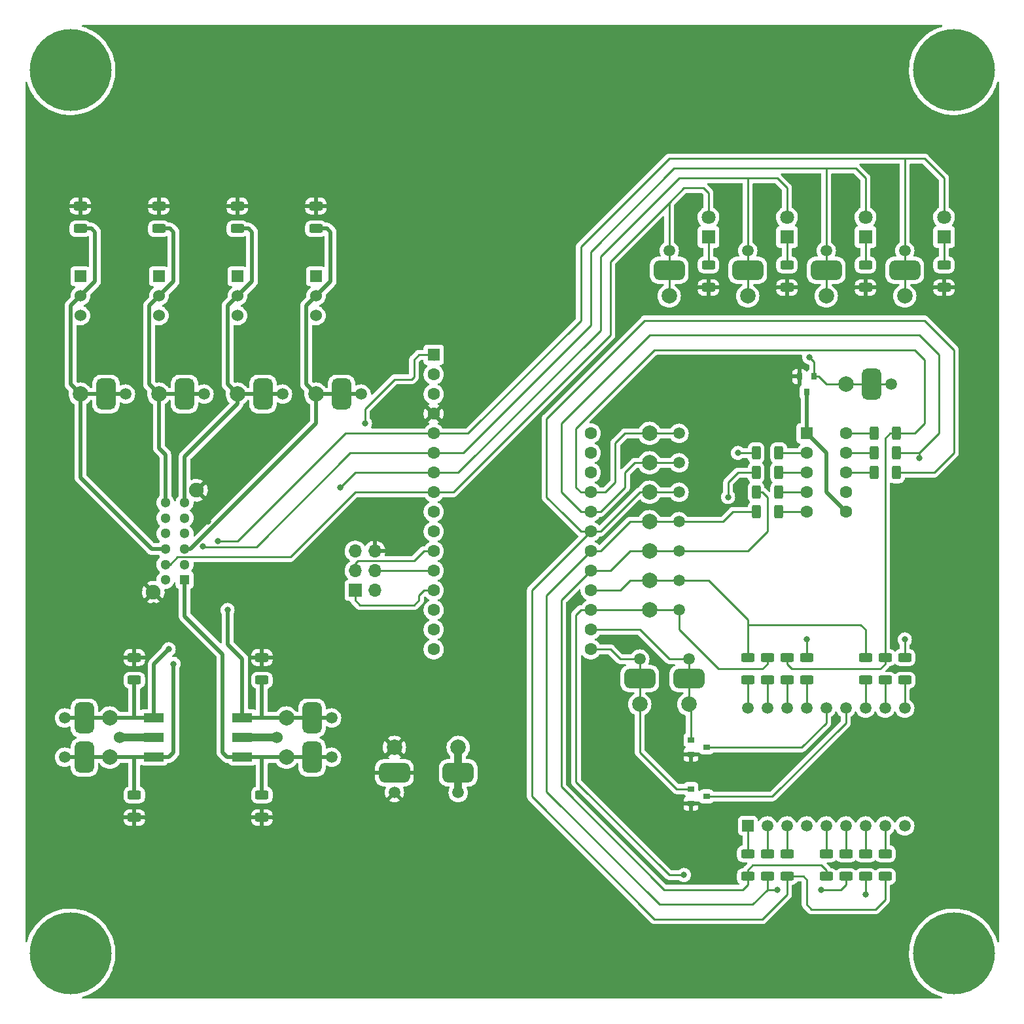
<source format=gtl>
G04 #@! TF.GenerationSoftware,KiCad,Pcbnew,(6.0.7)*
G04 #@! TF.CreationDate,2022-11-10T17:29:02-05:00*
G04 #@! TF.ProjectId,M5TC-2022-U4BN,4d355443-2d32-4303-9232-2d5534424e2e,rev?*
G04 #@! TF.SameCoordinates,Original*
G04 #@! TF.FileFunction,Copper,L1,Top*
G04 #@! TF.FilePolarity,Positive*
%FSLAX46Y46*%
G04 Gerber Fmt 4.6, Leading zero omitted, Abs format (unit mm)*
G04 Created by KiCad (PCBNEW (6.0.7)) date 2022-11-10 17:29:02*
%MOMM*%
%LPD*%
G01*
G04 APERTURE LIST*
G04 Aperture macros list*
%AMRoundRect*
0 Rectangle with rounded corners*
0 $1 Rounding radius*
0 $2 $3 $4 $5 $6 $7 $8 $9 X,Y pos of 4 corners*
0 Add a 4 corners polygon primitive as box body*
4,1,4,$2,$3,$4,$5,$6,$7,$8,$9,$2,$3,0*
0 Add four circle primitives for the rounded corners*
1,1,$1+$1,$2,$3*
1,1,$1+$1,$4,$5*
1,1,$1+$1,$6,$7*
1,1,$1+$1,$8,$9*
0 Add four rect primitives between the rounded corners*
20,1,$1+$1,$2,$3,$4,$5,0*
20,1,$1+$1,$4,$5,$6,$7,0*
20,1,$1+$1,$6,$7,$8,$9,0*
20,1,$1+$1,$8,$9,$2,$3,0*%
G04 Aperture macros list end*
G04 #@! TA.AperFunction,ComponentPad*
%ADD10R,1.600000X1.600000*%
G04 #@! TD*
G04 #@! TA.AperFunction,ComponentPad*
%ADD11C,1.600000*%
G04 #@! TD*
G04 #@! TA.AperFunction,SMDPad,CuDef*
%ADD12RoundRect,0.249999X0.625001X-0.312501X0.625001X0.312501X-0.625001X0.312501X-0.625001X-0.312501X0*%
G04 #@! TD*
G04 #@! TA.AperFunction,SMDPad,CuDef*
%ADD13RoundRect,0.249999X-0.625001X0.312501X-0.625001X-0.312501X0.625001X-0.312501X0.625001X0.312501X0*%
G04 #@! TD*
G04 #@! TA.AperFunction,ComponentPad*
%ADD14C,0.900000*%
G04 #@! TD*
G04 #@! TA.AperFunction,ComponentPad*
%ADD15C,10.600000*%
G04 #@! TD*
G04 #@! TA.AperFunction,ComponentPad*
%ADD16R,1.700000X1.700000*%
G04 #@! TD*
G04 #@! TA.AperFunction,ComponentPad*
%ADD17O,1.700000X1.700000*%
G04 #@! TD*
G04 #@! TA.AperFunction,SMDPad,CuDef*
%ADD18R,0.800000X0.900000*%
G04 #@! TD*
G04 #@! TA.AperFunction,SMDPad,CuDef*
%ADD19R,0.900000X0.800000*%
G04 #@! TD*
G04 #@! TA.AperFunction,SMDPad,CuDef*
%ADD20RoundRect,0.249999X-0.312501X-0.625001X0.312501X-0.625001X0.312501X0.625001X-0.312501X0.625001X0*%
G04 #@! TD*
G04 #@! TA.AperFunction,SMDPad,CuDef*
%ADD21RoundRect,0.249999X0.312501X0.625001X-0.312501X0.625001X-0.312501X-0.625001X0.312501X-0.625001X0*%
G04 #@! TD*
G04 #@! TA.AperFunction,ComponentPad*
%ADD22R,1.500000X1.500000*%
G04 #@! TD*
G04 #@! TA.AperFunction,ComponentPad*
%ADD23C,1.500000*%
G04 #@! TD*
G04 #@! TA.AperFunction,ComponentPad*
%ADD24R,1.800000X1.800000*%
G04 #@! TD*
G04 #@! TA.AperFunction,ComponentPad*
%ADD25C,1.800000*%
G04 #@! TD*
G04 #@! TA.AperFunction,ComponentPad*
%ADD26R,1.300000X1.300000*%
G04 #@! TD*
G04 #@! TA.AperFunction,ComponentPad*
%ADD27C,1.300000*%
G04 #@! TD*
G04 #@! TA.AperFunction,ComponentPad*
%ADD28C,1.900000*%
G04 #@! TD*
G04 #@! TA.AperFunction,ComponentPad*
%ADD29C,1.999996*%
G04 #@! TD*
G04 #@! TA.AperFunction,ComponentPad*
%ADD30C,1.499997*%
G04 #@! TD*
G04 #@! TA.AperFunction,SMDPad,CuDef*
%ADD31RoundRect,0.624998X-1.374998X0.624999X-1.374998X-0.624999X1.374998X-0.624999X1.374998X0.624999X0*%
G04 #@! TD*
G04 #@! TA.AperFunction,SMDPad,CuDef*
%ADD32RoundRect,0.624998X1.374998X-0.624999X1.374998X0.624999X-1.374998X0.624999X-1.374998X-0.624999X0*%
G04 #@! TD*
G04 #@! TA.AperFunction,SMDPad,CuDef*
%ADD33RoundRect,0.624998X-0.624999X-1.374998X0.624999X-1.374998X0.624999X1.374998X-0.624999X1.374998X0*%
G04 #@! TD*
G04 #@! TA.AperFunction,SMDPad,CuDef*
%ADD34RoundRect,0.624998X0.624999X1.374998X-0.624999X1.374998X-0.624999X-1.374998X0.624999X-1.374998X0*%
G04 #@! TD*
G04 #@! TA.AperFunction,ComponentPad*
%ADD35R,1.524000X1.524000*%
G04 #@! TD*
G04 #@! TA.AperFunction,ComponentPad*
%ADD36C,1.524000*%
G04 #@! TD*
G04 #@! TA.AperFunction,SMDPad,CuDef*
%ADD37R,2.600000X1.200000*%
G04 #@! TD*
G04 #@! TA.AperFunction,ViaPad*
%ADD38C,0.800000*%
G04 #@! TD*
G04 #@! TA.AperFunction,ViaPad*
%ADD39C,1.524000*%
G04 #@! TD*
G04 #@! TA.AperFunction,Conductor*
%ADD40C,0.254000*%
G04 #@! TD*
G04 #@! TA.AperFunction,Conductor*
%ADD41C,0.250000*%
G04 #@! TD*
G04 #@! TA.AperFunction,Conductor*
%ADD42C,1.016000*%
G04 #@! TD*
G04 #@! TA.AperFunction,Conductor*
%ADD43C,0.508000*%
G04 #@! TD*
G04 APERTURE END LIST*
D10*
X205740000Y-144780000D03*
D11*
X205740000Y-147320000D03*
X205740000Y-149860000D03*
X205740000Y-152400000D03*
X205740000Y-154940000D03*
X205740000Y-157480000D03*
X205740000Y-160020000D03*
X205740000Y-162560000D03*
X205740000Y-165100000D03*
X205740000Y-167640000D03*
X205740000Y-170180000D03*
X205740000Y-172720000D03*
X205740000Y-175260000D03*
X205740000Y-177800000D03*
X205740000Y-180340000D03*
X205740000Y-182880000D03*
X226060000Y-182880000D03*
X226060000Y-180340000D03*
X226060000Y-177800000D03*
X226060000Y-175260000D03*
X226060000Y-172720000D03*
X226060000Y-170180000D03*
X226060000Y-167640000D03*
X226060000Y-165100000D03*
X226060000Y-162560000D03*
X226060000Y-160020000D03*
X226060000Y-157480000D03*
X226060000Y-154940000D03*
D12*
X160020000Y-128462500D03*
X160020000Y-125537500D03*
X170180000Y-128462500D03*
X170180000Y-125537500D03*
X180340000Y-128462500D03*
X180340000Y-125537500D03*
X190500000Y-128462500D03*
X190500000Y-125537500D03*
D13*
X271780000Y-133157500D03*
X271780000Y-136082500D03*
X261620000Y-133157500D03*
X261620000Y-136082500D03*
X251460000Y-133157500D03*
X251460000Y-136082500D03*
X241300000Y-133157500D03*
X241300000Y-136082500D03*
D12*
X183515000Y-204662500D03*
X183515000Y-201737500D03*
D13*
X167005000Y-183957500D03*
X167005000Y-186882500D03*
D12*
X183515000Y-186882500D03*
X183515000Y-183957500D03*
X167005000Y-204662500D03*
X167005000Y-201737500D03*
D14*
X269075000Y-222250000D03*
X273050000Y-218275000D03*
D15*
X273050000Y-222250000D03*
D14*
X270239251Y-219439251D03*
X277025000Y-222250000D03*
X273050000Y-226225000D03*
X270239251Y-225060749D03*
X275860749Y-225060749D03*
X275860749Y-219439251D03*
X277025000Y-107950000D03*
X273050000Y-111925000D03*
X275860749Y-110760749D03*
D15*
X273050000Y-107950000D03*
D14*
X275860749Y-105139251D03*
X269075000Y-107950000D03*
X270239251Y-105139251D03*
X270239251Y-110760749D03*
X273050000Y-103975000D03*
X161560749Y-219439251D03*
X162725000Y-222250000D03*
X158750000Y-218275000D03*
X154775000Y-222250000D03*
X155939251Y-219439251D03*
X155939251Y-225060749D03*
D15*
X158750000Y-222250000D03*
D14*
X158750000Y-226225000D03*
X161560749Y-225060749D03*
X162725000Y-107950000D03*
X154775000Y-107950000D03*
X155939251Y-110760749D03*
X158750000Y-111925000D03*
X161560749Y-110760749D03*
X158750000Y-103975000D03*
X161560749Y-105139251D03*
D15*
X158750000Y-107950000D03*
D14*
X155939251Y-105139251D03*
D16*
X195580000Y-175260000D03*
D17*
X198120000Y-175260000D03*
X195580000Y-172720000D03*
X198120000Y-172720000D03*
X195580000Y-170180000D03*
X198120000Y-170180000D03*
D18*
X254950000Y-147590000D03*
X253050000Y-147590000D03*
X254000000Y-149590000D03*
D19*
X239030000Y-194630000D03*
X239030000Y-196530000D03*
X241030000Y-195580000D03*
X239030000Y-200980000D03*
X239030000Y-202880000D03*
X241030000Y-201930000D03*
D20*
X262697500Y-154940000D03*
X265622500Y-154940000D03*
X262697500Y-157480000D03*
X265622500Y-157480000D03*
X262697500Y-160020000D03*
X265622500Y-160020000D03*
D21*
X250382500Y-165100000D03*
X247457500Y-165100000D03*
X250382500Y-162560000D03*
X247457500Y-162560000D03*
X250382500Y-157480000D03*
X247457500Y-157480000D03*
X250382500Y-160020000D03*
X247457500Y-160020000D03*
D12*
X251460000Y-186882500D03*
X251460000Y-183957500D03*
X254000000Y-186882500D03*
X254000000Y-183957500D03*
D13*
X251460000Y-209357500D03*
X251460000Y-212282500D03*
X248920000Y-209357500D03*
X248920000Y-212282500D03*
X246380000Y-209357500D03*
X246380000Y-212282500D03*
D12*
X246380000Y-186882500D03*
X246380000Y-183957500D03*
X248920000Y-186882500D03*
X248920000Y-183957500D03*
D13*
X264160000Y-183957500D03*
X264160000Y-186882500D03*
X266700000Y-183957500D03*
X266700000Y-186882500D03*
D12*
X264160000Y-212282500D03*
X264160000Y-209357500D03*
X259080000Y-212282500D03*
X259080000Y-209357500D03*
X256540000Y-212282500D03*
X256540000Y-209357500D03*
D13*
X261620000Y-183957500D03*
X261620000Y-186882500D03*
D12*
X261620000Y-212282500D03*
X261620000Y-209357500D03*
D10*
X254000000Y-154940000D03*
D11*
X254000000Y-157480000D03*
X254000000Y-160020000D03*
X254000000Y-162560000D03*
X254000000Y-165100000D03*
X259080000Y-165100000D03*
X259080000Y-162560000D03*
X259080000Y-160020000D03*
X259080000Y-157480000D03*
X259080000Y-154940000D03*
D22*
X246380000Y-205740000D03*
D23*
X248920000Y-205740000D03*
X251460000Y-205740000D03*
X254000000Y-205740000D03*
X256540000Y-205740000D03*
X259080000Y-205740000D03*
X261620000Y-205740000D03*
X264160000Y-205740000D03*
X266700000Y-205740000D03*
X266700000Y-190500000D03*
X264160000Y-190500000D03*
X261620000Y-190500000D03*
X259080000Y-190500000D03*
X256540000Y-190500000D03*
X254000000Y-190500000D03*
X251460000Y-190500000D03*
X248920000Y-190500000D03*
X246380000Y-190500000D03*
D24*
X271780000Y-129540000D03*
D25*
X271780000Y-127000000D03*
D24*
X261620000Y-129540000D03*
D25*
X261620000Y-127000000D03*
D24*
X251460000Y-129540000D03*
D25*
X251460000Y-127000000D03*
D24*
X241300000Y-129540000D03*
D25*
X241300000Y-127000000D03*
D26*
X173510000Y-173910000D03*
D27*
X173510000Y-171910000D03*
X173510000Y-169910000D03*
X173510000Y-167910000D03*
X173510000Y-165910000D03*
X173510000Y-163910000D03*
X171010000Y-173910000D03*
X171010000Y-171910000D03*
X171010000Y-169910000D03*
X171010000Y-167910000D03*
X171010000Y-165910000D03*
X171010000Y-163910000D03*
D28*
X169460000Y-175510000D03*
X175060000Y-162310000D03*
D29*
X208915000Y-195580000D03*
D30*
X208915000Y-201422000D03*
D31*
X208915000Y-198882000D03*
D29*
X200660000Y-195580000D03*
D31*
X200660000Y-198882000D03*
D30*
X200660000Y-201422000D03*
X266700000Y-131318000D03*
D29*
X266700000Y-137160000D03*
D32*
X266700000Y-133858000D03*
D29*
X256540000Y-137160000D03*
D32*
X256540000Y-133858000D03*
D30*
X256540000Y-131318000D03*
D32*
X246380000Y-133858000D03*
D30*
X246380000Y-131318000D03*
D29*
X246380000Y-137160000D03*
D32*
X236220000Y-133858000D03*
D30*
X236220000Y-131318000D03*
D29*
X236220000Y-137160000D03*
X233680000Y-154940000D03*
D30*
X237490000Y-154940000D03*
D29*
X233680000Y-158750000D03*
D30*
X237490000Y-158750000D03*
X237490000Y-162560000D03*
D29*
X233680000Y-162560000D03*
D30*
X237490000Y-166370000D03*
D29*
X233680000Y-166370000D03*
X233680000Y-170180000D03*
D30*
X237490000Y-170180000D03*
X237490000Y-173990000D03*
D29*
X233680000Y-173990000D03*
D30*
X237490000Y-177800000D03*
D29*
X233680000Y-177800000D03*
D33*
X262382000Y-148590000D03*
D30*
X264922000Y-148590000D03*
D29*
X259080000Y-148590000D03*
X238760000Y-189992000D03*
D30*
X238760000Y-184150000D03*
D32*
X238760000Y-186690000D03*
D29*
X232410000Y-189992000D03*
D32*
X232410000Y-186690000D03*
D30*
X232410000Y-184150000D03*
X196342000Y-149860000D03*
D29*
X190500000Y-149860000D03*
D33*
X193802000Y-149860000D03*
D29*
X180340000Y-149860000D03*
D33*
X183642000Y-149860000D03*
D30*
X186182000Y-149860000D03*
D29*
X170180000Y-149860000D03*
D33*
X173482000Y-149860000D03*
D30*
X176022000Y-149860000D03*
D29*
X160020000Y-149860000D03*
D30*
X165862000Y-149860000D03*
D33*
X163322000Y-149860000D03*
D30*
X192532000Y-196850000D03*
D33*
X189992000Y-196850000D03*
D29*
X186690000Y-196850000D03*
D34*
X160528000Y-191770000D03*
D30*
X157988000Y-191770000D03*
D29*
X163830000Y-191770000D03*
X186690000Y-191770000D03*
D33*
X189992000Y-191770000D03*
D30*
X192532000Y-191770000D03*
X157988000Y-196850000D03*
D29*
X163830000Y-196850000D03*
D34*
X160528000Y-196850000D03*
D35*
X160020000Y-134620000D03*
D36*
X160020000Y-137160000D03*
X160020000Y-139700000D03*
D35*
X170180000Y-134620000D03*
D36*
X170180000Y-137160000D03*
X170180000Y-139700000D03*
D35*
X180340000Y-134620000D03*
D36*
X180340000Y-137160000D03*
X180340000Y-139700000D03*
D35*
X190500000Y-134620000D03*
D36*
X190500000Y-137160000D03*
X190500000Y-139700000D03*
D37*
X180975000Y-196810000D03*
X169545000Y-191730000D03*
X180975000Y-191730000D03*
X169545000Y-196810000D03*
X169545000Y-194270000D03*
X180975000Y-194270000D03*
D38*
X254317500Y-145097500D03*
X177800000Y-168910000D03*
X175895000Y-169545000D03*
X193675000Y-161925000D03*
X170180000Y-123825000D03*
X180340000Y-123825000D03*
X239030000Y-204470000D03*
X160020000Y-123825000D03*
X176530000Y-163830000D03*
X190500000Y-123825000D03*
X167005000Y-182245000D03*
X239030000Y-198120000D03*
X183515000Y-182245000D03*
X176530000Y-166370000D03*
X253365000Y-136082500D03*
X243205000Y-136082500D03*
X169545000Y-177165000D03*
X176530000Y-165100000D03*
X200025000Y-168275000D03*
X251460000Y-147574000D03*
X167005000Y-206375000D03*
X273685000Y-136082500D03*
X167640000Y-175260000D03*
X183515000Y-206375000D03*
X263525000Y-136082500D03*
X261620000Y-214630000D03*
X243840000Y-163195000D03*
X238125000Y-212090000D03*
X245110000Y-157480000D03*
X255905000Y-213995000D03*
X250190000Y-213995000D03*
X254000000Y-181610000D03*
X266700000Y-181610000D03*
X268605000Y-158115000D03*
D39*
X165100000Y-194310000D03*
X185420000Y-194310000D03*
D38*
X171450000Y-182880000D03*
X179070000Y-177800000D03*
X172085000Y-184785000D03*
X196850000Y-153670000D03*
D40*
X232410000Y-184150000D02*
X232410000Y-186690000D01*
D41*
X229870000Y-184150000D02*
X232410000Y-184150000D01*
X226060000Y-182880000D02*
X228600000Y-182880000D01*
X228600000Y-182880000D02*
X229870000Y-184150000D01*
D40*
X237175000Y-200980000D02*
X239030000Y-200980000D01*
X232410000Y-196215000D02*
X237175000Y-200980000D01*
X232410000Y-189992000D02*
X232410000Y-196215000D01*
X232410000Y-186690000D02*
X232410000Y-189992000D01*
X238760000Y-189992000D02*
X238760000Y-186690000D01*
D41*
X239030000Y-194630000D02*
X239030000Y-190262000D01*
X239030000Y-190262000D02*
X238760000Y-189992000D01*
X236220000Y-184150000D02*
X238760000Y-184150000D01*
X232410000Y-180340000D02*
X236220000Y-184150000D01*
D40*
X238760000Y-186690000D02*
X238760000Y-184150000D01*
D41*
X226060000Y-180340000D02*
X232410000Y-180340000D01*
X255540000Y-147590000D02*
X256540000Y-148590000D01*
X256540000Y-148590000D02*
X259080000Y-148590000D01*
X254950000Y-147590000D02*
X255540000Y-147590000D01*
X254950000Y-145730000D02*
X254950000Y-147590000D01*
D40*
X259080000Y-148590000D02*
X262382000Y-148590000D01*
X264922000Y-148590000D02*
X262382000Y-148590000D01*
D41*
X254317500Y-145097500D02*
X254950000Y-145730000D01*
D40*
X224790000Y-130810000D02*
X236220000Y-119380000D01*
X224790000Y-140335000D02*
X224790000Y-130810000D01*
X271780000Y-121920000D02*
X271780000Y-127000000D01*
X266700000Y-137160000D02*
X266700000Y-133858000D01*
X177800000Y-168910000D02*
X180340000Y-168910000D01*
X266700000Y-133858000D02*
X266700000Y-131318000D01*
X210185000Y-154940000D02*
X224790000Y-140335000D01*
X269240000Y-119380000D02*
X271780000Y-121920000D01*
X205740000Y-154940000D02*
X210185000Y-154940000D01*
X266700000Y-119380000D02*
X269240000Y-119380000D01*
X266700000Y-131318000D02*
X266700000Y-119380000D01*
X194310000Y-154940000D02*
X205740000Y-154940000D01*
X180340000Y-168910000D02*
X194310000Y-154940000D01*
X236220000Y-119380000D02*
X266700000Y-119380000D01*
X226060000Y-140970000D02*
X226060000Y-131445000D01*
X182787999Y-169637001D02*
X175987001Y-169637001D01*
X261620000Y-121920000D02*
X261620000Y-127000000D01*
X205740000Y-157480000D02*
X194945000Y-157480000D01*
X209550000Y-157480000D02*
X226060000Y-140970000D01*
X205740000Y-157480000D02*
X209550000Y-157480000D01*
X236855000Y-120650000D02*
X256540000Y-120650000D01*
X175987001Y-169637001D02*
X175895000Y-169545000D01*
X226060000Y-131445000D02*
X236855000Y-120650000D01*
X261612934Y-127000000D02*
X261620000Y-127000000D01*
X256540000Y-131318000D02*
X256540000Y-120650000D01*
X256540000Y-120650000D02*
X260350000Y-120650000D01*
X194945000Y-157480000D02*
X182787999Y-169637001D01*
X260350000Y-120650000D02*
X261620000Y-121920000D01*
X256540000Y-137160000D02*
X256540000Y-133858000D01*
X256540000Y-133858000D02*
X256540000Y-131318000D01*
X227330000Y-141605000D02*
X227330000Y-132080000D01*
X208915000Y-160020000D02*
X227330000Y-141605000D01*
X227330000Y-132080000D02*
X237490000Y-121920000D01*
X237490000Y-121920000D02*
X246380000Y-121920000D01*
X246380000Y-133858000D02*
X246380000Y-131318000D01*
X246380000Y-137160000D02*
X246380000Y-133858000D01*
X251460000Y-123190000D02*
X251460000Y-127000000D01*
X205740000Y-160020000D02*
X208915000Y-160020000D01*
X246380000Y-131318000D02*
X246380000Y-121920000D01*
X195580000Y-160020000D02*
X205740000Y-160020000D01*
X250190000Y-121920000D02*
X251460000Y-123190000D01*
X246380000Y-121920000D02*
X250190000Y-121920000D01*
X193675000Y-161925000D02*
X195580000Y-160020000D01*
X187207000Y-170933000D02*
X195580000Y-162560000D01*
X172602000Y-170933000D02*
X187207000Y-170933000D01*
X236220000Y-131318000D02*
X236220000Y-133858000D01*
X171010000Y-171910000D02*
X171625000Y-171910000D01*
X240665000Y-123190000D02*
X241300000Y-123825000D01*
X228600000Y-132715000D02*
X236220000Y-125095000D01*
X236220000Y-131318000D02*
X236220000Y-125095000D01*
X241300000Y-123825000D02*
X241300000Y-127000000D01*
X236220000Y-137160000D02*
X236220000Y-133858000D01*
X236220000Y-125095000D02*
X238125000Y-123190000D01*
X195580000Y-162560000D02*
X205740000Y-162560000D01*
X238125000Y-123190000D02*
X240665000Y-123190000D01*
X205740000Y-162560000D02*
X208280000Y-162560000D01*
X171625000Y-171910000D02*
X172602000Y-170933000D01*
X228600000Y-142240000D02*
X228600000Y-132715000D01*
X208280000Y-162560000D02*
X228600000Y-142240000D01*
D41*
X248920000Y-184785000D02*
X248920000Y-183957500D01*
X237490000Y-177800000D02*
X237490000Y-180340000D01*
X224155000Y-178435000D02*
X224155000Y-200025000D01*
X236220000Y-212090000D02*
X238125000Y-212090000D01*
X233680000Y-177800000D02*
X237490000Y-177800000D01*
X245110000Y-160020000D02*
X247457500Y-160020000D01*
X243840000Y-161290000D02*
X245110000Y-160020000D01*
X237490000Y-180340000D02*
X242570000Y-185420000D01*
X242570000Y-185420000D02*
X248285000Y-185420000D01*
X226060000Y-177800000D02*
X224790000Y-177800000D01*
X243840000Y-163195000D02*
X243840000Y-161290000D01*
X226060000Y-177800000D02*
X233680000Y-177800000D01*
X248285000Y-185420000D02*
X248920000Y-184785000D01*
X261620000Y-214630000D02*
X261620000Y-212282500D01*
X224155000Y-200025000D02*
X236220000Y-212090000D01*
X224790000Y-177800000D02*
X224155000Y-178435000D01*
X241300000Y-173990000D02*
X246380000Y-179070000D01*
X237490000Y-173990000D02*
X241300000Y-173990000D01*
X246380000Y-179705000D02*
X246380000Y-183957500D01*
X260985000Y-179705000D02*
X261620000Y-180340000D01*
X261620000Y-180340000D02*
X261620000Y-183957500D01*
X245110000Y-157480000D02*
X247457500Y-157480000D01*
X246380000Y-179070000D02*
X246380000Y-179705000D01*
X233680000Y-173990000D02*
X237490000Y-173990000D01*
X226060000Y-175260000D02*
X229870000Y-175260000D01*
X229870000Y-175260000D02*
X231140000Y-173990000D01*
X231140000Y-173990000D02*
X233680000Y-173990000D01*
X246380000Y-179705000D02*
X260985000Y-179705000D01*
X222250000Y-176530000D02*
X222250000Y-200660000D01*
X226060000Y-172720000D02*
X228600000Y-172720000D01*
X222250000Y-200660000D02*
X235585000Y-213995000D01*
X246380000Y-212282500D02*
X246380000Y-211455000D01*
X248920000Y-167640000D02*
X248920000Y-163195000D01*
X248920000Y-163195000D02*
X248285000Y-162560000D01*
X246380000Y-211455000D02*
X247015000Y-210820000D01*
X247015000Y-210820000D02*
X255905000Y-210820000D01*
X233680000Y-170180000D02*
X237490000Y-170180000D01*
X256540000Y-211455000D02*
X256540000Y-212282500D01*
X237490000Y-170180000D02*
X246380000Y-170180000D01*
X231140000Y-170180000D02*
X233680000Y-170180000D01*
X255905000Y-210820000D02*
X256540000Y-211455000D01*
X228600000Y-172720000D02*
X231140000Y-170180000D01*
X248285000Y-162560000D02*
X247457500Y-162560000D01*
X245745000Y-213995000D02*
X246380000Y-213360000D01*
X246380000Y-213360000D02*
X246380000Y-212282500D01*
X246380000Y-170180000D02*
X248920000Y-167640000D01*
X226060000Y-172720000D02*
X222250000Y-176530000D01*
X235585000Y-213995000D02*
X245745000Y-213995000D01*
X237490000Y-166370000D02*
X243205000Y-166370000D01*
X233680000Y-166370000D02*
X237490000Y-166370000D01*
X243205000Y-166370000D02*
X244475000Y-165100000D01*
X220345000Y-201295000D02*
X234950000Y-215900000D01*
X234950000Y-215900000D02*
X247015000Y-215900000D01*
X226060000Y-170180000D02*
X220345000Y-175895000D01*
X258445000Y-213995000D02*
X259080000Y-213360000D01*
X220345000Y-175895000D02*
X220345000Y-201295000D01*
X259080000Y-213360000D02*
X259080000Y-212282500D01*
X248920000Y-213995000D02*
X250190000Y-213995000D01*
X248920000Y-213995000D02*
X248920000Y-212282500D01*
X231140000Y-166370000D02*
X233680000Y-166370000D01*
X226060000Y-170180000D02*
X227330000Y-170180000D01*
X247015000Y-215900000D02*
X248920000Y-213995000D01*
X255905000Y-213995000D02*
X258445000Y-213995000D01*
X244475000Y-165100000D02*
X247457500Y-165100000D01*
X227330000Y-170180000D02*
X231140000Y-166370000D01*
X220345000Y-153035000D02*
X233045000Y-140335000D01*
X254000000Y-212725000D02*
X254000000Y-215900000D01*
X254635000Y-216535000D02*
X262890000Y-216535000D01*
X248285000Y-217805000D02*
X251460000Y-214630000D01*
X234315000Y-217805000D02*
X248285000Y-217805000D01*
X232410000Y-162560000D02*
X233680000Y-162560000D01*
X233680000Y-162560000D02*
X237490000Y-162560000D01*
X227330000Y-167640000D02*
X232410000Y-162560000D01*
X220345000Y-163195000D02*
X220345000Y-153035000D01*
X218440000Y-201930000D02*
X234315000Y-217805000D01*
X270510000Y-160020000D02*
X265622500Y-160020000D01*
X264160000Y-215265000D02*
X264160000Y-212282500D01*
X262890000Y-216535000D02*
X264160000Y-215265000D01*
X269240000Y-140335000D02*
X273050000Y-144145000D01*
X254000000Y-215900000D02*
X254635000Y-216535000D01*
X222567500Y-165417500D02*
X220345000Y-163195000D01*
X226060000Y-167640000D02*
X227330000Y-167640000D01*
X273050000Y-144145000D02*
X273050000Y-157480000D01*
X226060000Y-167640000D02*
X218440000Y-175260000D01*
X226060000Y-167640000D02*
X224790000Y-167640000D01*
X253557500Y-212282500D02*
X254000000Y-212725000D01*
X251460000Y-212282500D02*
X253557500Y-212282500D01*
X233045000Y-140335000D02*
X269240000Y-140335000D01*
X273050000Y-157480000D02*
X270510000Y-160020000D01*
X251460000Y-214630000D02*
X251460000Y-212282500D01*
X224790000Y-167640000D02*
X222567500Y-165417500D01*
X218440000Y-175260000D02*
X218440000Y-201930000D01*
X222250000Y-153670000D02*
X233680000Y-142240000D01*
X226060000Y-165100000D02*
X224790000Y-165100000D01*
X265622500Y-157480000D02*
X268605000Y-157480000D01*
X266700000Y-181610000D02*
X266700000Y-183957500D01*
X222250000Y-162560000D02*
X222250000Y-153670000D01*
X231775000Y-158750000D02*
X233680000Y-158750000D01*
X224790000Y-165100000D02*
X222250000Y-162560000D01*
X254000000Y-181610000D02*
X254000000Y-183957500D01*
X233680000Y-142240000D02*
X268605000Y-142240000D01*
X226060000Y-165100000D02*
X227330000Y-165100000D01*
X233680000Y-158750000D02*
X237490000Y-158750000D01*
X230505000Y-160020000D02*
X231775000Y-158750000D01*
X271145000Y-154940000D02*
X268605000Y-157480000D01*
X271145000Y-144780000D02*
X271145000Y-154940000D01*
X268605000Y-142240000D02*
X271145000Y-144780000D01*
X230505000Y-161925000D02*
X230505000Y-160020000D01*
X227330000Y-165100000D02*
X230505000Y-161925000D01*
X268605000Y-157480000D02*
X268605000Y-158115000D01*
X227965000Y-162560000D02*
X229235000Y-161290000D01*
X269240000Y-145415000D02*
X269240000Y-153670000D01*
X264160000Y-183957500D02*
X264160000Y-184785000D01*
X234315000Y-144145000D02*
X267970000Y-144145000D01*
X252095000Y-185420000D02*
X251460000Y-184785000D01*
X229235000Y-156210000D02*
X230505000Y-154940000D01*
X269240000Y-153670000D02*
X267970000Y-154940000D01*
X251460000Y-184785000D02*
X251460000Y-183957500D01*
X230505000Y-154940000D02*
X233680000Y-154940000D01*
X224155000Y-161925000D02*
X224155000Y-154305000D01*
X226060000Y-162560000D02*
X224790000Y-162560000D01*
X264795000Y-154940000D02*
X264160000Y-155575000D01*
X224790000Y-162560000D02*
X224155000Y-161925000D01*
X233680000Y-154940000D02*
X237490000Y-154940000D01*
X267970000Y-144145000D02*
X269240000Y-145415000D01*
X264160000Y-155575000D02*
X264160000Y-183957500D01*
X263525000Y-185420000D02*
X252095000Y-185420000D01*
X226060000Y-162560000D02*
X227965000Y-162560000D01*
X264160000Y-184785000D02*
X263525000Y-185420000D01*
X229235000Y-161290000D02*
X229235000Y-156210000D01*
X265622500Y-154940000D02*
X264795000Y-154940000D01*
X224155000Y-154305000D02*
X234315000Y-144145000D01*
X267970000Y-154940000D02*
X265622500Y-154940000D01*
D40*
X271780000Y-129540000D02*
X271780000Y-133157500D01*
X261620000Y-129540000D02*
X261620000Y-133157500D01*
X251460000Y-129540000D02*
X251460000Y-133157500D01*
X241300000Y-129540000D02*
X241300000Y-133157500D01*
D42*
X208915000Y-201422000D02*
X208915000Y-198882000D01*
X185420000Y-194310000D02*
X181015000Y-194310000D01*
X208915000Y-198882000D02*
X208915000Y-195580000D01*
X169505000Y-194310000D02*
X169545000Y-194270000D01*
X181015000Y-194310000D02*
X180975000Y-194270000D01*
X165100000Y-194310000D02*
X169505000Y-194310000D01*
D43*
X191962500Y-128462500D02*
X192405000Y-128905000D01*
X189230000Y-148590000D02*
X189230000Y-138430000D01*
X193802000Y-149860000D02*
X196342000Y-149860000D01*
X190500000Y-153670000D02*
X190500000Y-149860000D01*
X190500000Y-128462500D02*
X191962500Y-128462500D01*
X192405000Y-135255000D02*
X190500000Y-137160000D01*
X190500000Y-149860000D02*
X193802000Y-149860000D01*
X189230000Y-138430000D02*
X190500000Y-137160000D01*
X192405000Y-128905000D02*
X192405000Y-135255000D01*
X190500000Y-149860000D02*
X189230000Y-148590000D01*
X174260000Y-169910000D02*
X190500000Y-153670000D01*
X173510000Y-169910000D02*
X174260000Y-169910000D01*
X180340000Y-151130000D02*
X180340000Y-149860000D01*
X180340000Y-128462500D02*
X181802500Y-128462500D01*
X173510000Y-163910000D02*
X173510000Y-157960000D01*
X179070000Y-148590000D02*
X179070000Y-138430000D01*
X179070000Y-138430000D02*
X180340000Y-137160000D01*
X183642000Y-149860000D02*
X180340000Y-149860000D01*
X180340000Y-149860000D02*
X179070000Y-148590000D01*
X173510000Y-157960000D02*
X180340000Y-151130000D01*
X182245000Y-135255000D02*
X180340000Y-137160000D01*
X183642000Y-149860000D02*
X186182000Y-149860000D01*
X182245000Y-128905000D02*
X182245000Y-135255000D01*
X181802500Y-128462500D02*
X182245000Y-128905000D01*
X170180000Y-128462500D02*
X171642500Y-128462500D01*
X170180000Y-149860000D02*
X170180000Y-156845000D01*
X172085000Y-128905000D02*
X172085000Y-135255000D01*
X171642500Y-128462500D02*
X172085000Y-128905000D01*
X168910000Y-138430000D02*
X170180000Y-137160000D01*
X168910000Y-148590000D02*
X168910000Y-138430000D01*
X171010000Y-157675000D02*
X171010000Y-163910000D01*
X170180000Y-149860000D02*
X168910000Y-148590000D01*
X173482000Y-149860000D02*
X170180000Y-149860000D01*
X176022000Y-149860000D02*
X173482000Y-149860000D01*
X170180000Y-156845000D02*
X171010000Y-157675000D01*
X172085000Y-135255000D02*
X170180000Y-137160000D01*
X158750000Y-148590000D02*
X158750000Y-138430000D01*
X163322000Y-149860000D02*
X165862000Y-149860000D01*
X160020000Y-149860000D02*
X163322000Y-149860000D01*
X161925000Y-135255000D02*
X160020000Y-137160000D01*
X158750000Y-138430000D02*
X160020000Y-137160000D01*
X160020000Y-160655000D02*
X160020000Y-149860000D01*
X160020000Y-128462500D02*
X161482500Y-128462500D01*
X161482500Y-128462500D02*
X161925000Y-128905000D01*
X161925000Y-128905000D02*
X161925000Y-135255000D01*
X160020000Y-149860000D02*
X158750000Y-148590000D01*
X171010000Y-169910000D02*
X169275000Y-169910000D01*
X169275000Y-169910000D02*
X160020000Y-160655000D01*
X173510000Y-178590000D02*
X173510000Y-173910000D01*
X186690000Y-196850000D02*
X189992000Y-196850000D01*
X186650000Y-196810000D02*
X186690000Y-196850000D01*
X183515000Y-196850000D02*
X181015000Y-196850000D01*
X178435000Y-196215000D02*
X178435000Y-183515000D01*
X179030000Y-196810000D02*
X178435000Y-196215000D01*
X178435000Y-183515000D02*
X173510000Y-178590000D01*
X186690000Y-196850000D02*
X183515000Y-196850000D01*
X192532000Y-196850000D02*
X189992000Y-196850000D01*
X183515000Y-196850000D02*
X183515000Y-201737500D01*
X181015000Y-196850000D02*
X180975000Y-196810000D01*
X180975000Y-196810000D02*
X179030000Y-196810000D01*
X167005000Y-191770000D02*
X167005000Y-186882500D01*
X157988000Y-191770000D02*
X160528000Y-191770000D01*
X169545000Y-184785000D02*
X169545000Y-191730000D01*
X163830000Y-191770000D02*
X160528000Y-191770000D01*
X171450000Y-182880000D02*
X169545000Y-184785000D01*
X163830000Y-191770000D02*
X167005000Y-191770000D01*
X169505000Y-191770000D02*
X169545000Y-191730000D01*
X167005000Y-191770000D02*
X169505000Y-191770000D01*
X179070000Y-177800000D02*
X179070000Y-177800000D01*
X183515000Y-191770000D02*
X183515000Y-186882500D01*
X183515000Y-191770000D02*
X181015000Y-191770000D01*
X186690000Y-191770000D02*
X183515000Y-191770000D01*
X186650000Y-191730000D02*
X186690000Y-191770000D01*
X180975000Y-184150000D02*
X179070000Y-182245000D01*
X179070000Y-182245000D02*
X179070000Y-177800000D01*
X181015000Y-191770000D02*
X180975000Y-191730000D01*
X186690000Y-191770000D02*
X189992000Y-191770000D01*
X192532000Y-191770000D02*
X189992000Y-191770000D01*
X180975000Y-191730000D02*
X180975000Y-184150000D01*
X160528000Y-196850000D02*
X163830000Y-196850000D01*
X172085000Y-184785000D02*
X172085000Y-196215000D01*
X171490000Y-196810000D02*
X169545000Y-196810000D01*
X167005000Y-196850000D02*
X169505000Y-196850000D01*
X169505000Y-196850000D02*
X169545000Y-196810000D01*
X160528000Y-196850000D02*
X157988000Y-196850000D01*
X167005000Y-196850000D02*
X167005000Y-201737500D01*
X163830000Y-196850000D02*
X167005000Y-196850000D01*
X172085000Y-196215000D02*
X171490000Y-196810000D01*
D40*
X204470000Y-175260000D02*
X205740000Y-175260000D01*
X195580000Y-175260000D02*
X195580000Y-176530000D01*
X196215000Y-177165000D02*
X203200000Y-177165000D01*
X203200000Y-177165000D02*
X203835000Y-176530000D01*
X195580000Y-176530000D02*
X196215000Y-177165000D01*
X203835000Y-175895000D02*
X204470000Y-175260000D01*
X203835000Y-176530000D02*
X203835000Y-175895000D01*
X204470000Y-170180000D02*
X203200000Y-171450000D01*
X203200000Y-171450000D02*
X195897500Y-171450000D01*
X195897500Y-171450000D02*
X195580000Y-171767500D01*
X205740000Y-170180000D02*
X204470000Y-170180000D01*
X195580000Y-171767500D02*
X195580000Y-172720000D01*
X205740000Y-172720000D02*
X198120000Y-172720000D01*
X203200000Y-145415000D02*
X203835000Y-144780000D01*
X196850000Y-153670000D02*
X196850000Y-151765000D01*
X203835000Y-144780000D02*
X205740000Y-144780000D01*
X203200000Y-147637500D02*
X203200000Y-145415000D01*
X196850000Y-151765000D02*
X200660000Y-147955000D01*
X205740000Y-144780000D02*
X205740000Y-145415000D01*
X202882500Y-147955000D02*
X203200000Y-147637500D01*
X200660000Y-147955000D02*
X202882500Y-147955000D01*
D43*
X256540000Y-157480000D02*
X256540000Y-162560000D01*
X254000000Y-154940000D02*
X256540000Y-157480000D01*
X254000000Y-149590000D02*
X254000000Y-154940000D01*
X256540000Y-162560000D02*
X259080000Y-165100000D01*
D41*
X253365000Y-195580000D02*
X256540000Y-192405000D01*
X256540000Y-192405000D02*
X256540000Y-190500000D01*
X241030000Y-195580000D02*
X253365000Y-195580000D01*
X249555000Y-201930000D02*
X259080000Y-192405000D01*
X259080000Y-192405000D02*
X259080000Y-190500000D01*
X241030000Y-201930000D02*
X249555000Y-201930000D01*
D40*
X262697500Y-154940000D02*
X259080000Y-154940000D01*
X262697500Y-157480000D02*
X259080000Y-157480000D01*
X262697500Y-160020000D02*
X259080000Y-160020000D01*
X250382500Y-165100000D02*
X254000000Y-165100000D01*
X250382500Y-162560000D02*
X254000000Y-162560000D01*
X250382500Y-157480000D02*
X254000000Y-157480000D01*
X250382500Y-160020000D02*
X254000000Y-160020000D01*
X251460000Y-186882500D02*
X251460000Y-190500000D01*
X254000000Y-186882500D02*
X254000000Y-190500000D01*
X251460000Y-209357500D02*
X251460000Y-205740000D01*
X248920000Y-209357500D02*
X248920000Y-205740000D01*
X246380000Y-209357500D02*
X246380000Y-205740000D01*
X246380000Y-186882500D02*
X246380000Y-190500000D01*
X248920000Y-186882500D02*
X248920000Y-190500000D01*
X264160000Y-186882500D02*
X264160000Y-190500000D01*
X266700000Y-186882500D02*
X266700000Y-190500000D01*
X264160000Y-209357500D02*
X264160000Y-205740000D01*
X259080000Y-209357500D02*
X259080000Y-205740000D01*
X256540000Y-209357500D02*
X256540000Y-205740000D01*
X261620000Y-186882500D02*
X261620000Y-190500000D01*
X261620000Y-209357500D02*
X261620000Y-205740000D01*
G04 #@! TA.AperFunction,Conductor*
G36*
X271520484Y-102128502D02*
G01*
X271566977Y-102182158D01*
X271577081Y-102252432D01*
X271547587Y-102317012D01*
X271486564Y-102355769D01*
X271349578Y-102394403D01*
X271243893Y-102424209D01*
X271241466Y-102425114D01*
X270799606Y-102589879D01*
X270799596Y-102589883D01*
X270797191Y-102590780D01*
X270553976Y-102704969D01*
X270367965Y-102792301D01*
X270367957Y-102792305D01*
X270365640Y-102793393D01*
X270250688Y-102859360D01*
X269954370Y-103029406D01*
X269954362Y-103029411D01*
X269952142Y-103030685D01*
X269559477Y-103301060D01*
X269557478Y-103302693D01*
X269557473Y-103302697D01*
X269370117Y-103455774D01*
X269190288Y-103602701D01*
X268847055Y-103933579D01*
X268532088Y-104291467D01*
X268431106Y-104427193D01*
X268249059Y-104671872D01*
X268249053Y-104671880D01*
X268247506Y-104673960D01*
X267995221Y-105078486D01*
X267776930Y-105502323D01*
X267594103Y-105942621D01*
X267447967Y-106396419D01*
X267447383Y-106398917D01*
X267447382Y-106398922D01*
X267416462Y-106531269D01*
X267339506Y-106860665D01*
X267339124Y-106863235D01*
X267339124Y-106863236D01*
X267313431Y-107036188D01*
X267269450Y-107332237D01*
X267238269Y-107807964D01*
X267240659Y-107952079D01*
X267245300Y-108231921D01*
X267246174Y-108284647D01*
X267246428Y-108287212D01*
X267246428Y-108287216D01*
X267288388Y-108711345D01*
X267293110Y-108759078D01*
X267293575Y-108761623D01*
X267369716Y-109178530D01*
X267378763Y-109228068D01*
X267379433Y-109230559D01*
X267489522Y-109639987D01*
X267502556Y-109688463D01*
X267663657Y-110137167D01*
X267860983Y-110571161D01*
X268093205Y-110987528D01*
X268094641Y-110989669D01*
X268332586Y-111344435D01*
X268358764Y-111383466D01*
X268360370Y-111385481D01*
X268625201Y-111717823D01*
X268655872Y-111756313D01*
X268982531Y-112103563D01*
X268984437Y-112105282D01*
X268984445Y-112105290D01*
X269288011Y-112379101D01*
X269336545Y-112422878D01*
X269715533Y-112712113D01*
X269717695Y-112713499D01*
X269717706Y-112713506D01*
X270114776Y-112967931D01*
X270114784Y-112967936D01*
X270116946Y-112969321D01*
X270119224Y-112970530D01*
X270119228Y-112970532D01*
X270498358Y-113171695D01*
X270538084Y-113192773D01*
X270540443Y-113193786D01*
X270540444Y-113193787D01*
X270973752Y-113379951D01*
X270973766Y-113379956D01*
X270976116Y-113380966D01*
X270978551Y-113381783D01*
X270978556Y-113381785D01*
X271425644Y-113531813D01*
X271425655Y-113531816D01*
X271428095Y-113532635D01*
X271430595Y-113533251D01*
X271430604Y-113533254D01*
X271888474Y-113646141D01*
X271890981Y-113646759D01*
X271893529Y-113647169D01*
X271893532Y-113647170D01*
X271996533Y-113663760D01*
X272361663Y-113722571D01*
X272566952Y-113738548D01*
X272834399Y-113759362D01*
X272834407Y-113759362D01*
X272836973Y-113759562D01*
X272839544Y-113759551D01*
X272839550Y-113759551D01*
X273073293Y-113758530D01*
X273313716Y-113757481D01*
X273788686Y-113716345D01*
X273791236Y-113715911D01*
X273791247Y-113715910D01*
X274256148Y-113636860D01*
X274256151Y-113636859D01*
X274258688Y-113636428D01*
X274667619Y-113531813D01*
X274718056Y-113518910D01*
X274718060Y-113518909D01*
X274720561Y-113518269D01*
X275171199Y-113362661D01*
X275173556Y-113361624D01*
X275173566Y-113361620D01*
X275418580Y-113253811D01*
X275607571Y-113170653D01*
X275609844Y-113169422D01*
X275609849Y-113169419D01*
X276024458Y-112944773D01*
X276024465Y-112944769D01*
X276026744Y-112943534D01*
X276028920Y-112942113D01*
X276423722Y-112684254D01*
X276423729Y-112684249D01*
X276425897Y-112682833D01*
X276802346Y-112390302D01*
X276991227Y-112216921D01*
X277151653Y-112069661D01*
X277151659Y-112069655D01*
X277153560Y-112067910D01*
X277155309Y-112066018D01*
X277155315Y-112066012D01*
X277475427Y-111719716D01*
X277477177Y-111717823D01*
X277737299Y-111385481D01*
X277769425Y-111344435D01*
X277769426Y-111344433D01*
X277771020Y-111342397D01*
X278033113Y-110944156D01*
X278261693Y-110525779D01*
X278455224Y-110090080D01*
X278595475Y-109688463D01*
X278611550Y-109642430D01*
X278611551Y-109642427D01*
X278612403Y-109639987D01*
X278643541Y-109520018D01*
X278680015Y-109459107D01*
X278743630Y-109427584D01*
X278814189Y-109435459D01*
X278869289Y-109480231D01*
X278891500Y-109551672D01*
X278891500Y-220650204D01*
X278871498Y-220718325D01*
X278817842Y-220764818D01*
X278747568Y-220774922D01*
X278682988Y-220745428D01*
X278644658Y-220685885D01*
X278554050Y-220379015D01*
X278553313Y-220376519D01*
X278381298Y-219931886D01*
X278173428Y-219502842D01*
X277931102Y-219092274D01*
X277846011Y-218971872D01*
X277657451Y-218705067D01*
X277657449Y-218705064D01*
X277655949Y-218702942D01*
X277349820Y-218337465D01*
X277014774Y-217998300D01*
X276653064Y-217687729D01*
X276267123Y-217407841D01*
X276264918Y-217406503D01*
X276264912Y-217406499D01*
X275861763Y-217161862D01*
X275861757Y-217161859D01*
X275859546Y-217160517D01*
X275565443Y-217013562D01*
X275435396Y-216948581D01*
X275435391Y-216948579D01*
X275433074Y-216947421D01*
X274990575Y-216769986D01*
X274535025Y-216629405D01*
X274069488Y-216526624D01*
X273597095Y-216462334D01*
X273594527Y-216462197D01*
X273594525Y-216462197D01*
X273123602Y-216437105D01*
X273123592Y-216437105D01*
X273121023Y-216436968D01*
X273118449Y-216437042D01*
X273118438Y-216437042D01*
X272850583Y-216444758D01*
X272644473Y-216450695D01*
X272170650Y-216503424D01*
X272168125Y-216503917D01*
X272168119Y-216503918D01*
X271808459Y-216574156D01*
X271702741Y-216594801D01*
X271700263Y-216595500D01*
X271700254Y-216595502D01*
X271246389Y-216723505D01*
X271243893Y-216724209D01*
X271241466Y-216725114D01*
X270799606Y-216889879D01*
X270799596Y-216889883D01*
X270797191Y-216890780D01*
X270645866Y-216961827D01*
X270367965Y-217092301D01*
X270367957Y-217092305D01*
X270365640Y-217093393D01*
X270248672Y-217160517D01*
X269954370Y-217329406D01*
X269954362Y-217329411D01*
X269952142Y-217330685D01*
X269559477Y-217601060D01*
X269557478Y-217602693D01*
X269557473Y-217602697D01*
X269192294Y-217901062D01*
X269190288Y-217902701D01*
X268847055Y-218233579D01*
X268796241Y-218291318D01*
X268687363Y-218415033D01*
X268532088Y-218591467D01*
X268431106Y-218727193D01*
X268249059Y-218971872D01*
X268249053Y-218971880D01*
X268247506Y-218973960D01*
X267995221Y-219378486D01*
X267776930Y-219802323D01*
X267594103Y-220242621D01*
X267447967Y-220696419D01*
X267339506Y-221160665D01*
X267269450Y-221632237D01*
X267238269Y-222107964D01*
X267240659Y-222252079D01*
X267245300Y-222531921D01*
X267246174Y-222584647D01*
X267246428Y-222587212D01*
X267246428Y-222587216D01*
X267288388Y-223011345D01*
X267293110Y-223059078D01*
X267293575Y-223061623D01*
X267369716Y-223478530D01*
X267378763Y-223528068D01*
X267379433Y-223530559D01*
X267489522Y-223939987D01*
X267502556Y-223988463D01*
X267663657Y-224437167D01*
X267860983Y-224871161D01*
X268093205Y-225287528D01*
X268094641Y-225289669D01*
X268332586Y-225644435D01*
X268358764Y-225683466D01*
X268360370Y-225685481D01*
X268645862Y-226043751D01*
X268655872Y-226056313D01*
X268982531Y-226403563D01*
X268984437Y-226405282D01*
X268984445Y-226405290D01*
X269288011Y-226679101D01*
X269336545Y-226722878D01*
X269715533Y-227012113D01*
X269717695Y-227013499D01*
X269717706Y-227013506D01*
X270114776Y-227267931D01*
X270114784Y-227267936D01*
X270116946Y-227269321D01*
X270119224Y-227270530D01*
X270119228Y-227270532D01*
X270498358Y-227471695D01*
X270538084Y-227492773D01*
X270540443Y-227493786D01*
X270540444Y-227493787D01*
X270973752Y-227679951D01*
X270973766Y-227679956D01*
X270976116Y-227680966D01*
X270978551Y-227681783D01*
X270978556Y-227681785D01*
X271425644Y-227831813D01*
X271425655Y-227831816D01*
X271428095Y-227832635D01*
X271430595Y-227833251D01*
X271430604Y-227833254D01*
X271470796Y-227843163D01*
X271532148Y-227878891D01*
X271564445Y-227942116D01*
X271557433Y-228012766D01*
X271513338Y-228068409D01*
X271440634Y-228091500D01*
X160353433Y-228091500D01*
X160285312Y-228071498D01*
X160238819Y-228017842D01*
X160228715Y-227947568D01*
X160258209Y-227882988D01*
X160322205Y-227843431D01*
X160418056Y-227818910D01*
X160418060Y-227818909D01*
X160420561Y-227818269D01*
X160871199Y-227662661D01*
X160873556Y-227661624D01*
X160873566Y-227661620D01*
X161118580Y-227553811D01*
X161307571Y-227470653D01*
X161309844Y-227469422D01*
X161309849Y-227469419D01*
X161724458Y-227244773D01*
X161724465Y-227244769D01*
X161726744Y-227243534D01*
X161942243Y-227102784D01*
X162123722Y-226984254D01*
X162123729Y-226984249D01*
X162125897Y-226982833D01*
X162462653Y-226721147D01*
X162500299Y-226691893D01*
X162500304Y-226691889D01*
X162502346Y-226690302D01*
X162691227Y-226516921D01*
X162851653Y-226369661D01*
X162851659Y-226369655D01*
X162853560Y-226367910D01*
X162855309Y-226366018D01*
X162855315Y-226366012D01*
X163175427Y-226019716D01*
X163177177Y-226017823D01*
X163222162Y-225960349D01*
X163469425Y-225644435D01*
X163469426Y-225644433D01*
X163471020Y-225642397D01*
X163733113Y-225244156D01*
X163961693Y-224825779D01*
X164155224Y-224390080D01*
X164227367Y-224183495D01*
X164311550Y-223942430D01*
X164311551Y-223942427D01*
X164312403Y-223939987D01*
X164313053Y-223937483D01*
X164431526Y-223481029D01*
X164431529Y-223481015D01*
X164432174Y-223478530D01*
X164432612Y-223476005D01*
X164432615Y-223475993D01*
X164513291Y-223011345D01*
X164513291Y-223011341D01*
X164513731Y-223008810D01*
X164540814Y-222708319D01*
X164556341Y-222536042D01*
X164556342Y-222536033D01*
X164556526Y-222533986D01*
X164563466Y-222250000D01*
X164563209Y-222243724D01*
X164544024Y-221776236D01*
X164543918Y-221773653D01*
X164485404Y-221300510D01*
X164456851Y-221163236D01*
X164388844Y-220836279D01*
X164388842Y-220836270D01*
X164388318Y-220833752D01*
X164354237Y-220718325D01*
X164254050Y-220379015D01*
X164253313Y-220376519D01*
X164081298Y-219931886D01*
X163873428Y-219502842D01*
X163631102Y-219092274D01*
X163546011Y-218971872D01*
X163357451Y-218705067D01*
X163357449Y-218705064D01*
X163355949Y-218702942D01*
X163049820Y-218337465D01*
X162714774Y-217998300D01*
X162353064Y-217687729D01*
X161967123Y-217407841D01*
X161964918Y-217406503D01*
X161964912Y-217406499D01*
X161561763Y-217161862D01*
X161561757Y-217161859D01*
X161559546Y-217160517D01*
X161265443Y-217013562D01*
X161135396Y-216948581D01*
X161135391Y-216948579D01*
X161133074Y-216947421D01*
X160690575Y-216769986D01*
X160235025Y-216629405D01*
X159769488Y-216526624D01*
X159297095Y-216462334D01*
X159294527Y-216462197D01*
X159294525Y-216462197D01*
X158823602Y-216437105D01*
X158823592Y-216437105D01*
X158821023Y-216436968D01*
X158818449Y-216437042D01*
X158818438Y-216437042D01*
X158550583Y-216444758D01*
X158344473Y-216450695D01*
X157870650Y-216503424D01*
X157868125Y-216503917D01*
X157868119Y-216503918D01*
X157508459Y-216574156D01*
X157402741Y-216594801D01*
X157400263Y-216595500D01*
X157400254Y-216595502D01*
X156946389Y-216723505D01*
X156943893Y-216724209D01*
X156941466Y-216725114D01*
X156499606Y-216889879D01*
X156499596Y-216889883D01*
X156497191Y-216890780D01*
X156345866Y-216961827D01*
X156067965Y-217092301D01*
X156067957Y-217092305D01*
X156065640Y-217093393D01*
X155948672Y-217160517D01*
X155654370Y-217329406D01*
X155654362Y-217329411D01*
X155652142Y-217330685D01*
X155259477Y-217601060D01*
X155257478Y-217602693D01*
X155257473Y-217602697D01*
X154892294Y-217901062D01*
X154890288Y-217902701D01*
X154547055Y-218233579D01*
X154496241Y-218291318D01*
X154387363Y-218415033D01*
X154232088Y-218591467D01*
X154131106Y-218727193D01*
X153949059Y-218971872D01*
X153949053Y-218971880D01*
X153947506Y-218973960D01*
X153695221Y-219378486D01*
X153476930Y-219802323D01*
X153294103Y-220242621D01*
X153293311Y-220245081D01*
X153154435Y-220676334D01*
X153114515Y-220735045D01*
X153049190Y-220762853D01*
X152979202Y-220750929D01*
X152926771Y-220703060D01*
X152908500Y-220637712D01*
X152908500Y-205022098D01*
X165622000Y-205022098D01*
X165622337Y-205028613D01*
X165632256Y-205124205D01*
X165635150Y-205137604D01*
X165686588Y-205291785D01*
X165692762Y-205304964D01*
X165778063Y-205442810D01*
X165787099Y-205454209D01*
X165901828Y-205568738D01*
X165913239Y-205577750D01*
X166051242Y-205662816D01*
X166064423Y-205668963D01*
X166218709Y-205720138D01*
X166232085Y-205723005D01*
X166326437Y-205732672D01*
X166332853Y-205733000D01*
X166732885Y-205733000D01*
X166748124Y-205728525D01*
X166749329Y-205727135D01*
X166751000Y-205719452D01*
X166751000Y-205714885D01*
X167259000Y-205714885D01*
X167263475Y-205730124D01*
X167264865Y-205731329D01*
X167272548Y-205733000D01*
X167677098Y-205733000D01*
X167683613Y-205732663D01*
X167779205Y-205722744D01*
X167792604Y-205719850D01*
X167946785Y-205668412D01*
X167959964Y-205662238D01*
X168097810Y-205576937D01*
X168109209Y-205567901D01*
X168223738Y-205453172D01*
X168232750Y-205441761D01*
X168317816Y-205303758D01*
X168323963Y-205290577D01*
X168375138Y-205136291D01*
X168378005Y-205122915D01*
X168387672Y-205028563D01*
X168388000Y-205022147D01*
X168388000Y-205022098D01*
X182132000Y-205022098D01*
X182132337Y-205028613D01*
X182142256Y-205124205D01*
X182145150Y-205137604D01*
X182196588Y-205291785D01*
X182202762Y-205304964D01*
X182288063Y-205442810D01*
X182297099Y-205454209D01*
X182411828Y-205568738D01*
X182423239Y-205577750D01*
X182561242Y-205662816D01*
X182574423Y-205668963D01*
X182728709Y-205720138D01*
X182742085Y-205723005D01*
X182836437Y-205732672D01*
X182842853Y-205733000D01*
X183242885Y-205733000D01*
X183258124Y-205728525D01*
X183259329Y-205727135D01*
X183261000Y-205719452D01*
X183261000Y-205714885D01*
X183769000Y-205714885D01*
X183773475Y-205730124D01*
X183774865Y-205731329D01*
X183782548Y-205733000D01*
X184187098Y-205733000D01*
X184193613Y-205732663D01*
X184289205Y-205722744D01*
X184302604Y-205719850D01*
X184456785Y-205668412D01*
X184469964Y-205662238D01*
X184607810Y-205576937D01*
X184619209Y-205567901D01*
X184733738Y-205453172D01*
X184742750Y-205441761D01*
X184827816Y-205303758D01*
X184833963Y-205290577D01*
X184885138Y-205136291D01*
X184888005Y-205122915D01*
X184897672Y-205028563D01*
X184898000Y-205022147D01*
X184898000Y-204934615D01*
X184893525Y-204919376D01*
X184892135Y-204918171D01*
X184884452Y-204916500D01*
X183787115Y-204916500D01*
X183771876Y-204920975D01*
X183770671Y-204922365D01*
X183769000Y-204930048D01*
X183769000Y-205714885D01*
X183261000Y-205714885D01*
X183261000Y-204934615D01*
X183256525Y-204919376D01*
X183255135Y-204918171D01*
X183247452Y-204916500D01*
X182150115Y-204916500D01*
X182134876Y-204920975D01*
X182133671Y-204922365D01*
X182132000Y-204930048D01*
X182132000Y-205022098D01*
X168388000Y-205022098D01*
X168388000Y-204934615D01*
X168383525Y-204919376D01*
X168382135Y-204918171D01*
X168374452Y-204916500D01*
X167277115Y-204916500D01*
X167261876Y-204920975D01*
X167260671Y-204922365D01*
X167259000Y-204930048D01*
X167259000Y-205714885D01*
X166751000Y-205714885D01*
X166751000Y-204934615D01*
X166746525Y-204919376D01*
X166745135Y-204918171D01*
X166737452Y-204916500D01*
X165640115Y-204916500D01*
X165624876Y-204920975D01*
X165623671Y-204922365D01*
X165622000Y-204930048D01*
X165622000Y-205022098D01*
X152908500Y-205022098D01*
X152908500Y-204390385D01*
X165622000Y-204390385D01*
X165626475Y-204405624D01*
X165627865Y-204406829D01*
X165635548Y-204408500D01*
X166732885Y-204408500D01*
X166748124Y-204404025D01*
X166749329Y-204402635D01*
X166751000Y-204394952D01*
X166751000Y-204390385D01*
X167259000Y-204390385D01*
X167263475Y-204405624D01*
X167264865Y-204406829D01*
X167272548Y-204408500D01*
X168369885Y-204408500D01*
X168385124Y-204404025D01*
X168386329Y-204402635D01*
X168388000Y-204394952D01*
X168388000Y-204390385D01*
X182132000Y-204390385D01*
X182136475Y-204405624D01*
X182137865Y-204406829D01*
X182145548Y-204408500D01*
X183242885Y-204408500D01*
X183258124Y-204404025D01*
X183259329Y-204402635D01*
X183261000Y-204394952D01*
X183261000Y-204390385D01*
X183769000Y-204390385D01*
X183773475Y-204405624D01*
X183774865Y-204406829D01*
X183782548Y-204408500D01*
X184879885Y-204408500D01*
X184895124Y-204404025D01*
X184896329Y-204402635D01*
X184898000Y-204394952D01*
X184898000Y-204302902D01*
X184897663Y-204296387D01*
X184887744Y-204200795D01*
X184884850Y-204187396D01*
X184833412Y-204033215D01*
X184827238Y-204020036D01*
X184741937Y-203882190D01*
X184732901Y-203870791D01*
X184618172Y-203756262D01*
X184606761Y-203747250D01*
X184468758Y-203662184D01*
X184455577Y-203656037D01*
X184301291Y-203604862D01*
X184287915Y-203601995D01*
X184193563Y-203592328D01*
X184187146Y-203592000D01*
X183787115Y-203592000D01*
X183771876Y-203596475D01*
X183770671Y-203597865D01*
X183769000Y-203605548D01*
X183769000Y-204390385D01*
X183261000Y-204390385D01*
X183261000Y-203610115D01*
X183256525Y-203594876D01*
X183255135Y-203593671D01*
X183247452Y-203592000D01*
X182842902Y-203592000D01*
X182836387Y-203592337D01*
X182740795Y-203602256D01*
X182727396Y-203605150D01*
X182573215Y-203656588D01*
X182560036Y-203662762D01*
X182422190Y-203748063D01*
X182410791Y-203757099D01*
X182296262Y-203871828D01*
X182287250Y-203883239D01*
X182202184Y-204021242D01*
X182196037Y-204034423D01*
X182144862Y-204188709D01*
X182141995Y-204202085D01*
X182132328Y-204296437D01*
X182132000Y-204302854D01*
X182132000Y-204390385D01*
X168388000Y-204390385D01*
X168388000Y-204302902D01*
X168387663Y-204296387D01*
X168377744Y-204200795D01*
X168374850Y-204187396D01*
X168323412Y-204033215D01*
X168317238Y-204020036D01*
X168231937Y-203882190D01*
X168222901Y-203870791D01*
X168108172Y-203756262D01*
X168096761Y-203747250D01*
X167958758Y-203662184D01*
X167945577Y-203656037D01*
X167791291Y-203604862D01*
X167777915Y-203601995D01*
X167683563Y-203592328D01*
X167677146Y-203592000D01*
X167277115Y-203592000D01*
X167261876Y-203596475D01*
X167260671Y-203597865D01*
X167259000Y-203605548D01*
X167259000Y-204390385D01*
X166751000Y-204390385D01*
X166751000Y-203610115D01*
X166746525Y-203594876D01*
X166745135Y-203593671D01*
X166737452Y-203592000D01*
X166332902Y-203592000D01*
X166326387Y-203592337D01*
X166230795Y-203602256D01*
X166217396Y-203605150D01*
X166063215Y-203656588D01*
X166050036Y-203662762D01*
X165912190Y-203748063D01*
X165900791Y-203757099D01*
X165786262Y-203871828D01*
X165777250Y-203883239D01*
X165692184Y-204021242D01*
X165686037Y-204034423D01*
X165634862Y-204188709D01*
X165631995Y-204202085D01*
X165622328Y-204296437D01*
X165622000Y-204302854D01*
X165622000Y-204390385D01*
X152908500Y-204390385D01*
X152908500Y-196850000D01*
X156724695Y-196850000D01*
X156743887Y-197069371D01*
X156800882Y-197282076D01*
X156847949Y-197383011D01*
X156882071Y-197456185D01*
X156893946Y-197481652D01*
X157020252Y-197662037D01*
X157175963Y-197817748D01*
X157180471Y-197820905D01*
X157180474Y-197820907D01*
X157351838Y-197940897D01*
X157356347Y-197944054D01*
X157361329Y-197946377D01*
X157361334Y-197946380D01*
X157425031Y-197976082D01*
X157555924Y-198037118D01*
X157768629Y-198094113D01*
X157988000Y-198113305D01*
X158207371Y-198094113D01*
X158420076Y-198037118D01*
X158590254Y-197957763D01*
X158660445Y-197947102D01*
X158725257Y-197976082D01*
X158764114Y-198035502D01*
X158769503Y-198071958D01*
X158769503Y-198311782D01*
X158772594Y-198361792D01*
X158818855Y-198573079D01*
X158904235Y-198771806D01*
X158907599Y-198776766D01*
X158907600Y-198776767D01*
X159021247Y-198944307D01*
X159025653Y-198950803D01*
X159178728Y-199103611D01*
X159357937Y-199224717D01*
X159556813Y-199309750D01*
X159562673Y-199311022D01*
X159562672Y-199311022D01*
X159763417Y-199354608D01*
X159763419Y-199354608D01*
X159768180Y-199355642D01*
X159778611Y-199356262D01*
X159814361Y-199358386D01*
X159814370Y-199358386D01*
X159816217Y-199358496D01*
X161239783Y-199358496D01*
X161289793Y-199355405D01*
X161501080Y-199309144D01*
X161699807Y-199223764D01*
X161809218Y-199149548D01*
X161873845Y-199105710D01*
X161873846Y-199105709D01*
X161878804Y-199102346D01*
X162031612Y-198949271D01*
X162152718Y-198770062D01*
X162237751Y-198571186D01*
X162283643Y-198359819D01*
X162286497Y-198311782D01*
X162286497Y-197738500D01*
X162306499Y-197670379D01*
X162360155Y-197623886D01*
X162412497Y-197612500D01*
X162457488Y-197612500D01*
X162525609Y-197632502D01*
X162564921Y-197672665D01*
X162605825Y-197739415D01*
X162609040Y-197743179D01*
X162609042Y-197743182D01*
X162704741Y-197855231D01*
X162760032Y-197919968D01*
X162940585Y-198074175D01*
X163143038Y-198198238D01*
X163147608Y-198200131D01*
X163147612Y-198200133D01*
X163357834Y-198287210D01*
X163362407Y-198289104D01*
X163441064Y-198307988D01*
X163588476Y-198343378D01*
X163588482Y-198343379D01*
X163593289Y-198344533D01*
X163830000Y-198363163D01*
X164066711Y-198344533D01*
X164071518Y-198343379D01*
X164071524Y-198343378D01*
X164218936Y-198307988D01*
X164297593Y-198289104D01*
X164302166Y-198287210D01*
X164512388Y-198200133D01*
X164512392Y-198200131D01*
X164516962Y-198198238D01*
X164719415Y-198074175D01*
X164899968Y-197919968D01*
X164955259Y-197855231D01*
X165050958Y-197743182D01*
X165050960Y-197743179D01*
X165054175Y-197739415D01*
X165095079Y-197672665D01*
X165147727Y-197625034D01*
X165202512Y-197612500D01*
X166116500Y-197612500D01*
X166184621Y-197632502D01*
X166231114Y-197686158D01*
X166242500Y-197738500D01*
X166242500Y-200580456D01*
X166222498Y-200648577D01*
X166168842Y-200695070D01*
X166156377Y-200699979D01*
X166062998Y-200731133D01*
X166062996Y-200731134D01*
X166056054Y-200733450D01*
X165905651Y-200826521D01*
X165780694Y-200951697D01*
X165757131Y-200989924D01*
X165706109Y-201072697D01*
X165687885Y-201102261D01*
X165680244Y-201125298D01*
X165640188Y-201246065D01*
X165632203Y-201270138D01*
X165621500Y-201374599D01*
X165621501Y-202100400D01*
X165632474Y-202206167D01*
X165634658Y-202212713D01*
X165685730Y-202365792D01*
X165688450Y-202373946D01*
X165781521Y-202524349D01*
X165906697Y-202649306D01*
X166057261Y-202742115D01*
X166137004Y-202768564D01*
X166218610Y-202795632D01*
X166218612Y-202795632D01*
X166225138Y-202797797D01*
X166231974Y-202798497D01*
X166231977Y-202798498D01*
X166275030Y-202802909D01*
X166329599Y-202808500D01*
X166999791Y-202808500D01*
X167680400Y-202808499D01*
X167786167Y-202797526D01*
X167945347Y-202744419D01*
X167947002Y-202743867D01*
X167947004Y-202743866D01*
X167953946Y-202741550D01*
X168104349Y-202648479D01*
X168229306Y-202523303D01*
X168308102Y-202395472D01*
X168318275Y-202378969D01*
X168318276Y-202378967D01*
X168322115Y-202372739D01*
X168369617Y-202229525D01*
X168375632Y-202211390D01*
X168375632Y-202211388D01*
X168377797Y-202204862D01*
X168388500Y-202100401D01*
X168388499Y-201374600D01*
X168377526Y-201268833D01*
X168348588Y-201182097D01*
X168323867Y-201107998D01*
X168323866Y-201107996D01*
X168321550Y-201101054D01*
X168228479Y-200950651D01*
X168103303Y-200825694D01*
X167952739Y-200732885D01*
X167853832Y-200700079D01*
X167795473Y-200659650D01*
X167768236Y-200594086D01*
X167767500Y-200580487D01*
X167767500Y-197939534D01*
X167787502Y-197871413D01*
X167841158Y-197824920D01*
X167911432Y-197814816D01*
X167969063Y-197838707D01*
X167998295Y-197860615D01*
X168134684Y-197911745D01*
X168196866Y-197918500D01*
X170893134Y-197918500D01*
X170955316Y-197911745D01*
X171091705Y-197860615D01*
X171208261Y-197773261D01*
X171249906Y-197717694D01*
X171290233Y-197663887D01*
X171290235Y-197663884D01*
X171295615Y-197656705D01*
X171298765Y-197648302D01*
X171303077Y-197640426D01*
X171305808Y-197641921D01*
X171339152Y-197597519D01*
X171405709Y-197572808D01*
X171414509Y-197572500D01*
X171422624Y-197572500D01*
X171441574Y-197573933D01*
X171455973Y-197576124D01*
X171455979Y-197576124D01*
X171463208Y-197577224D01*
X171470500Y-197576631D01*
X171470503Y-197576631D01*
X171516183Y-197572915D01*
X171526398Y-197572500D01*
X171534525Y-197572500D01*
X171538161Y-197572076D01*
X171538163Y-197572076D01*
X171541615Y-197571673D01*
X171562924Y-197569189D01*
X171567244Y-197568762D01*
X171640426Y-197562809D01*
X171647388Y-197560553D01*
X171653376Y-197559357D01*
X171659333Y-197557949D01*
X171666607Y-197557101D01*
X171673489Y-197554603D01*
X171673493Y-197554602D01*
X171735607Y-197532055D01*
X171739711Y-197530645D01*
X171809575Y-197508013D01*
X171815838Y-197504213D01*
X171821380Y-197501675D01*
X171826856Y-197498933D01*
X171833741Y-197496434D01*
X171895132Y-197456185D01*
X171898800Y-197453870D01*
X171961581Y-197415773D01*
X171965786Y-197412059D01*
X171965789Y-197412057D01*
X171970005Y-197408333D01*
X171970031Y-197408362D01*
X171972962Y-197405762D01*
X171976316Y-197402958D01*
X171982435Y-197398946D01*
X172035989Y-197342413D01*
X172038366Y-197339972D01*
X172576528Y-196801810D01*
X172590941Y-196789423D01*
X172602665Y-196780795D01*
X172608564Y-196776454D01*
X172642979Y-196735945D01*
X172649909Y-196728429D01*
X172655653Y-196722685D01*
X172657927Y-196719811D01*
X172657933Y-196719804D01*
X172673372Y-196700289D01*
X172676163Y-196696885D01*
X172718945Y-196646528D01*
X172718948Y-196646524D01*
X172723684Y-196640949D01*
X172727012Y-196634432D01*
X172730389Y-196629368D01*
X172733616Y-196624144D01*
X172738160Y-196618400D01*
X172750448Y-196592109D01*
X172769232Y-196551918D01*
X172771163Y-196547967D01*
X172801213Y-196489117D01*
X172804543Y-196482596D01*
X172806284Y-196475481D01*
X172808421Y-196469735D01*
X172810345Y-196463952D01*
X172813444Y-196457321D01*
X172828394Y-196385443D01*
X172829363Y-196381162D01*
X172831043Y-196374299D01*
X172846804Y-196309888D01*
X172847500Y-196298670D01*
X172847539Y-196298672D01*
X172847772Y-196294771D01*
X172848161Y-196290412D01*
X172849652Y-196283244D01*
X172847546Y-196205423D01*
X172847500Y-196202014D01*
X172847500Y-185315071D01*
X172864381Y-185252071D01*
X172880305Y-185224491D01*
X172899824Y-185190683D01*
X172916223Y-185162279D01*
X172916224Y-185162278D01*
X172919527Y-185156556D01*
X172978542Y-184974928D01*
X172979695Y-184963963D01*
X172997814Y-184791565D01*
X172998504Y-184785000D01*
X172993434Y-184736761D01*
X172979232Y-184601635D01*
X172979232Y-184601633D01*
X172978542Y-184595072D01*
X172919527Y-184413444D01*
X172824040Y-184248056D01*
X172798063Y-184219205D01*
X172700675Y-184111045D01*
X172700674Y-184111044D01*
X172696253Y-184106134D01*
X172559624Y-184006867D01*
X172547094Y-183997763D01*
X172547093Y-183997762D01*
X172541752Y-183993882D01*
X172535724Y-183991198D01*
X172535722Y-183991197D01*
X172373319Y-183918891D01*
X172373318Y-183918891D01*
X172367288Y-183916206D01*
X172273888Y-183896353D01*
X172186944Y-183877872D01*
X172186939Y-183877872D01*
X172180487Y-183876500D01*
X172011856Y-183876500D01*
X171943735Y-183856498D01*
X171897242Y-183802842D01*
X171887138Y-183732568D01*
X171916632Y-183667988D01*
X171937795Y-183648564D01*
X172007643Y-183597816D01*
X172061253Y-183558866D01*
X172068871Y-183550405D01*
X172184621Y-183421852D01*
X172184622Y-183421851D01*
X172189040Y-183416944D01*
X172284527Y-183251556D01*
X172343542Y-183069928D01*
X172345546Y-183050866D01*
X172362814Y-182886565D01*
X172363504Y-182880000D01*
X172351790Y-182768550D01*
X172344232Y-182696635D01*
X172344232Y-182696633D01*
X172343542Y-182690072D01*
X172284527Y-182508444D01*
X172189040Y-182343056D01*
X172174798Y-182327238D01*
X172065675Y-182206045D01*
X172065674Y-182206044D01*
X172061253Y-182201134D01*
X171931477Y-182106846D01*
X171912094Y-182092763D01*
X171912093Y-182092762D01*
X171906752Y-182088882D01*
X171900724Y-182086198D01*
X171900722Y-182086197D01*
X171738319Y-182013891D01*
X171738318Y-182013891D01*
X171732288Y-182011206D01*
X171619721Y-181987279D01*
X171551944Y-181972872D01*
X171551939Y-181972872D01*
X171545487Y-181971500D01*
X171354513Y-181971500D01*
X171348061Y-181972872D01*
X171348056Y-181972872D01*
X171280279Y-181987279D01*
X171167712Y-182011206D01*
X171161682Y-182013891D01*
X171161681Y-182013891D01*
X170999278Y-182086197D01*
X170999276Y-182086198D01*
X170993248Y-182088882D01*
X170987907Y-182092762D01*
X170987906Y-182092763D01*
X170968523Y-182106846D01*
X170838747Y-182201134D01*
X170834326Y-182206044D01*
X170834325Y-182206045D01*
X170725203Y-182327238D01*
X170710960Y-182343056D01*
X170615473Y-182508444D01*
X170570584Y-182646598D01*
X170563335Y-182668907D01*
X170532597Y-182719065D01*
X169053472Y-184198190D01*
X169039059Y-184210577D01*
X169021436Y-184223546D01*
X169016692Y-184229129D01*
X169016693Y-184229129D01*
X168987021Y-184264055D01*
X168980091Y-184271571D01*
X168974347Y-184277315D01*
X168972073Y-184280189D01*
X168972067Y-184280196D01*
X168956628Y-184299711D01*
X168953837Y-184303115D01*
X168911055Y-184353472D01*
X168911052Y-184353476D01*
X168906316Y-184359051D01*
X168902988Y-184365568D01*
X168899611Y-184370632D01*
X168896384Y-184375856D01*
X168891840Y-184381600D01*
X168888741Y-184388231D01*
X168860768Y-184448082D01*
X168858837Y-184452033D01*
X168825457Y-184517404D01*
X168823716Y-184524519D01*
X168821579Y-184530265D01*
X168819655Y-184536048D01*
X168816556Y-184542679D01*
X168803468Y-184605606D01*
X168801608Y-184614547D01*
X168800639Y-184618829D01*
X168783196Y-184690112D01*
X168782849Y-184695711D01*
X168782848Y-184695715D01*
X168782606Y-184699614D01*
X168782500Y-184701330D01*
X168782461Y-184701328D01*
X168782228Y-184705229D01*
X168781839Y-184709588D01*
X168780348Y-184716756D01*
X168780546Y-184724073D01*
X168782454Y-184794577D01*
X168782500Y-184797986D01*
X168782500Y-190495500D01*
X168762498Y-190563621D01*
X168708842Y-190610114D01*
X168656500Y-190621500D01*
X168196866Y-190621500D01*
X168134684Y-190628255D01*
X167998295Y-190679385D01*
X167969063Y-190701293D01*
X167902560Y-190726140D01*
X167833177Y-190711088D01*
X167782946Y-190660914D01*
X167767500Y-190600466D01*
X167767500Y-188039544D01*
X167787502Y-187971423D01*
X167841158Y-187924930D01*
X167853623Y-187920021D01*
X167947002Y-187888867D01*
X167947004Y-187888866D01*
X167953946Y-187886550D01*
X168104349Y-187793479D01*
X168229306Y-187668303D01*
X168322115Y-187517739D01*
X168377797Y-187349862D01*
X168388500Y-187245401D01*
X168388499Y-186519600D01*
X168377526Y-186413833D01*
X168365920Y-186379047D01*
X168323867Y-186252998D01*
X168323866Y-186252996D01*
X168321550Y-186246054D01*
X168228479Y-186095651D01*
X168103303Y-185970694D01*
X167998869Y-185906320D01*
X167958969Y-185881725D01*
X167958967Y-185881724D01*
X167952739Y-185877885D01*
X167792264Y-185824658D01*
X167791390Y-185824368D01*
X167791388Y-185824368D01*
X167784862Y-185822203D01*
X167778026Y-185821503D01*
X167778023Y-185821502D01*
X167734970Y-185817091D01*
X167680401Y-185811500D01*
X167010209Y-185811500D01*
X166329600Y-185811501D01*
X166223833Y-185822474D01*
X166217286Y-185824658D01*
X166217287Y-185824658D01*
X166062998Y-185876133D01*
X166062996Y-185876134D01*
X166056054Y-185878450D01*
X165905651Y-185971521D01*
X165900478Y-185976703D01*
X165867360Y-186009879D01*
X165780694Y-186096697D01*
X165687885Y-186247261D01*
X165632203Y-186415138D01*
X165621500Y-186519599D01*
X165621501Y-187245400D01*
X165632474Y-187351167D01*
X165634658Y-187357713D01*
X165685730Y-187510792D01*
X165688450Y-187518946D01*
X165781521Y-187669349D01*
X165906697Y-187794306D01*
X165912927Y-187798146D01*
X166013375Y-187860063D01*
X166057261Y-187887115D01*
X166156168Y-187919921D01*
X166214527Y-187960350D01*
X166241764Y-188025914D01*
X166242500Y-188039513D01*
X166242500Y-190881500D01*
X166222498Y-190949621D01*
X166168842Y-190996114D01*
X166116500Y-191007500D01*
X165202512Y-191007500D01*
X165134391Y-190987498D01*
X165095079Y-190947335D01*
X165088783Y-190937061D01*
X165054175Y-190880585D01*
X164899968Y-190700032D01*
X164719415Y-190545825D01*
X164516962Y-190421762D01*
X164512392Y-190419869D01*
X164512388Y-190419867D01*
X164302166Y-190332790D01*
X164302164Y-190332789D01*
X164297593Y-190330896D01*
X164195042Y-190306276D01*
X164071524Y-190276622D01*
X164071518Y-190276621D01*
X164066711Y-190275467D01*
X163830000Y-190256837D01*
X163593289Y-190275467D01*
X163588482Y-190276621D01*
X163588476Y-190276622D01*
X163464958Y-190306276D01*
X163362407Y-190330896D01*
X163357836Y-190332789D01*
X163357834Y-190332790D01*
X163147612Y-190419867D01*
X163147608Y-190419869D01*
X163143038Y-190421762D01*
X162940585Y-190545825D01*
X162760032Y-190700032D01*
X162605825Y-190880585D01*
X162571217Y-190937061D01*
X162564921Y-190947335D01*
X162512273Y-190994966D01*
X162457488Y-191007500D01*
X162412497Y-191007500D01*
X162344376Y-190987498D01*
X162297883Y-190933842D01*
X162286497Y-190881500D01*
X162286497Y-190308218D01*
X162283406Y-190258208D01*
X162282368Y-190253467D01*
X162238427Y-190052776D01*
X162238427Y-190052775D01*
X162237145Y-190046921D01*
X162151765Y-189848194D01*
X162043076Y-189687962D01*
X162033711Y-189674156D01*
X162033710Y-189674155D01*
X162030347Y-189669197D01*
X161877272Y-189516389D01*
X161721568Y-189411167D01*
X161703028Y-189398638D01*
X161703026Y-189398637D01*
X161698063Y-189395283D01*
X161499187Y-189310250D01*
X161407697Y-189290386D01*
X161292583Y-189265392D01*
X161292581Y-189265392D01*
X161287820Y-189264358D01*
X161277389Y-189263738D01*
X161241639Y-189261614D01*
X161241630Y-189261614D01*
X161239783Y-189261504D01*
X159816217Y-189261504D01*
X159766207Y-189264595D01*
X159554920Y-189310856D01*
X159356193Y-189396236D01*
X159351233Y-189399600D01*
X159351232Y-189399601D01*
X159337910Y-189408638D01*
X159177196Y-189517654D01*
X159024388Y-189670729D01*
X158903282Y-189849938D01*
X158818249Y-190048814D01*
X158772357Y-190260181D01*
X158769503Y-190308218D01*
X158769503Y-190548042D01*
X158749501Y-190616163D01*
X158695845Y-190662656D01*
X158625571Y-190672760D01*
X158590255Y-190662238D01*
X158420076Y-190582882D01*
X158207371Y-190525887D01*
X157988000Y-190506695D01*
X157768629Y-190525887D01*
X157555924Y-190582882D01*
X157452673Y-190631029D01*
X157361329Y-190673623D01*
X157361326Y-190673625D01*
X157356348Y-190675946D01*
X157175963Y-190802252D01*
X157020252Y-190957963D01*
X156893946Y-191138348D01*
X156800882Y-191337924D01*
X156743887Y-191550629D01*
X156724695Y-191770000D01*
X156743887Y-191989371D01*
X156800882Y-192202076D01*
X156893946Y-192401652D01*
X157020252Y-192582037D01*
X157175963Y-192737748D01*
X157180471Y-192740905D01*
X157180474Y-192740907D01*
X157351838Y-192860897D01*
X157356347Y-192864054D01*
X157361329Y-192866377D01*
X157361334Y-192866380D01*
X157438600Y-192902409D01*
X157555924Y-192957118D01*
X157768629Y-193014113D01*
X157988000Y-193033305D01*
X158207371Y-193014113D01*
X158420076Y-192957118D01*
X158590254Y-192877763D01*
X158660445Y-192867102D01*
X158725257Y-192896082D01*
X158764114Y-192955502D01*
X158769503Y-192991958D01*
X158769503Y-193231782D01*
X158772594Y-193281792D01*
X158773632Y-193286533D01*
X158802775Y-193419635D01*
X158818855Y-193493079D01*
X158904235Y-193691806D01*
X158907599Y-193696766D01*
X158907600Y-193696767D01*
X159021247Y-193864307D01*
X159025653Y-193870803D01*
X159178728Y-194023611D01*
X159270261Y-194085467D01*
X159352283Y-194140896D01*
X159357937Y-194144717D01*
X159363446Y-194147073D01*
X159363447Y-194147073D01*
X159473500Y-194194128D01*
X159528272Y-194239300D01*
X159549927Y-194306914D01*
X159531589Y-194375501D01*
X159473702Y-194425750D01*
X159356193Y-194476236D01*
X159351233Y-194479600D01*
X159351232Y-194479601D01*
X159266944Y-194536776D01*
X159177196Y-194597654D01*
X159024388Y-194750729D01*
X158903282Y-194929938D01*
X158818249Y-195128814D01*
X158802714Y-195200365D01*
X158773587Y-195334518D01*
X158772357Y-195340181D01*
X158772068Y-195345046D01*
X158769874Y-195381978D01*
X158769503Y-195388218D01*
X158769503Y-195628042D01*
X158749501Y-195696163D01*
X158695845Y-195742656D01*
X158625571Y-195752760D01*
X158590255Y-195742238D01*
X158420076Y-195662882D01*
X158207371Y-195605887D01*
X157988000Y-195586695D01*
X157768629Y-195605887D01*
X157555924Y-195662882D01*
X157454721Y-195710074D01*
X157361329Y-195753623D01*
X157361326Y-195753625D01*
X157356348Y-195755946D01*
X157175963Y-195882252D01*
X157020252Y-196037963D01*
X156893946Y-196218348D01*
X156891625Y-196223326D01*
X156891623Y-196223329D01*
X156861519Y-196287887D01*
X156800882Y-196417924D01*
X156743887Y-196630629D01*
X156724695Y-196850000D01*
X152908500Y-196850000D01*
X152908500Y-184317098D01*
X165622000Y-184317098D01*
X165622337Y-184323613D01*
X165632256Y-184419205D01*
X165635150Y-184432604D01*
X165686588Y-184586785D01*
X165692762Y-184599964D01*
X165778063Y-184737810D01*
X165787099Y-184749209D01*
X165901828Y-184863738D01*
X165913239Y-184872750D01*
X166051242Y-184957816D01*
X166064423Y-184963963D01*
X166218709Y-185015138D01*
X166232085Y-185018005D01*
X166326437Y-185027672D01*
X166332853Y-185028000D01*
X166732885Y-185028000D01*
X166748124Y-185023525D01*
X166749329Y-185022135D01*
X166751000Y-185014452D01*
X166751000Y-185009885D01*
X167259000Y-185009885D01*
X167263475Y-185025124D01*
X167264865Y-185026329D01*
X167272548Y-185028000D01*
X167677098Y-185028000D01*
X167683613Y-185027663D01*
X167779205Y-185017744D01*
X167792604Y-185014850D01*
X167946785Y-184963412D01*
X167959964Y-184957238D01*
X168097810Y-184871937D01*
X168109209Y-184862901D01*
X168223738Y-184748172D01*
X168232750Y-184736761D01*
X168317816Y-184598758D01*
X168323963Y-184585577D01*
X168375138Y-184431291D01*
X168378005Y-184417915D01*
X168387672Y-184323563D01*
X168388000Y-184317147D01*
X168388000Y-184229615D01*
X168383525Y-184214376D01*
X168382135Y-184213171D01*
X168374452Y-184211500D01*
X167277115Y-184211500D01*
X167261876Y-184215975D01*
X167260671Y-184217365D01*
X167259000Y-184225048D01*
X167259000Y-185009885D01*
X166751000Y-185009885D01*
X166751000Y-184229615D01*
X166746525Y-184214376D01*
X166745135Y-184213171D01*
X166737452Y-184211500D01*
X165640115Y-184211500D01*
X165624876Y-184215975D01*
X165623671Y-184217365D01*
X165622000Y-184225048D01*
X165622000Y-184317098D01*
X152908500Y-184317098D01*
X152908500Y-183685385D01*
X165622000Y-183685385D01*
X165626475Y-183700624D01*
X165627865Y-183701829D01*
X165635548Y-183703500D01*
X166732885Y-183703500D01*
X166748124Y-183699025D01*
X166749329Y-183697635D01*
X166751000Y-183689952D01*
X166751000Y-183685385D01*
X167259000Y-183685385D01*
X167263475Y-183700624D01*
X167264865Y-183701829D01*
X167272548Y-183703500D01*
X168369885Y-183703500D01*
X168385124Y-183699025D01*
X168386329Y-183697635D01*
X168388000Y-183689952D01*
X168388000Y-183597902D01*
X168387663Y-183591387D01*
X168377744Y-183495795D01*
X168374850Y-183482396D01*
X168323412Y-183328215D01*
X168317238Y-183315036D01*
X168231937Y-183177190D01*
X168222901Y-183165791D01*
X168108172Y-183051262D01*
X168096761Y-183042250D01*
X167958758Y-182957184D01*
X167945577Y-182951037D01*
X167791291Y-182899862D01*
X167777915Y-182896995D01*
X167683563Y-182887328D01*
X167677146Y-182887000D01*
X167277115Y-182887000D01*
X167261876Y-182891475D01*
X167260671Y-182892865D01*
X167259000Y-182900548D01*
X167259000Y-183685385D01*
X166751000Y-183685385D01*
X166751000Y-182905115D01*
X166746525Y-182889876D01*
X166745135Y-182888671D01*
X166737452Y-182887000D01*
X166332902Y-182887000D01*
X166326387Y-182887337D01*
X166230795Y-182897256D01*
X166217396Y-182900150D01*
X166063215Y-182951588D01*
X166050036Y-182957762D01*
X165912190Y-183043063D01*
X165900791Y-183052099D01*
X165786262Y-183166828D01*
X165777250Y-183178239D01*
X165692184Y-183316242D01*
X165686037Y-183329423D01*
X165634862Y-183483709D01*
X165631995Y-183497085D01*
X165622328Y-183591437D01*
X165622000Y-183597854D01*
X165622000Y-183685385D01*
X152908500Y-183685385D01*
X152908500Y-176708900D01*
X168626358Y-176708900D01*
X168629661Y-176713560D01*
X168823399Y-176826771D01*
X168832686Y-176831221D01*
X169047006Y-176913062D01*
X169056908Y-176915939D01*
X169281699Y-176961673D01*
X169291951Y-176962896D01*
X169521202Y-176971302D01*
X169531488Y-176970835D01*
X169759043Y-176941684D01*
X169769129Y-176939541D01*
X169988864Y-176873617D01*
X169998459Y-176869856D01*
X170204466Y-176768935D01*
X170213332Y-176763650D01*
X170280945Y-176715421D01*
X170289346Y-176704721D01*
X170282358Y-176691568D01*
X169472812Y-175882022D01*
X169458868Y-175874408D01*
X169457035Y-175874539D01*
X169450420Y-175878790D01*
X168633635Y-176695575D01*
X168626358Y-176708900D01*
X152908500Y-176708900D01*
X152908500Y-175479412D01*
X167997737Y-175479412D01*
X168010944Y-175708451D01*
X168012377Y-175718653D01*
X168062810Y-175942442D01*
X168065898Y-175952295D01*
X168152204Y-176164840D01*
X168156852Y-176174041D01*
X168253736Y-176332143D01*
X168264192Y-176341604D01*
X168272970Y-176337820D01*
X169087978Y-175522812D01*
X169095592Y-175508868D01*
X169095461Y-175507035D01*
X169091210Y-175500420D01*
X168277884Y-174687094D01*
X168266348Y-174680794D01*
X168254065Y-174690418D01*
X168190849Y-174783089D01*
X168185756Y-174792053D01*
X168089163Y-175000145D01*
X168085606Y-175009813D01*
X168024299Y-175230879D01*
X168022368Y-175240999D01*
X167997989Y-175469123D01*
X167997737Y-175479412D01*
X152908500Y-175479412D01*
X152908500Y-148563208D01*
X157982776Y-148563208D01*
X157983369Y-148570500D01*
X157983369Y-148570503D01*
X157987085Y-148616183D01*
X157987500Y-148626398D01*
X157987500Y-148634525D01*
X157990811Y-148662924D01*
X157991238Y-148667244D01*
X157997191Y-148740426D01*
X157999447Y-148747388D01*
X158000643Y-148753376D01*
X158002051Y-148759333D01*
X158002899Y-148766607D01*
X158005397Y-148773489D01*
X158005398Y-148773493D01*
X158027945Y-148835607D01*
X158029355Y-148839711D01*
X158051987Y-148909575D01*
X158055787Y-148915838D01*
X158058325Y-148921380D01*
X158061067Y-148926856D01*
X158063566Y-148933741D01*
X158067581Y-148939865D01*
X158103815Y-148995132D01*
X158106130Y-148998800D01*
X158144227Y-149061581D01*
X158147941Y-149065786D01*
X158147943Y-149065789D01*
X158151667Y-149070005D01*
X158151638Y-149070031D01*
X158154238Y-149072962D01*
X158157042Y-149076316D01*
X158161054Y-149082435D01*
X158217586Y-149135988D01*
X158220028Y-149138366D01*
X158510319Y-149428657D01*
X158544345Y-149490969D01*
X158543742Y-149547167D01*
X158526624Y-149618467D01*
X158526623Y-149618475D01*
X158525467Y-149623289D01*
X158506837Y-149860000D01*
X158525467Y-150096711D01*
X158526621Y-150101518D01*
X158526622Y-150101524D01*
X158562012Y-150248936D01*
X158580896Y-150327593D01*
X158582789Y-150332164D01*
X158582790Y-150332166D01*
X158661115Y-150521257D01*
X158671762Y-150546962D01*
X158795825Y-150749415D01*
X158950032Y-150929968D01*
X158953788Y-150933176D01*
X159113470Y-151069557D01*
X159130585Y-151084175D01*
X159188957Y-151119945D01*
X159197335Y-151125079D01*
X159244966Y-151177727D01*
X159257500Y-151232512D01*
X159257500Y-160587624D01*
X159256067Y-160606574D01*
X159253876Y-160620973D01*
X159253876Y-160620979D01*
X159252776Y-160628208D01*
X159253369Y-160635500D01*
X159253369Y-160635503D01*
X159257085Y-160681183D01*
X159257500Y-160691398D01*
X159257500Y-160699525D01*
X159260811Y-160727924D01*
X159261238Y-160732244D01*
X159267191Y-160805426D01*
X159269447Y-160812388D01*
X159270643Y-160818376D01*
X159272051Y-160824333D01*
X159272899Y-160831607D01*
X159275397Y-160838489D01*
X159275398Y-160838493D01*
X159297945Y-160900607D01*
X159299355Y-160904711D01*
X159321987Y-160974575D01*
X159325787Y-160980838D01*
X159328325Y-160986380D01*
X159331067Y-160991856D01*
X159333566Y-160998741D01*
X159337581Y-161004865D01*
X159373815Y-161060132D01*
X159376130Y-161063800D01*
X159414227Y-161126581D01*
X159417941Y-161130786D01*
X159417943Y-161130789D01*
X159421667Y-161135005D01*
X159421638Y-161135031D01*
X159424238Y-161137962D01*
X159427042Y-161141316D01*
X159431054Y-161147435D01*
X159436366Y-161152467D01*
X159487586Y-161200988D01*
X159490028Y-161203366D01*
X168688190Y-170401528D01*
X168700577Y-170415941D01*
X168713546Y-170433564D01*
X168719129Y-170438307D01*
X168754055Y-170467979D01*
X168761571Y-170474909D01*
X168767315Y-170480653D01*
X168770191Y-170482928D01*
X168770195Y-170482932D01*
X168789725Y-170498384D01*
X168793124Y-170501171D01*
X168797423Y-170504823D01*
X168849051Y-170548684D01*
X168855570Y-170552013D01*
X168860688Y-170555426D01*
X168865865Y-170558623D01*
X168871600Y-170563161D01*
X168878226Y-170566258D01*
X168878228Y-170566259D01*
X168938101Y-170594241D01*
X168942053Y-170596173D01*
X169000882Y-170626213D01*
X169000884Y-170626214D01*
X169007404Y-170629543D01*
X169014520Y-170631284D01*
X169020264Y-170633420D01*
X169026046Y-170635344D01*
X169032680Y-170638444D01*
X169097233Y-170651871D01*
X169104555Y-170653394D01*
X169108839Y-170654364D01*
X169180112Y-170671804D01*
X169185714Y-170672152D01*
X169185717Y-170672152D01*
X169191330Y-170672500D01*
X169191328Y-170672537D01*
X169195227Y-170672773D01*
X169199598Y-170673163D01*
X169206757Y-170674652D01*
X169284577Y-170672546D01*
X169287986Y-170672500D01*
X170081142Y-170672500D01*
X170149263Y-170692502D01*
X170169064Y-170708246D01*
X170252811Y-170789829D01*
X170277809Y-170814181D01*
X170279477Y-170815295D01*
X170319136Y-170872699D01*
X170321506Y-170943656D01*
X170282571Y-171006943D01*
X170166054Y-171109125D01*
X170034238Y-171276333D01*
X170031549Y-171281444D01*
X170031547Y-171281447D01*
X169991815Y-171356965D01*
X169935100Y-171464762D01*
X169933386Y-171470283D01*
X169933384Y-171470287D01*
X169897568Y-171585634D01*
X169871961Y-171668102D01*
X169846936Y-171879544D01*
X169860861Y-172092006D01*
X169862282Y-172097602D01*
X169862283Y-172097607D01*
X169896777Y-172233423D01*
X169913272Y-172298372D01*
X169915689Y-172303615D01*
X169952389Y-172383223D01*
X170002411Y-172491731D01*
X170125296Y-172665609D01*
X170197948Y-172736384D01*
X170264750Y-172801459D01*
X170277809Y-172814181D01*
X170279477Y-172815295D01*
X170319136Y-172872699D01*
X170321506Y-172943656D01*
X170282571Y-173006943D01*
X170166054Y-173109125D01*
X170034238Y-173276333D01*
X170031549Y-173281444D01*
X170031547Y-173281447D01*
X169985009Y-173369901D01*
X169935100Y-173464762D01*
X169933386Y-173470283D01*
X169933384Y-173470287D01*
X169896533Y-173588968D01*
X169871961Y-173668102D01*
X169846936Y-173879544D01*
X169847314Y-173885311D01*
X169850897Y-173939982D01*
X169835393Y-174009265D01*
X169784893Y-174059167D01*
X169715430Y-174073845D01*
X169703071Y-174072269D01*
X169602769Y-174054402D01*
X169592516Y-174053433D01*
X169363116Y-174050630D01*
X169352832Y-174051350D01*
X169126067Y-174086050D01*
X169116039Y-174088439D01*
X168897984Y-174159710D01*
X168888475Y-174163707D01*
X168684993Y-174269633D01*
X168676268Y-174275127D01*
X168638248Y-174303674D01*
X168629795Y-174314999D01*
X168636540Y-174327330D01*
X170642130Y-176332920D01*
X170654141Y-176339479D01*
X170665880Y-176330511D01*
X170711012Y-176267702D01*
X170716327Y-176258857D01*
X170817966Y-176053206D01*
X170821765Y-176043611D01*
X170888453Y-175824120D01*
X170890632Y-175814039D01*
X170920813Y-175584789D01*
X170921332Y-175578114D01*
X170922915Y-175513364D01*
X170922721Y-175506647D01*
X170903776Y-175276216D01*
X170902091Y-175266033D01*
X170892146Y-175226440D01*
X170894951Y-175155499D01*
X170935664Y-175097335D01*
X171001359Y-175070416D01*
X171019296Y-175069842D01*
X171044925Y-175070849D01*
X171070891Y-175071869D01*
X171076600Y-175071041D01*
X171076604Y-175071041D01*
X171275890Y-175042145D01*
X171275894Y-175042144D01*
X171281605Y-175041316D01*
X171483223Y-174972876D01*
X171668993Y-174868840D01*
X171832693Y-174732693D01*
X171924513Y-174622291D01*
X171965149Y-174573431D01*
X171968840Y-174568993D01*
X172072876Y-174383223D01*
X172106187Y-174285092D01*
X172147024Y-174227015D01*
X172212777Y-174200237D01*
X172282569Y-174213258D01*
X172334242Y-174261945D01*
X172351500Y-174325593D01*
X172351500Y-174608134D01*
X172358255Y-174670316D01*
X172409385Y-174806705D01*
X172496739Y-174923261D01*
X172503919Y-174928642D01*
X172606113Y-175005233D01*
X172606116Y-175005235D01*
X172613295Y-175010615D01*
X172655930Y-175026598D01*
X172665730Y-175030272D01*
X172722495Y-175072914D01*
X172747194Y-175139476D01*
X172747500Y-175148254D01*
X172747500Y-178522624D01*
X172746067Y-178541574D01*
X172743876Y-178555973D01*
X172743876Y-178555979D01*
X172742776Y-178563208D01*
X172743369Y-178570500D01*
X172743369Y-178570503D01*
X172747085Y-178616183D01*
X172747500Y-178626398D01*
X172747500Y-178634525D01*
X172750811Y-178662924D01*
X172751238Y-178667244D01*
X172757191Y-178740426D01*
X172759447Y-178747388D01*
X172760643Y-178753376D01*
X172762051Y-178759333D01*
X172762899Y-178766607D01*
X172765397Y-178773489D01*
X172765398Y-178773493D01*
X172787945Y-178835607D01*
X172789355Y-178839711D01*
X172811987Y-178909575D01*
X172815787Y-178915838D01*
X172818325Y-178921380D01*
X172821067Y-178926856D01*
X172823566Y-178933741D01*
X172827581Y-178939865D01*
X172863815Y-178995132D01*
X172866130Y-178998800D01*
X172904227Y-179061581D01*
X172907941Y-179065786D01*
X172907943Y-179065789D01*
X172911667Y-179070005D01*
X172911638Y-179070031D01*
X172914238Y-179072962D01*
X172917042Y-179076316D01*
X172921054Y-179082435D01*
X172943609Y-179103801D01*
X172977586Y-179135988D01*
X172980028Y-179138366D01*
X177635595Y-183793933D01*
X177669621Y-183856245D01*
X177672500Y-183883028D01*
X177672500Y-196147624D01*
X177671067Y-196166574D01*
X177668876Y-196180973D01*
X177668876Y-196180979D01*
X177667776Y-196188208D01*
X177668369Y-196195500D01*
X177668369Y-196195503D01*
X177672085Y-196241183D01*
X177672500Y-196251398D01*
X177672500Y-196259525D01*
X177675811Y-196287924D01*
X177676238Y-196292244D01*
X177682191Y-196365426D01*
X177684447Y-196372388D01*
X177685643Y-196378376D01*
X177687051Y-196384333D01*
X177687899Y-196391607D01*
X177690397Y-196398489D01*
X177690398Y-196398493D01*
X177712945Y-196460607D01*
X177714355Y-196464711D01*
X177736987Y-196534575D01*
X177740787Y-196540838D01*
X177743325Y-196546380D01*
X177746067Y-196551856D01*
X177748566Y-196558741D01*
X177752581Y-196564865D01*
X177788815Y-196620132D01*
X177791130Y-196623800D01*
X177829227Y-196686581D01*
X177832941Y-196690786D01*
X177832943Y-196690789D01*
X177836667Y-196695005D01*
X177836638Y-196695031D01*
X177839238Y-196697962D01*
X177842042Y-196701316D01*
X177846054Y-196707435D01*
X177851366Y-196712467D01*
X177902586Y-196760988D01*
X177905028Y-196763366D01*
X178443190Y-197301528D01*
X178455577Y-197315941D01*
X178468546Y-197333564D01*
X178474129Y-197338307D01*
X178509055Y-197367979D01*
X178516571Y-197374909D01*
X178522315Y-197380653D01*
X178525189Y-197382927D01*
X178525196Y-197382933D01*
X178544711Y-197398372D01*
X178548115Y-197401163D01*
X178598472Y-197443945D01*
X178598476Y-197443948D01*
X178604051Y-197448684D01*
X178610568Y-197452012D01*
X178615632Y-197455389D01*
X178620856Y-197458616D01*
X178626600Y-197463160D01*
X178633231Y-197466259D01*
X178693082Y-197494232D01*
X178697033Y-197496163D01*
X178762404Y-197529543D01*
X178769519Y-197531284D01*
X178775265Y-197533421D01*
X178781048Y-197535345D01*
X178787679Y-197538444D01*
X178859557Y-197553394D01*
X178863829Y-197554361D01*
X178935112Y-197571804D01*
X178940711Y-197572151D01*
X178940715Y-197572152D01*
X178946330Y-197572500D01*
X178946328Y-197572539D01*
X178950229Y-197572772D01*
X178954588Y-197573161D01*
X178961756Y-197574652D01*
X178969073Y-197574454D01*
X179039577Y-197572546D01*
X179042986Y-197572500D01*
X179105491Y-197572500D01*
X179173612Y-197592502D01*
X179215712Y-197641089D01*
X179216923Y-197640426D01*
X179219986Y-197646021D01*
X179220105Y-197646158D01*
X179220242Y-197646489D01*
X179221235Y-197648304D01*
X179224385Y-197656705D01*
X179229765Y-197663884D01*
X179229767Y-197663887D01*
X179270094Y-197717694D01*
X179311739Y-197773261D01*
X179428295Y-197860615D01*
X179564684Y-197911745D01*
X179626866Y-197918500D01*
X182323134Y-197918500D01*
X182385316Y-197911745D01*
X182521705Y-197860615D01*
X182550937Y-197838707D01*
X182617440Y-197813860D01*
X182686823Y-197828912D01*
X182737054Y-197879086D01*
X182752500Y-197939534D01*
X182752500Y-200580456D01*
X182732498Y-200648577D01*
X182678842Y-200695070D01*
X182666377Y-200699979D01*
X182572998Y-200731133D01*
X182572996Y-200731134D01*
X182566054Y-200733450D01*
X182415651Y-200826521D01*
X182290694Y-200951697D01*
X182267131Y-200989924D01*
X182216109Y-201072697D01*
X182197885Y-201102261D01*
X182190244Y-201125298D01*
X182150188Y-201246065D01*
X182142203Y-201270138D01*
X182131500Y-201374599D01*
X182131501Y-202100400D01*
X182142474Y-202206167D01*
X182144658Y-202212713D01*
X182195730Y-202365792D01*
X182198450Y-202373946D01*
X182291521Y-202524349D01*
X182416697Y-202649306D01*
X182567261Y-202742115D01*
X182647004Y-202768564D01*
X182728610Y-202795632D01*
X182728612Y-202795632D01*
X182735138Y-202797797D01*
X182741974Y-202798497D01*
X182741977Y-202798498D01*
X182785030Y-202802909D01*
X182839599Y-202808500D01*
X183509791Y-202808500D01*
X184190400Y-202808499D01*
X184296167Y-202797526D01*
X184455347Y-202744419D01*
X184457002Y-202743867D01*
X184457004Y-202743866D01*
X184463946Y-202741550D01*
X184614349Y-202648479D01*
X184739306Y-202523303D01*
X184770831Y-202472160D01*
X199974395Y-202472160D01*
X199983691Y-202484174D01*
X200024089Y-202512462D01*
X200033585Y-202517945D01*
X200223114Y-202606324D01*
X200233406Y-202610070D01*
X200435402Y-202664194D01*
X200446197Y-202666097D01*
X200654525Y-202684324D01*
X200665475Y-202684324D01*
X200873803Y-202666097D01*
X200884598Y-202664194D01*
X201086594Y-202610070D01*
X201096886Y-202606324D01*
X201286415Y-202517945D01*
X201295911Y-202512462D01*
X201337147Y-202483588D01*
X201345522Y-202473111D01*
X201338453Y-202459663D01*
X200672812Y-201794022D01*
X200658868Y-201786408D01*
X200657035Y-201786539D01*
X200650420Y-201790790D01*
X199980825Y-202460385D01*
X199974395Y-202472160D01*
X184770831Y-202472160D01*
X184818102Y-202395472D01*
X184828275Y-202378969D01*
X184828276Y-202378967D01*
X184832115Y-202372739D01*
X184879617Y-202229525D01*
X184885632Y-202211390D01*
X184885632Y-202211388D01*
X184887797Y-202204862D01*
X184898500Y-202100401D01*
X184898499Y-201374600D01*
X184887526Y-201268833D01*
X184858588Y-201182097D01*
X184833867Y-201107998D01*
X184833866Y-201107996D01*
X184831550Y-201101054D01*
X184738479Y-200950651D01*
X184613303Y-200825694D01*
X184462739Y-200732885D01*
X184363832Y-200700079D01*
X184305473Y-200659650D01*
X184278236Y-200594086D01*
X184277500Y-200580487D01*
X184277500Y-199591806D01*
X198152005Y-199591806D01*
X198152125Y-199595700D01*
X198154794Y-199638892D01*
X198156130Y-199648471D01*
X198200052Y-199849072D01*
X198203699Y-199860431D01*
X198284310Y-200048059D01*
X198290041Y-200058526D01*
X198404677Y-200227525D01*
X198412283Y-200236718D01*
X198556805Y-200380989D01*
X198566018Y-200388584D01*
X198735205Y-200502916D01*
X198745695Y-200508636D01*
X198933454Y-200588916D01*
X198944825Y-200592545D01*
X199145478Y-200636111D01*
X199155105Y-200637434D01*
X199196389Y-200639887D01*
X199200104Y-200639997D01*
X199438827Y-200639997D01*
X199506948Y-200659999D01*
X199553441Y-200713655D01*
X199563545Y-200783929D01*
X199553022Y-200819247D01*
X199475676Y-200985114D01*
X199471930Y-200995406D01*
X199417806Y-201197402D01*
X199415903Y-201208197D01*
X199397676Y-201416525D01*
X199397676Y-201427475D01*
X199415903Y-201635803D01*
X199417806Y-201646598D01*
X199471930Y-201848594D01*
X199475676Y-201858886D01*
X199564056Y-202048416D01*
X199569536Y-202057906D01*
X199598413Y-202099148D01*
X199608888Y-202107522D01*
X199622337Y-202100453D01*
X200570905Y-201151885D01*
X200633217Y-201117859D01*
X200704032Y-201122924D01*
X200749095Y-201151885D01*
X201698385Y-202101175D01*
X201710159Y-202107605D01*
X201722174Y-202098309D01*
X201750464Y-202057906D01*
X201755944Y-202048416D01*
X201844324Y-201858886D01*
X201848070Y-201848594D01*
X201902194Y-201646598D01*
X201904097Y-201635803D01*
X201922324Y-201427475D01*
X201922324Y-201416525D01*
X201904097Y-201208197D01*
X201902194Y-201197402D01*
X201848070Y-200995406D01*
X201844322Y-200985109D01*
X201766978Y-200819247D01*
X201756316Y-200749055D01*
X201785295Y-200684242D01*
X201844715Y-200645386D01*
X201881172Y-200639996D01*
X202119805Y-200639996D01*
X202123699Y-200639876D01*
X202166891Y-200637207D01*
X202176470Y-200635871D01*
X202377071Y-200591949D01*
X202388430Y-200588302D01*
X202576058Y-200507691D01*
X202586525Y-200501960D01*
X202755524Y-200387324D01*
X202764717Y-200379718D01*
X202908988Y-200235196D01*
X202916583Y-200225983D01*
X203030915Y-200056796D01*
X203036635Y-200046306D01*
X203116915Y-199858547D01*
X203120544Y-199847176D01*
X203164110Y-199646523D01*
X203165433Y-199636896D01*
X203167886Y-199595612D01*
X203167940Y-199593783D01*
X206406504Y-199593783D01*
X206409595Y-199643793D01*
X206410633Y-199648534D01*
X206435607Y-199762595D01*
X206455856Y-199855080D01*
X206541236Y-200053807D01*
X206544600Y-200058767D01*
X206544601Y-200058768D01*
X206658248Y-200226308D01*
X206662654Y-200232804D01*
X206815729Y-200385612D01*
X206851130Y-200409535D01*
X206982464Y-200498288D01*
X206994938Y-200506718D01*
X207193814Y-200591751D01*
X207285304Y-200611615D01*
X207400418Y-200636609D01*
X207400420Y-200636609D01*
X207405181Y-200637643D01*
X207415612Y-200638263D01*
X207451362Y-200640387D01*
X207451371Y-200640387D01*
X207453218Y-200640497D01*
X207693042Y-200640497D01*
X207761163Y-200660499D01*
X207807656Y-200714155D01*
X207817760Y-200784429D01*
X207807237Y-200819747D01*
X207727882Y-200989924D01*
X207670887Y-201202629D01*
X207651695Y-201422000D01*
X207670887Y-201641371D01*
X207727882Y-201854076D01*
X207750911Y-201903462D01*
X207786490Y-201979760D01*
X207820946Y-202053652D01*
X207947252Y-202234037D01*
X208102963Y-202389748D01*
X208107471Y-202392905D01*
X208107474Y-202392907D01*
X208268570Y-202505707D01*
X208283347Y-202516054D01*
X208288329Y-202518377D01*
X208288334Y-202518380D01*
X208386294Y-202564059D01*
X208482924Y-202609118D01*
X208695629Y-202666113D01*
X208915000Y-202685305D01*
X209134371Y-202666113D01*
X209347076Y-202609118D01*
X209443706Y-202564059D01*
X209541666Y-202518380D01*
X209541671Y-202518377D01*
X209546653Y-202516054D01*
X209561430Y-202505707D01*
X209722526Y-202392907D01*
X209722529Y-202392905D01*
X209727037Y-202389748D01*
X209882748Y-202234037D01*
X210009054Y-202053652D01*
X210043511Y-201979760D01*
X210079089Y-201903462D01*
X210102118Y-201854076D01*
X210159113Y-201641371D01*
X210178305Y-201422000D01*
X210159113Y-201202629D01*
X210102118Y-200989924D01*
X210022763Y-200819747D01*
X210012102Y-200749555D01*
X210041082Y-200684743D01*
X210100502Y-200645886D01*
X210136958Y-200640497D01*
X210376782Y-200640497D01*
X210426792Y-200637406D01*
X210561847Y-200607836D01*
X210632224Y-200592427D01*
X210632225Y-200592427D01*
X210638079Y-200591145D01*
X210836806Y-200505765D01*
X210841767Y-200502400D01*
X211010844Y-200387711D01*
X211010845Y-200387710D01*
X211015803Y-200384347D01*
X211168611Y-200231272D01*
X211272017Y-200078255D01*
X211286362Y-200057028D01*
X211286363Y-200057026D01*
X211289717Y-200052063D01*
X211374750Y-199853187D01*
X211420642Y-199641820D01*
X211423496Y-199593783D01*
X211423496Y-198170217D01*
X211420405Y-198120207D01*
X211374144Y-197908920D01*
X211288764Y-197710193D01*
X211285399Y-197705232D01*
X211170710Y-197536155D01*
X211170709Y-197536154D01*
X211167346Y-197531196D01*
X211014271Y-197378388D01*
X210877150Y-197285724D01*
X210840027Y-197260637D01*
X210840025Y-197260636D01*
X210835062Y-197257282D01*
X210636186Y-197172249D01*
X210544696Y-197152385D01*
X210429582Y-197127391D01*
X210429580Y-197127391D01*
X210424819Y-197126357D01*
X210414388Y-197125737D01*
X210378638Y-197123613D01*
X210378629Y-197123613D01*
X210376782Y-197123503D01*
X210057500Y-197123503D01*
X209989379Y-197103501D01*
X209942886Y-197049845D01*
X209931500Y-196997503D01*
X209931500Y-196753720D01*
X209951502Y-196685599D01*
X209975671Y-196657908D01*
X209984968Y-196649968D01*
X210010451Y-196620132D01*
X210072085Y-196547967D01*
X210139175Y-196469415D01*
X210263238Y-196266962D01*
X210266535Y-196259004D01*
X210352210Y-196052166D01*
X210352211Y-196052164D01*
X210354104Y-196047593D01*
X210375897Y-195956818D01*
X210408378Y-195821524D01*
X210408379Y-195821518D01*
X210409533Y-195816711D01*
X210428163Y-195580000D01*
X210409533Y-195343289D01*
X210408314Y-195338208D01*
X210363696Y-195152361D01*
X210354104Y-195112407D01*
X210338492Y-195074717D01*
X210265133Y-194897612D01*
X210265131Y-194897608D01*
X210263238Y-194893038D01*
X210139175Y-194690585D01*
X209984968Y-194510032D01*
X209804415Y-194355825D01*
X209601962Y-194231762D01*
X209597392Y-194229869D01*
X209597388Y-194229867D01*
X209387166Y-194142790D01*
X209387164Y-194142789D01*
X209382593Y-194140896D01*
X209263418Y-194112285D01*
X209156524Y-194086622D01*
X209156518Y-194086621D01*
X209151711Y-194085467D01*
X208915000Y-194066837D01*
X208678289Y-194085467D01*
X208673482Y-194086621D01*
X208673476Y-194086622D01*
X208566582Y-194112285D01*
X208447407Y-194140896D01*
X208442836Y-194142789D01*
X208442834Y-194142790D01*
X208232612Y-194229867D01*
X208232608Y-194229869D01*
X208228038Y-194231762D01*
X208025585Y-194355825D01*
X207845032Y-194510032D01*
X207690825Y-194690585D01*
X207566762Y-194893038D01*
X207564869Y-194897608D01*
X207564867Y-194897612D01*
X207491508Y-195074717D01*
X207475896Y-195112407D01*
X207466304Y-195152361D01*
X207421687Y-195338208D01*
X207420467Y-195343289D01*
X207401837Y-195580000D01*
X207420467Y-195816711D01*
X207421621Y-195821518D01*
X207421622Y-195821524D01*
X207454103Y-195956818D01*
X207475896Y-196047593D01*
X207477789Y-196052164D01*
X207477790Y-196052166D01*
X207563466Y-196259004D01*
X207566762Y-196266962D01*
X207690825Y-196469415D01*
X207757915Y-196547967D01*
X207819550Y-196620132D01*
X207845032Y-196649968D01*
X207854329Y-196657908D01*
X207893139Y-196717358D01*
X207898500Y-196753720D01*
X207898500Y-196997503D01*
X207878498Y-197065624D01*
X207824842Y-197112117D01*
X207772500Y-197123503D01*
X207453218Y-197123503D01*
X207403208Y-197126594D01*
X207398467Y-197127632D01*
X207213849Y-197168054D01*
X207191921Y-197172855D01*
X206993194Y-197258235D01*
X206988234Y-197261599D01*
X206988233Y-197261600D01*
X206821191Y-197374909D01*
X206814197Y-197379653D01*
X206661389Y-197532728D01*
X206584828Y-197646021D01*
X206544651Y-197705474D01*
X206540283Y-197711937D01*
X206537927Y-197717446D01*
X206537927Y-197717447D01*
X206528534Y-197739415D01*
X206455250Y-197910813D01*
X206453978Y-197916672D01*
X206428178Y-198035502D01*
X206409358Y-198122180D01*
X206406504Y-198170217D01*
X206406504Y-199593783D01*
X203167940Y-199593783D01*
X203167996Y-199591897D01*
X203167996Y-199154115D01*
X203163521Y-199138876D01*
X203162131Y-199137671D01*
X203154448Y-199136000D01*
X198170120Y-199136000D01*
X198154881Y-199140475D01*
X198153676Y-199141865D01*
X198152005Y-199149548D01*
X198152005Y-199591806D01*
X184277500Y-199591806D01*
X184277500Y-197738500D01*
X184297502Y-197670379D01*
X184351158Y-197623886D01*
X184403500Y-197612500D01*
X185317488Y-197612500D01*
X185385609Y-197632502D01*
X185424921Y-197672665D01*
X185465825Y-197739415D01*
X185469040Y-197743179D01*
X185469042Y-197743182D01*
X185564741Y-197855231D01*
X185620032Y-197919968D01*
X185800585Y-198074175D01*
X186003038Y-198198238D01*
X186007608Y-198200131D01*
X186007612Y-198200133D01*
X186217834Y-198287210D01*
X186222407Y-198289104D01*
X186301064Y-198307988D01*
X186448476Y-198343378D01*
X186448482Y-198343379D01*
X186453289Y-198344533D01*
X186690000Y-198363163D01*
X186926711Y-198344533D01*
X186931518Y-198343379D01*
X186931524Y-198343378D01*
X187078936Y-198307988D01*
X187157593Y-198289104D01*
X187162166Y-198287210D01*
X187372388Y-198200133D01*
X187372392Y-198200131D01*
X187376962Y-198198238D01*
X187579415Y-198074175D01*
X187759968Y-197919968D01*
X187815259Y-197855231D01*
X187910958Y-197743182D01*
X187910960Y-197743179D01*
X187914175Y-197739415D01*
X187955079Y-197672665D01*
X188007727Y-197625034D01*
X188062512Y-197612500D01*
X188107503Y-197612500D01*
X188175624Y-197632502D01*
X188222117Y-197686158D01*
X188233503Y-197738500D01*
X188233503Y-198311782D01*
X188236594Y-198361792D01*
X188282855Y-198573079D01*
X188368235Y-198771806D01*
X188371599Y-198776766D01*
X188371600Y-198776767D01*
X188485247Y-198944307D01*
X188489653Y-198950803D01*
X188642728Y-199103611D01*
X188821937Y-199224717D01*
X189020813Y-199309750D01*
X189026673Y-199311022D01*
X189026672Y-199311022D01*
X189227417Y-199354608D01*
X189227419Y-199354608D01*
X189232180Y-199355642D01*
X189242611Y-199356262D01*
X189278361Y-199358386D01*
X189278370Y-199358386D01*
X189280217Y-199358496D01*
X190703783Y-199358496D01*
X190753793Y-199355405D01*
X190965080Y-199309144D01*
X191163807Y-199223764D01*
X191273218Y-199149548D01*
X191337845Y-199105710D01*
X191337846Y-199105709D01*
X191342804Y-199102346D01*
X191495612Y-198949271D01*
X191616718Y-198770062D01*
X191685205Y-198609885D01*
X198152004Y-198609885D01*
X198156479Y-198625124D01*
X198157869Y-198626329D01*
X198165552Y-198628000D01*
X203149880Y-198628000D01*
X203165119Y-198623525D01*
X203166324Y-198622135D01*
X203167995Y-198614452D01*
X203167995Y-198172195D01*
X203167875Y-198168300D01*
X203165206Y-198125108D01*
X203163870Y-198115529D01*
X203119948Y-197914928D01*
X203116301Y-197903569D01*
X203035690Y-197715941D01*
X203029959Y-197705474D01*
X202915323Y-197536475D01*
X202907717Y-197527282D01*
X202763195Y-197383011D01*
X202753982Y-197375416D01*
X202584795Y-197261084D01*
X202574305Y-197255364D01*
X202386546Y-197175084D01*
X202375175Y-197171455D01*
X202174522Y-197127889D01*
X202164895Y-197126566D01*
X202123611Y-197124113D01*
X202119896Y-197124003D01*
X201473308Y-197124003D01*
X201405187Y-197104001D01*
X201358694Y-197050345D01*
X201348590Y-196980071D01*
X201378084Y-196915491D01*
X201407473Y-196890570D01*
X201518446Y-196822566D01*
X201527906Y-196812110D01*
X201524122Y-196803332D01*
X200672812Y-195952022D01*
X200658868Y-195944408D01*
X200657035Y-195944539D01*
X200650420Y-195948790D01*
X199798921Y-196800289D01*
X199792161Y-196812669D01*
X199797888Y-196820319D01*
X199912528Y-196890571D01*
X199960159Y-196943219D01*
X199971766Y-197013261D01*
X199943663Y-197078458D01*
X199884772Y-197118112D01*
X199846693Y-197124004D01*
X199200196Y-197124004D01*
X199196301Y-197124124D01*
X199153109Y-197126793D01*
X199143530Y-197128129D01*
X198942929Y-197172051D01*
X198931570Y-197175698D01*
X198743942Y-197256309D01*
X198733475Y-197262040D01*
X198564476Y-197376676D01*
X198555283Y-197384282D01*
X198411012Y-197528804D01*
X198403417Y-197538017D01*
X198289085Y-197707204D01*
X198283365Y-197717694D01*
X198203085Y-197905453D01*
X198199456Y-197916824D01*
X198155890Y-198117477D01*
X198154567Y-198127104D01*
X198152114Y-198168388D01*
X198152004Y-198172103D01*
X198152004Y-198609885D01*
X191685205Y-198609885D01*
X191701751Y-198571186D01*
X191747643Y-198359819D01*
X191750497Y-198311782D01*
X191750497Y-198071958D01*
X191770499Y-198003837D01*
X191824155Y-197957344D01*
X191894429Y-197947240D01*
X191929745Y-197957762D01*
X192099924Y-198037118D01*
X192312629Y-198094113D01*
X192532000Y-198113305D01*
X192751371Y-198094113D01*
X192964076Y-198037118D01*
X193094969Y-197976082D01*
X193158666Y-197946380D01*
X193158671Y-197946377D01*
X193163653Y-197944054D01*
X193168162Y-197940897D01*
X193339526Y-197820907D01*
X193339529Y-197820905D01*
X193344037Y-197817748D01*
X193499748Y-197662037D01*
X193626054Y-197481652D01*
X193637930Y-197456185D01*
X193672051Y-197383011D01*
X193719118Y-197282076D01*
X193776113Y-197069371D01*
X193795305Y-196850000D01*
X193776113Y-196630629D01*
X193719118Y-196417924D01*
X193658481Y-196287887D01*
X193628377Y-196223329D01*
X193628375Y-196223326D01*
X193626054Y-196218348D01*
X193499748Y-196037963D01*
X193344037Y-195882252D01*
X193339529Y-195879095D01*
X193339526Y-195879093D01*
X193168162Y-195759103D01*
X193168159Y-195759101D01*
X193163653Y-195755946D01*
X193158671Y-195753623D01*
X193158666Y-195753620D01*
X193046893Y-195701500D01*
X192964076Y-195662882D01*
X192751371Y-195605887D01*
X192532000Y-195586695D01*
X192312629Y-195605887D01*
X192099924Y-195662882D01*
X191998721Y-195710074D01*
X191929747Y-195742237D01*
X191859555Y-195752898D01*
X191794743Y-195723918D01*
X191755886Y-195664498D01*
X191750497Y-195628042D01*
X191750497Y-195584930D01*
X199147727Y-195584930D01*
X199165574Y-195811698D01*
X199167117Y-195821445D01*
X199220219Y-196042626D01*
X199223268Y-196052011D01*
X199310314Y-196262160D01*
X199314795Y-196270954D01*
X199417434Y-196438446D01*
X199427890Y-196447906D01*
X199436668Y-196444122D01*
X200287978Y-195592812D01*
X200294356Y-195581132D01*
X201024408Y-195581132D01*
X201024539Y-195582965D01*
X201028790Y-195589580D01*
X201880289Y-196441079D01*
X201892669Y-196447839D01*
X201900319Y-196442112D01*
X202005205Y-196270954D01*
X202009686Y-196262160D01*
X202096732Y-196052011D01*
X202099781Y-196042626D01*
X202152883Y-195821445D01*
X202154426Y-195811698D01*
X202172273Y-195584930D01*
X202172273Y-195575070D01*
X202154426Y-195348302D01*
X202152883Y-195338555D01*
X202099781Y-195117374D01*
X202096732Y-195107989D01*
X202009686Y-194897840D01*
X202005205Y-194889046D01*
X201902566Y-194721554D01*
X201892110Y-194712094D01*
X201883332Y-194715878D01*
X201032022Y-195567188D01*
X201024408Y-195581132D01*
X200294356Y-195581132D01*
X200295592Y-195578868D01*
X200295461Y-195577035D01*
X200291210Y-195570420D01*
X199439711Y-194718921D01*
X199427331Y-194712161D01*
X199419681Y-194717888D01*
X199314795Y-194889046D01*
X199310314Y-194897840D01*
X199223268Y-195107989D01*
X199220219Y-195117374D01*
X199167117Y-195338555D01*
X199165574Y-195348302D01*
X199147727Y-195575070D01*
X199147727Y-195584930D01*
X191750497Y-195584930D01*
X191750497Y-195388218D01*
X191747406Y-195338208D01*
X191745918Y-195331413D01*
X191702427Y-195132776D01*
X191702427Y-195132775D01*
X191701145Y-195126921D01*
X191615765Y-194928194D01*
X191595175Y-194897840D01*
X191497711Y-194754156D01*
X191497710Y-194754155D01*
X191494347Y-194749197D01*
X191341272Y-194596389D01*
X191162063Y-194475283D01*
X191046500Y-194425872D01*
X190991728Y-194380700D01*
X190981220Y-194347890D01*
X199792094Y-194347890D01*
X199795878Y-194356668D01*
X200647188Y-195207978D01*
X200661132Y-195215592D01*
X200662965Y-195215461D01*
X200669580Y-195211210D01*
X201521079Y-194359711D01*
X201527839Y-194347331D01*
X201522112Y-194339681D01*
X201350954Y-194234795D01*
X201342160Y-194230314D01*
X201132011Y-194143268D01*
X201122626Y-194140219D01*
X200901445Y-194087117D01*
X200891698Y-194085574D01*
X200664930Y-194067727D01*
X200655070Y-194067727D01*
X200428302Y-194085574D01*
X200418555Y-194087117D01*
X200197374Y-194140219D01*
X200187989Y-194143268D01*
X199977840Y-194230314D01*
X199969046Y-194234795D01*
X199801554Y-194337434D01*
X199792094Y-194347890D01*
X190981220Y-194347890D01*
X190970073Y-194313086D01*
X190988411Y-194244499D01*
X191046298Y-194194250D01*
X191158300Y-194146130D01*
X191163807Y-194143764D01*
X191187725Y-194127540D01*
X191337845Y-194025710D01*
X191337846Y-194025709D01*
X191342804Y-194022346D01*
X191495612Y-193869271D01*
X191616718Y-193690062D01*
X191701751Y-193491186D01*
X191747643Y-193279819D01*
X191750497Y-193231782D01*
X191750497Y-192991958D01*
X191770499Y-192923837D01*
X191824155Y-192877344D01*
X191894429Y-192867240D01*
X191929745Y-192877762D01*
X192099924Y-192957118D01*
X192312629Y-193014113D01*
X192532000Y-193033305D01*
X192751371Y-193014113D01*
X192964076Y-192957118D01*
X193081400Y-192902409D01*
X193158666Y-192866380D01*
X193158671Y-192866377D01*
X193163653Y-192864054D01*
X193168162Y-192860897D01*
X193339526Y-192740907D01*
X193339529Y-192740905D01*
X193344037Y-192737748D01*
X193499748Y-192582037D01*
X193626054Y-192401652D01*
X193719118Y-192202076D01*
X193776113Y-191989371D01*
X193795305Y-191770000D01*
X193776113Y-191550629D01*
X193719118Y-191337924D01*
X193626054Y-191138348D01*
X193499748Y-190957963D01*
X193344037Y-190802252D01*
X193339529Y-190799095D01*
X193339526Y-190799093D01*
X193168162Y-190679103D01*
X193168159Y-190679101D01*
X193163653Y-190675946D01*
X193158671Y-190673623D01*
X193158666Y-190673620D01*
X193046893Y-190621500D01*
X192964076Y-190582882D01*
X192751371Y-190525887D01*
X192532000Y-190506695D01*
X192312629Y-190525887D01*
X192099924Y-190582882D01*
X191996673Y-190631029D01*
X191929747Y-190662237D01*
X191859555Y-190672898D01*
X191794743Y-190643918D01*
X191755886Y-190584498D01*
X191750497Y-190548042D01*
X191750497Y-190308218D01*
X191747406Y-190258208D01*
X191746368Y-190253467D01*
X191702427Y-190052776D01*
X191702427Y-190052775D01*
X191701145Y-190046921D01*
X191615765Y-189848194D01*
X191507076Y-189687962D01*
X191497711Y-189674156D01*
X191497710Y-189674155D01*
X191494347Y-189669197D01*
X191341272Y-189516389D01*
X191185568Y-189411167D01*
X191167028Y-189398638D01*
X191167026Y-189398637D01*
X191162063Y-189395283D01*
X190963187Y-189310250D01*
X190871697Y-189290386D01*
X190756583Y-189265392D01*
X190756581Y-189265392D01*
X190751820Y-189264358D01*
X190741389Y-189263738D01*
X190705639Y-189261614D01*
X190705630Y-189261614D01*
X190703783Y-189261504D01*
X189280217Y-189261504D01*
X189230207Y-189264595D01*
X189018920Y-189310856D01*
X188820193Y-189396236D01*
X188815233Y-189399600D01*
X188815232Y-189399601D01*
X188801910Y-189408638D01*
X188641196Y-189517654D01*
X188488388Y-189670729D01*
X188367282Y-189849938D01*
X188282249Y-190048814D01*
X188236357Y-190260181D01*
X188233503Y-190308218D01*
X188233503Y-190881500D01*
X188213501Y-190949621D01*
X188159845Y-190996114D01*
X188107503Y-191007500D01*
X188062512Y-191007500D01*
X187994391Y-190987498D01*
X187955079Y-190947335D01*
X187948783Y-190937061D01*
X187914175Y-190880585D01*
X187759968Y-190700032D01*
X187579415Y-190545825D01*
X187376962Y-190421762D01*
X187372392Y-190419869D01*
X187372388Y-190419867D01*
X187162166Y-190332790D01*
X187162164Y-190332789D01*
X187157593Y-190330896D01*
X187055042Y-190306276D01*
X186931524Y-190276622D01*
X186931518Y-190276621D01*
X186926711Y-190275467D01*
X186690000Y-190256837D01*
X186453289Y-190275467D01*
X186448482Y-190276621D01*
X186448476Y-190276622D01*
X186324958Y-190306276D01*
X186222407Y-190330896D01*
X186217836Y-190332789D01*
X186217834Y-190332790D01*
X186007612Y-190419867D01*
X186007608Y-190419869D01*
X186003038Y-190421762D01*
X185800585Y-190545825D01*
X185620032Y-190700032D01*
X185465825Y-190880585D01*
X185431217Y-190937061D01*
X185424921Y-190947335D01*
X185372273Y-190994966D01*
X185317488Y-191007500D01*
X184403500Y-191007500D01*
X184335379Y-190987498D01*
X184288886Y-190933842D01*
X184277500Y-190881500D01*
X184277500Y-188039544D01*
X184297502Y-187971423D01*
X184351158Y-187924930D01*
X184363623Y-187920021D01*
X184457002Y-187888867D01*
X184457004Y-187888866D01*
X184463946Y-187886550D01*
X184614349Y-187793479D01*
X184739306Y-187668303D01*
X184832115Y-187517739D01*
X184887797Y-187349862D01*
X184898500Y-187245401D01*
X184898499Y-186519600D01*
X184887526Y-186413833D01*
X184875920Y-186379047D01*
X184833867Y-186252998D01*
X184833866Y-186252996D01*
X184831550Y-186246054D01*
X184738479Y-186095651D01*
X184613303Y-185970694D01*
X184508869Y-185906320D01*
X184468969Y-185881725D01*
X184468967Y-185881724D01*
X184462739Y-185877885D01*
X184302264Y-185824658D01*
X184301390Y-185824368D01*
X184301388Y-185824368D01*
X184294862Y-185822203D01*
X184288026Y-185821503D01*
X184288023Y-185821502D01*
X184244970Y-185817091D01*
X184190401Y-185811500D01*
X183520209Y-185811500D01*
X182839600Y-185811501D01*
X182733833Y-185822474D01*
X182727286Y-185824658D01*
X182727287Y-185824658D01*
X182572998Y-185876133D01*
X182572996Y-185876134D01*
X182566054Y-185878450D01*
X182415651Y-185971521D01*
X182410478Y-185976703D01*
X182377360Y-186009879D01*
X182290694Y-186096697D01*
X182197885Y-186247261D01*
X182142203Y-186415138D01*
X182131500Y-186519599D01*
X182131501Y-187245400D01*
X182142474Y-187351167D01*
X182144658Y-187357713D01*
X182195730Y-187510792D01*
X182198450Y-187518946D01*
X182291521Y-187669349D01*
X182416697Y-187794306D01*
X182422927Y-187798146D01*
X182523375Y-187860063D01*
X182567261Y-187887115D01*
X182666168Y-187919921D01*
X182724527Y-187960350D01*
X182751764Y-188025914D01*
X182752500Y-188039513D01*
X182752500Y-190600466D01*
X182732498Y-190668587D01*
X182678842Y-190715080D01*
X182608568Y-190725184D01*
X182550937Y-190701293D01*
X182521705Y-190679385D01*
X182385316Y-190628255D01*
X182323134Y-190621500D01*
X181863500Y-190621500D01*
X181795379Y-190601498D01*
X181748886Y-190547842D01*
X181737500Y-190495500D01*
X181737500Y-184317098D01*
X182132000Y-184317098D01*
X182132337Y-184323613D01*
X182142256Y-184419205D01*
X182145150Y-184432604D01*
X182196588Y-184586785D01*
X182202762Y-184599964D01*
X182288063Y-184737810D01*
X182297099Y-184749209D01*
X182411828Y-184863738D01*
X182423239Y-184872750D01*
X182561242Y-184957816D01*
X182574423Y-184963963D01*
X182728709Y-185015138D01*
X182742085Y-185018005D01*
X182836437Y-185027672D01*
X182842853Y-185028000D01*
X183242885Y-185028000D01*
X183258124Y-185023525D01*
X183259329Y-185022135D01*
X183261000Y-185014452D01*
X183261000Y-185009885D01*
X183769000Y-185009885D01*
X183773475Y-185025124D01*
X183774865Y-185026329D01*
X183782548Y-185028000D01*
X184187098Y-185028000D01*
X184193613Y-185027663D01*
X184289205Y-185017744D01*
X184302604Y-185014850D01*
X184456785Y-184963412D01*
X184469964Y-184957238D01*
X184607810Y-184871937D01*
X184619209Y-184862901D01*
X184733738Y-184748172D01*
X184742750Y-184736761D01*
X184827816Y-184598758D01*
X184833963Y-184585577D01*
X184885138Y-184431291D01*
X184888005Y-184417915D01*
X184897672Y-184323563D01*
X184898000Y-184317147D01*
X184898000Y-184229615D01*
X184893525Y-184214376D01*
X184892135Y-184213171D01*
X184884452Y-184211500D01*
X183787115Y-184211500D01*
X183771876Y-184215975D01*
X183770671Y-184217365D01*
X183769000Y-184225048D01*
X183769000Y-185009885D01*
X183261000Y-185009885D01*
X183261000Y-184229615D01*
X183256525Y-184214376D01*
X183255135Y-184213171D01*
X183247452Y-184211500D01*
X182150115Y-184211500D01*
X182134876Y-184215975D01*
X182133671Y-184217365D01*
X182132000Y-184225048D01*
X182132000Y-184317098D01*
X181737500Y-184317098D01*
X181737500Y-184217376D01*
X181738933Y-184198426D01*
X181741124Y-184184027D01*
X181741124Y-184184021D01*
X181742224Y-184176792D01*
X181739600Y-184144525D01*
X181737915Y-184123817D01*
X181737500Y-184113602D01*
X181737500Y-184105475D01*
X181734189Y-184077076D01*
X181733760Y-184072736D01*
X181728402Y-184006867D01*
X181727809Y-183999574D01*
X181725553Y-183992612D01*
X181724357Y-183986624D01*
X181722949Y-183980667D01*
X181722101Y-183973393D01*
X181719603Y-183966511D01*
X181719602Y-183966507D01*
X181697055Y-183904393D01*
X181695645Y-183900289D01*
X181673013Y-183830425D01*
X181669213Y-183824162D01*
X181666675Y-183818620D01*
X181663933Y-183813144D01*
X181661434Y-183806259D01*
X181621185Y-183744868D01*
X181618870Y-183741200D01*
X181585000Y-183685385D01*
X182132000Y-183685385D01*
X182136475Y-183700624D01*
X182137865Y-183701829D01*
X182145548Y-183703500D01*
X183242885Y-183703500D01*
X183258124Y-183699025D01*
X183259329Y-183697635D01*
X183261000Y-183689952D01*
X183261000Y-183685385D01*
X183769000Y-183685385D01*
X183773475Y-183700624D01*
X183774865Y-183701829D01*
X183782548Y-183703500D01*
X184879885Y-183703500D01*
X184895124Y-183699025D01*
X184896329Y-183697635D01*
X184898000Y-183689952D01*
X184898000Y-183597902D01*
X184897663Y-183591387D01*
X184887744Y-183495795D01*
X184884850Y-183482396D01*
X184833412Y-183328215D01*
X184827238Y-183315036D01*
X184741937Y-183177190D01*
X184732901Y-183165791D01*
X184618172Y-183051262D01*
X184606761Y-183042250D01*
X184468758Y-182957184D01*
X184455577Y-182951037D01*
X184301291Y-182899862D01*
X184287915Y-182896995D01*
X184193563Y-182887328D01*
X184187146Y-182887000D01*
X183787115Y-182887000D01*
X183771876Y-182891475D01*
X183770671Y-182892865D01*
X183769000Y-182900548D01*
X183769000Y-183685385D01*
X183261000Y-183685385D01*
X183261000Y-182905115D01*
X183256525Y-182889876D01*
X183255135Y-182888671D01*
X183247452Y-182887000D01*
X182842902Y-182887000D01*
X182836387Y-182887337D01*
X182740795Y-182897256D01*
X182727396Y-182900150D01*
X182573215Y-182951588D01*
X182560036Y-182957762D01*
X182422190Y-183043063D01*
X182410791Y-183052099D01*
X182296262Y-183166828D01*
X182287250Y-183178239D01*
X182202184Y-183316242D01*
X182196037Y-183329423D01*
X182144862Y-183483709D01*
X182141995Y-183497085D01*
X182132328Y-183591437D01*
X182132000Y-183597854D01*
X182132000Y-183685385D01*
X181585000Y-183685385D01*
X181580773Y-183678419D01*
X181573333Y-183669995D01*
X181573362Y-183669969D01*
X181570762Y-183667038D01*
X181567958Y-183663684D01*
X181563946Y-183657565D01*
X181507413Y-183604011D01*
X181504972Y-183601634D01*
X179869405Y-181966067D01*
X179835379Y-181903755D01*
X179832500Y-181876972D01*
X179832500Y-178330071D01*
X179849381Y-178267071D01*
X179866708Y-178237061D01*
X179883708Y-178207616D01*
X179901223Y-178177279D01*
X179901224Y-178177278D01*
X179904527Y-178171556D01*
X179963542Y-177989928D01*
X179969699Y-177931353D01*
X179982814Y-177806565D01*
X179983504Y-177800000D01*
X179976564Y-177733969D01*
X179964232Y-177616635D01*
X179964232Y-177616633D01*
X179963542Y-177610072D01*
X179904527Y-177428444D01*
X179809040Y-177263056D01*
X179792881Y-177245109D01*
X179685675Y-177126045D01*
X179685674Y-177126044D01*
X179681253Y-177121134D01*
X179582157Y-177049136D01*
X179532094Y-177012763D01*
X179532093Y-177012762D01*
X179526752Y-177008882D01*
X179520724Y-177006198D01*
X179520722Y-177006197D01*
X179358319Y-176933891D01*
X179358318Y-176933891D01*
X179352288Y-176931206D01*
X179237590Y-176906826D01*
X179171944Y-176892872D01*
X179171939Y-176892872D01*
X179165487Y-176891500D01*
X178974513Y-176891500D01*
X178968061Y-176892872D01*
X178968056Y-176892872D01*
X178902410Y-176906826D01*
X178787712Y-176931206D01*
X178781682Y-176933891D01*
X178781681Y-176933891D01*
X178619278Y-177006197D01*
X178619276Y-177006198D01*
X178613248Y-177008882D01*
X178607907Y-177012762D01*
X178607906Y-177012763D01*
X178557843Y-177049136D01*
X178458747Y-177121134D01*
X178454326Y-177126044D01*
X178454325Y-177126045D01*
X178347120Y-177245109D01*
X178330960Y-177263056D01*
X178235473Y-177428444D01*
X178176458Y-177610072D01*
X178175768Y-177616633D01*
X178175768Y-177616635D01*
X178163436Y-177733969D01*
X178156496Y-177800000D01*
X178157186Y-177806565D01*
X178170302Y-177931353D01*
X178176458Y-177989928D01*
X178235473Y-178171556D01*
X178238776Y-178177278D01*
X178238777Y-178177279D01*
X178256292Y-178207616D01*
X178273293Y-178237061D01*
X178290619Y-178267071D01*
X178307500Y-178330071D01*
X178307500Y-182004972D01*
X178287498Y-182073093D01*
X178233842Y-182119586D01*
X178163568Y-182129690D01*
X178098988Y-182100196D01*
X178092405Y-182094067D01*
X174309405Y-178311067D01*
X174275379Y-178248755D01*
X174272500Y-178221972D01*
X174272500Y-175148254D01*
X174292502Y-175080133D01*
X174346158Y-175033640D01*
X174354270Y-175030272D01*
X174364070Y-175026598D01*
X174406705Y-175010615D01*
X174413884Y-175005235D01*
X174413887Y-175005233D01*
X174516081Y-174928642D01*
X174523261Y-174923261D01*
X174610615Y-174806705D01*
X174661745Y-174670316D01*
X174668500Y-174608134D01*
X174668500Y-173211866D01*
X174661745Y-173149684D01*
X174610615Y-173013295D01*
X174523261Y-172896739D01*
X174486036Y-172868840D01*
X174427882Y-172825256D01*
X174385367Y-172768397D01*
X174380341Y-172697578D01*
X174406573Y-172643861D01*
X174440979Y-172602493D01*
X174468840Y-172568993D01*
X174572876Y-172383223D01*
X174641316Y-172181605D01*
X174653496Y-172097607D01*
X174671337Y-171974561D01*
X174671337Y-171974559D01*
X174671869Y-171970891D01*
X174673463Y-171910000D01*
X174654721Y-171706029D01*
X174668406Y-171636364D01*
X174717582Y-171585156D01*
X174780192Y-171568500D01*
X187127980Y-171568500D01*
X187139214Y-171569030D01*
X187146719Y-171570708D01*
X187215012Y-171568562D01*
X187218969Y-171568500D01*
X187246983Y-171568500D01*
X187250908Y-171568004D01*
X187250909Y-171568004D01*
X187251004Y-171567992D01*
X187262849Y-171567059D01*
X187292670Y-171566122D01*
X187299282Y-171565914D01*
X187299283Y-171565914D01*
X187307205Y-171565665D01*
X187326749Y-171559987D01*
X187346112Y-171555977D01*
X187358440Y-171554420D01*
X187358442Y-171554420D01*
X187366299Y-171553427D01*
X187373663Y-171550511D01*
X187373668Y-171550510D01*
X187407556Y-171537093D01*
X187418785Y-171533248D01*
X187436029Y-171528238D01*
X187461393Y-171520869D01*
X187468220Y-171516831D01*
X187468223Y-171516830D01*
X187478906Y-171510512D01*
X187496664Y-171501812D01*
X187508215Y-171497239D01*
X187508221Y-171497235D01*
X187515588Y-171494319D01*
X187551491Y-171468234D01*
X187561410Y-171461719D01*
X187592768Y-171443174D01*
X187592772Y-171443171D01*
X187599598Y-171439134D01*
X187613982Y-171424750D01*
X187629016Y-171411909D01*
X187639073Y-171404602D01*
X187645487Y-171399942D01*
X187673778Y-171365744D01*
X187681767Y-171356965D01*
X195806327Y-163232405D01*
X195868639Y-163198379D01*
X195895422Y-163195500D01*
X204522007Y-163195500D01*
X204590128Y-163215502D01*
X204625219Y-163249228D01*
X204644198Y-163276333D01*
X204720238Y-163384928D01*
X204733802Y-163404300D01*
X204895700Y-163566198D01*
X204900208Y-163569355D01*
X204900211Y-163569357D01*
X204966420Y-163615717D01*
X205083251Y-163697523D01*
X205088233Y-163699846D01*
X205088238Y-163699849D01*
X205122457Y-163715805D01*
X205175742Y-163762722D01*
X205195203Y-163830999D01*
X205174661Y-163898959D01*
X205122457Y-163944195D01*
X205088238Y-163960151D01*
X205088233Y-163960154D01*
X205083251Y-163962477D01*
X205019843Y-164006876D01*
X204900211Y-164090643D01*
X204900208Y-164090645D01*
X204895700Y-164093802D01*
X204733802Y-164255700D01*
X204730645Y-164260208D01*
X204730643Y-164260211D01*
X204701506Y-164301823D01*
X204602477Y-164443251D01*
X204600154Y-164448233D01*
X204600151Y-164448238D01*
X204515456Y-164629870D01*
X204505716Y-164650757D01*
X204504294Y-164656065D01*
X204504293Y-164656067D01*
X204450393Y-164857225D01*
X204446457Y-164871913D01*
X204426502Y-165100000D01*
X204446457Y-165328087D01*
X204447881Y-165333400D01*
X204447881Y-165333402D01*
X204500934Y-165531395D01*
X204505716Y-165549243D01*
X204508039Y-165554224D01*
X204508039Y-165554225D01*
X204600151Y-165751762D01*
X204600154Y-165751767D01*
X204602477Y-165756749D01*
X204625220Y-165789229D01*
X204707198Y-165906305D01*
X204733802Y-165944300D01*
X204895700Y-166106198D01*
X204900208Y-166109355D01*
X204900211Y-166109357D01*
X204921829Y-166124494D01*
X205083251Y-166237523D01*
X205088233Y-166239846D01*
X205088238Y-166239849D01*
X205122457Y-166255805D01*
X205175742Y-166302722D01*
X205195203Y-166370999D01*
X205174661Y-166438959D01*
X205122457Y-166484195D01*
X205088238Y-166500151D01*
X205088233Y-166500154D01*
X205083251Y-166502477D01*
X204995446Y-166563959D01*
X204900211Y-166630643D01*
X204900208Y-166630645D01*
X204895700Y-166633802D01*
X204733802Y-166795700D01*
X204730645Y-166800208D01*
X204730643Y-166800211D01*
X204693535Y-166853207D01*
X204602477Y-166983251D01*
X204600154Y-166988233D01*
X204600151Y-166988238D01*
X204545553Y-167105325D01*
X204505716Y-167190757D01*
X204504294Y-167196065D01*
X204504293Y-167196067D01*
X204451384Y-167393526D01*
X204446457Y-167411913D01*
X204426502Y-167640000D01*
X204426981Y-167645475D01*
X204445089Y-167852445D01*
X204446457Y-167868087D01*
X204447881Y-167873400D01*
X204447881Y-167873402D01*
X204500934Y-168071395D01*
X204505716Y-168089243D01*
X204508039Y-168094224D01*
X204508039Y-168094225D01*
X204600151Y-168291762D01*
X204600154Y-168291767D01*
X204602477Y-168296749D01*
X204733802Y-168484300D01*
X204895700Y-168646198D01*
X204900208Y-168649355D01*
X204900211Y-168649357D01*
X204951782Y-168685467D01*
X205083251Y-168777523D01*
X205088233Y-168779846D01*
X205088238Y-168779849D01*
X205122457Y-168795805D01*
X205175742Y-168842722D01*
X205195203Y-168910999D01*
X205174661Y-168978959D01*
X205122457Y-169024195D01*
X205088238Y-169040151D01*
X205088233Y-169040154D01*
X205083251Y-169042477D01*
X204993495Y-169105325D01*
X204900211Y-169170643D01*
X204900208Y-169170645D01*
X204895700Y-169173802D01*
X204733802Y-169335700D01*
X204730645Y-169340208D01*
X204730643Y-169340211D01*
X204626659Y-169488715D01*
X204571202Y-169533043D01*
X204527404Y-169542382D01*
X204466482Y-169544297D01*
X204461987Y-169544438D01*
X204458031Y-169544500D01*
X204430017Y-169544500D01*
X204426092Y-169544996D01*
X204426091Y-169544996D01*
X204425996Y-169545008D01*
X204414151Y-169545941D01*
X204384330Y-169546878D01*
X204377718Y-169547086D01*
X204377717Y-169547086D01*
X204369795Y-169547335D01*
X204350252Y-169553013D01*
X204330888Y-169557023D01*
X204318560Y-169558580D01*
X204318558Y-169558580D01*
X204310701Y-169559573D01*
X204303337Y-169562489D01*
X204303332Y-169562490D01*
X204269444Y-169575907D01*
X204258215Y-169579752D01*
X204244241Y-169583812D01*
X204215607Y-169592131D01*
X204208781Y-169596168D01*
X204198091Y-169602490D01*
X204180341Y-169611187D01*
X204161412Y-169618681D01*
X204154996Y-169623342D01*
X204154995Y-169623343D01*
X204125519Y-169644759D01*
X204115595Y-169651278D01*
X204084224Y-169669830D01*
X204084219Y-169669834D01*
X204077401Y-169673866D01*
X204063014Y-169688253D01*
X204047980Y-169701094D01*
X204031513Y-169713058D01*
X204026460Y-169719166D01*
X204003228Y-169747249D01*
X203995238Y-169756029D01*
X202973672Y-170777595D01*
X202911360Y-170811621D01*
X202884577Y-170814500D01*
X199516562Y-170814500D01*
X199448441Y-170794498D01*
X199401948Y-170740842D01*
X199391844Y-170670568D01*
X199396004Y-170651871D01*
X199450377Y-170472910D01*
X199452555Y-170462837D01*
X199453986Y-170451962D01*
X199451775Y-170437778D01*
X199438617Y-170434000D01*
X197992000Y-170434000D01*
X197923879Y-170413998D01*
X197877386Y-170360342D01*
X197866000Y-170308000D01*
X197866000Y-169907885D01*
X198374000Y-169907885D01*
X198378475Y-169923124D01*
X198379865Y-169924329D01*
X198387548Y-169926000D01*
X199438344Y-169926000D01*
X199451875Y-169922027D01*
X199453180Y-169912947D01*
X199411214Y-169745875D01*
X199407894Y-169736124D01*
X199322972Y-169540814D01*
X199318105Y-169531739D01*
X199202426Y-169352926D01*
X199196136Y-169344757D01*
X199052806Y-169187240D01*
X199045273Y-169180215D01*
X198878139Y-169048222D01*
X198869552Y-169042517D01*
X198683117Y-168939599D01*
X198673705Y-168935369D01*
X198472959Y-168864280D01*
X198462988Y-168861646D01*
X198391837Y-168848972D01*
X198378540Y-168850432D01*
X198374000Y-168864989D01*
X198374000Y-169907885D01*
X197866000Y-169907885D01*
X197866000Y-168863102D01*
X197862082Y-168849758D01*
X197847806Y-168847771D01*
X197809324Y-168853660D01*
X197799288Y-168856051D01*
X197596868Y-168922212D01*
X197587359Y-168926209D01*
X197398463Y-169024542D01*
X197389738Y-169030036D01*
X197219433Y-169157905D01*
X197211726Y-169164748D01*
X197064590Y-169318717D01*
X197058109Y-169326722D01*
X196953498Y-169480074D01*
X196898587Y-169525076D01*
X196828062Y-169533247D01*
X196764315Y-169501993D01*
X196743618Y-169477509D01*
X196662822Y-169352617D01*
X196662820Y-169352614D01*
X196660014Y-169348277D01*
X196509670Y-169183051D01*
X196505619Y-169179852D01*
X196505615Y-169179848D01*
X196338414Y-169047800D01*
X196338410Y-169047798D01*
X196334359Y-169044598D01*
X196326304Y-169040151D01*
X196266149Y-169006944D01*
X196138789Y-168936638D01*
X196133920Y-168934914D01*
X196133916Y-168934912D01*
X195933087Y-168863795D01*
X195933083Y-168863794D01*
X195928212Y-168862069D01*
X195923119Y-168861162D01*
X195923116Y-168861161D01*
X195713373Y-168823800D01*
X195713367Y-168823799D01*
X195708284Y-168822894D01*
X195634452Y-168821992D01*
X195490081Y-168820228D01*
X195490079Y-168820228D01*
X195484911Y-168820165D01*
X195264091Y-168853955D01*
X195051756Y-168923357D01*
X195020150Y-168939810D01*
X194907174Y-168998622D01*
X194853607Y-169026507D01*
X194849474Y-169029610D01*
X194849471Y-169029612D01*
X194692459Y-169147500D01*
X194674965Y-169160635D01*
X194520629Y-169322138D01*
X194517715Y-169326410D01*
X194517714Y-169326411D01*
X194505404Y-169344457D01*
X194394743Y-169506680D01*
X194355244Y-169591773D01*
X194305947Y-169697976D01*
X194300688Y-169709305D01*
X194240989Y-169924570D01*
X194217251Y-170146695D01*
X194217548Y-170151848D01*
X194217548Y-170151851D01*
X194229570Y-170360342D01*
X194230110Y-170369715D01*
X194231247Y-170374761D01*
X194231248Y-170374767D01*
X194242989Y-170426865D01*
X194279222Y-170587639D01*
X194338122Y-170732693D01*
X194356662Y-170778351D01*
X194363266Y-170794616D01*
X194411115Y-170872699D01*
X194454598Y-170943656D01*
X194479987Y-170985088D01*
X194626250Y-171153938D01*
X194798126Y-171296632D01*
X194865163Y-171335805D01*
X194871445Y-171339476D01*
X194920168Y-171391115D01*
X194933239Y-171460898D01*
X194906507Y-171526670D01*
X194866054Y-171560027D01*
X194858204Y-171564113D01*
X194858195Y-171564118D01*
X194853607Y-171566507D01*
X194848012Y-171570708D01*
X194684917Y-171693163D01*
X194674965Y-171700635D01*
X194520629Y-171862138D01*
X194517715Y-171866410D01*
X194517714Y-171866411D01*
X194511181Y-171875988D01*
X194394743Y-172046680D01*
X194300688Y-172249305D01*
X194240989Y-172464570D01*
X194217251Y-172686695D01*
X194217548Y-172691848D01*
X194217548Y-172691851D01*
X194229052Y-172891358D01*
X194230110Y-172909715D01*
X194231247Y-172914761D01*
X194231248Y-172914767D01*
X194239955Y-172953402D01*
X194279222Y-173127639D01*
X194337758Y-173271796D01*
X194356662Y-173318351D01*
X194363266Y-173334616D01*
X194401069Y-173396305D01*
X194477291Y-173520688D01*
X194479987Y-173525088D01*
X194626250Y-173693938D01*
X194630230Y-173697242D01*
X194634981Y-173701187D01*
X194674616Y-173760090D01*
X194676113Y-173831071D01*
X194638997Y-173891593D01*
X194598725Y-173916112D01*
X194535052Y-173939982D01*
X194483295Y-173959385D01*
X194366739Y-174046739D01*
X194279385Y-174163295D01*
X194228255Y-174299684D01*
X194221500Y-174361866D01*
X194221500Y-176158134D01*
X194228255Y-176220316D01*
X194279385Y-176356705D01*
X194366739Y-176473261D01*
X194483295Y-176560615D01*
X194619684Y-176611745D01*
X194681866Y-176618500D01*
X194845912Y-176618500D01*
X194914033Y-176638502D01*
X194963064Y-176698118D01*
X194975907Y-176730557D01*
X194979752Y-176741785D01*
X194992131Y-176784393D01*
X194996169Y-176791220D01*
X194996170Y-176791223D01*
X195002488Y-176801906D01*
X195011188Y-176819664D01*
X195015761Y-176831215D01*
X195015765Y-176831221D01*
X195018681Y-176838588D01*
X195023339Y-176844999D01*
X195023340Y-176845001D01*
X195031379Y-176856066D01*
X195041399Y-176869856D01*
X195044764Y-176874488D01*
X195051281Y-176884410D01*
X195069826Y-176915768D01*
X195069829Y-176915772D01*
X195073866Y-176922598D01*
X195088250Y-176936982D01*
X195101091Y-176952016D01*
X195113058Y-176968487D01*
X195136601Y-176987963D01*
X195147250Y-176996773D01*
X195156031Y-177004763D01*
X195709755Y-177558488D01*
X195717325Y-177566807D01*
X195721447Y-177573303D01*
X195727225Y-177578729D01*
X195727226Y-177578730D01*
X195771265Y-177620085D01*
X195774107Y-177622840D01*
X195793906Y-177642639D01*
X195797037Y-177645068D01*
X195797042Y-177645072D01*
X195797128Y-177645139D01*
X195806153Y-177652847D01*
X195838494Y-177683217D01*
X195845439Y-177687035D01*
X195845443Y-177687038D01*
X195856334Y-177693026D01*
X195872855Y-177703878D01*
X195888934Y-177716350D01*
X195929655Y-177733971D01*
X195940311Y-177739192D01*
X195972245Y-177756748D01*
X195972251Y-177756750D01*
X195979197Y-177760569D01*
X195986872Y-177762540D01*
X195986878Y-177762542D01*
X195998911Y-177765631D01*
X196017613Y-177772034D01*
X196036292Y-177780117D01*
X196044118Y-177781357D01*
X196044123Y-177781358D01*
X196080120Y-177787060D01*
X196091740Y-177789466D01*
X196127037Y-177798528D01*
X196134718Y-177800500D01*
X196155066Y-177800500D01*
X196174778Y-177802051D01*
X196194880Y-177805235D01*
X196239055Y-177801059D01*
X196250914Y-177800500D01*
X203120980Y-177800500D01*
X203132214Y-177801030D01*
X203139719Y-177802708D01*
X203208012Y-177800562D01*
X203211969Y-177800500D01*
X203239983Y-177800500D01*
X203243908Y-177800004D01*
X203243909Y-177800004D01*
X203244004Y-177799992D01*
X203255849Y-177799059D01*
X203285670Y-177798122D01*
X203292282Y-177797914D01*
X203292283Y-177797914D01*
X203300205Y-177797665D01*
X203319749Y-177791987D01*
X203339112Y-177787977D01*
X203351440Y-177786420D01*
X203351442Y-177786420D01*
X203359299Y-177785427D01*
X203366663Y-177782511D01*
X203366668Y-177782510D01*
X203400556Y-177769093D01*
X203411785Y-177765248D01*
X203428465Y-177760402D01*
X203454393Y-177752869D01*
X203461220Y-177748831D01*
X203461223Y-177748830D01*
X203471906Y-177742512D01*
X203489664Y-177733812D01*
X203501215Y-177729239D01*
X203501221Y-177729235D01*
X203508588Y-177726319D01*
X203544491Y-177700234D01*
X203554410Y-177693719D01*
X203585768Y-177675174D01*
X203585772Y-177675171D01*
X203592598Y-177671134D01*
X203606982Y-177656750D01*
X203622016Y-177643909D01*
X203632073Y-177636602D01*
X203638487Y-177631942D01*
X203666773Y-177597750D01*
X203674763Y-177588969D01*
X204228488Y-177035245D01*
X204236807Y-177027675D01*
X204243303Y-177023553D01*
X204253436Y-177012763D01*
X204290085Y-176973735D01*
X204292840Y-176970893D01*
X204312639Y-176951094D01*
X204315068Y-176947963D01*
X204315072Y-176947958D01*
X204315139Y-176947872D01*
X204322847Y-176938847D01*
X204345429Y-176914799D01*
X204353217Y-176906506D01*
X204357035Y-176899561D01*
X204357038Y-176899557D01*
X204363026Y-176888666D01*
X204373878Y-176872145D01*
X204375847Y-176869606D01*
X204386350Y-176856066D01*
X204403971Y-176815345D01*
X204409192Y-176804689D01*
X204426748Y-176772755D01*
X204426750Y-176772749D01*
X204430569Y-176765803D01*
X204432540Y-176758128D01*
X204432542Y-176758122D01*
X204435631Y-176746089D01*
X204442034Y-176727387D01*
X204450117Y-176708708D01*
X204451357Y-176700882D01*
X204451358Y-176700877D01*
X204457060Y-176664880D01*
X204459466Y-176653260D01*
X204468528Y-176617963D01*
X204468528Y-176617962D01*
X204470500Y-176610282D01*
X204470500Y-176589934D01*
X204472051Y-176570223D01*
X204473995Y-176557949D01*
X204475235Y-176550120D01*
X204471059Y-176505944D01*
X204470500Y-176494086D01*
X204470500Y-176210423D01*
X204490502Y-176142302D01*
X204507406Y-176121326D01*
X204541398Y-176087335D01*
X204603711Y-176053311D01*
X204674526Y-176058377D01*
X204724910Y-176097420D01*
X204727108Y-176095576D01*
X204730643Y-176099789D01*
X204733802Y-176104300D01*
X204895700Y-176266198D01*
X204900208Y-176269355D01*
X204900211Y-176269357D01*
X204951782Y-176305467D01*
X205083251Y-176397523D01*
X205088233Y-176399846D01*
X205088238Y-176399849D01*
X205122457Y-176415805D01*
X205175742Y-176462722D01*
X205195203Y-176530999D01*
X205174661Y-176598959D01*
X205122457Y-176644195D01*
X205088238Y-176660151D01*
X205088233Y-176660154D01*
X205083251Y-176662477D01*
X205006844Y-176715978D01*
X204900211Y-176790643D01*
X204900208Y-176790645D01*
X204895700Y-176793802D01*
X204733802Y-176955700D01*
X204730645Y-176960208D01*
X204730643Y-176960211D01*
X204696563Y-177008882D01*
X204602477Y-177143251D01*
X204600154Y-177148233D01*
X204600151Y-177148238D01*
X204513284Y-177334528D01*
X204505716Y-177350757D01*
X204504294Y-177356065D01*
X204504293Y-177356067D01*
X204450054Y-177558488D01*
X204446457Y-177571913D01*
X204426502Y-177800000D01*
X204446457Y-178028087D01*
X204447881Y-178033400D01*
X204447881Y-178033402D01*
X204483216Y-178165271D01*
X204505716Y-178249243D01*
X204508039Y-178254224D01*
X204508039Y-178254225D01*
X204600151Y-178451762D01*
X204600154Y-178451767D01*
X204602477Y-178456749D01*
X204623820Y-178487230D01*
X204729505Y-178638163D01*
X204733802Y-178644300D01*
X204895700Y-178806198D01*
X204900208Y-178809355D01*
X204900211Y-178809357D01*
X204965596Y-178855140D01*
X205083251Y-178937523D01*
X205088233Y-178939846D01*
X205088238Y-178939849D01*
X205122457Y-178955805D01*
X205175742Y-179002722D01*
X205195203Y-179070999D01*
X205174661Y-179138959D01*
X205122457Y-179184195D01*
X205088238Y-179200151D01*
X205088233Y-179200154D01*
X205083251Y-179202477D01*
X204978389Y-179275902D01*
X204900211Y-179330643D01*
X204900208Y-179330645D01*
X204895700Y-179333802D01*
X204733802Y-179495700D01*
X204602477Y-179683251D01*
X204600154Y-179688233D01*
X204600151Y-179688238D01*
X204514964Y-179870924D01*
X204505716Y-179890757D01*
X204504294Y-179896065D01*
X204504293Y-179896067D01*
X204453291Y-180086407D01*
X204446457Y-180111913D01*
X204426502Y-180340000D01*
X204446457Y-180568087D01*
X204447881Y-180573400D01*
X204447881Y-180573402D01*
X204503818Y-180782158D01*
X204505716Y-180789243D01*
X204508039Y-180794224D01*
X204508039Y-180794225D01*
X204600151Y-180991762D01*
X204600154Y-180991767D01*
X204602477Y-180996749D01*
X204733802Y-181184300D01*
X204895700Y-181346198D01*
X204900208Y-181349355D01*
X204900211Y-181349357D01*
X204978389Y-181404098D01*
X205083251Y-181477523D01*
X205088233Y-181479846D01*
X205088238Y-181479849D01*
X205122457Y-181495805D01*
X205175742Y-181542722D01*
X205195203Y-181610999D01*
X205174661Y-181678959D01*
X205122457Y-181724195D01*
X205088238Y-181740151D01*
X205088233Y-181740154D01*
X205083251Y-181742477D01*
X205010576Y-181793365D01*
X204900211Y-181870643D01*
X204900208Y-181870645D01*
X204895700Y-181873802D01*
X204733802Y-182035700D01*
X204730645Y-182040208D01*
X204730643Y-182040211D01*
X204697713Y-182087240D01*
X204602477Y-182223251D01*
X204600154Y-182228233D01*
X204600151Y-182228238D01*
X204519409Y-182401392D01*
X204505716Y-182430757D01*
X204504294Y-182436065D01*
X204504293Y-182436067D01*
X204468500Y-182569648D01*
X204446457Y-182651913D01*
X204426502Y-182880000D01*
X204446457Y-183108087D01*
X204447881Y-183113400D01*
X204447881Y-183113402D01*
X204483216Y-183245271D01*
X204505716Y-183329243D01*
X204508039Y-183334224D01*
X204508039Y-183334225D01*
X204600151Y-183531762D01*
X204600154Y-183531767D01*
X204602477Y-183536749D01*
X204645297Y-183597902D01*
X204719238Y-183703500D01*
X204733802Y-183724300D01*
X204895700Y-183886198D01*
X204900208Y-183889355D01*
X204900211Y-183889357D01*
X204942390Y-183918891D01*
X205083251Y-184017523D01*
X205088233Y-184019846D01*
X205088238Y-184019849D01*
X205212010Y-184077564D01*
X205290757Y-184114284D01*
X205296065Y-184115706D01*
X205296067Y-184115707D01*
X205506598Y-184172119D01*
X205506600Y-184172119D01*
X205511913Y-184173543D01*
X205740000Y-184193498D01*
X205968087Y-184173543D01*
X205973400Y-184172119D01*
X205973402Y-184172119D01*
X206183933Y-184115707D01*
X206183935Y-184115706D01*
X206189243Y-184114284D01*
X206267990Y-184077564D01*
X206391762Y-184019849D01*
X206391767Y-184019846D01*
X206396749Y-184017523D01*
X206537610Y-183918891D01*
X206579789Y-183889357D01*
X206579792Y-183889355D01*
X206584300Y-183886198D01*
X206746198Y-183724300D01*
X206760763Y-183703500D01*
X206834703Y-183597902D01*
X206877523Y-183536749D01*
X206879846Y-183531767D01*
X206879849Y-183531762D01*
X206971961Y-183334225D01*
X206971961Y-183334224D01*
X206974284Y-183329243D01*
X206996785Y-183245271D01*
X207032119Y-183113402D01*
X207032119Y-183113400D01*
X207033543Y-183108087D01*
X207053498Y-182880000D01*
X207033543Y-182651913D01*
X207011500Y-182569648D01*
X206975707Y-182436067D01*
X206975706Y-182436065D01*
X206974284Y-182430757D01*
X206960591Y-182401392D01*
X206879849Y-182228238D01*
X206879846Y-182228233D01*
X206877523Y-182223251D01*
X206782287Y-182087240D01*
X206749357Y-182040211D01*
X206749355Y-182040208D01*
X206746198Y-182035700D01*
X206584300Y-181873802D01*
X206579792Y-181870645D01*
X206579789Y-181870643D01*
X206469424Y-181793365D01*
X206396749Y-181742477D01*
X206391767Y-181740154D01*
X206391762Y-181740151D01*
X206357543Y-181724195D01*
X206304258Y-181677278D01*
X206284797Y-181609001D01*
X206305339Y-181541041D01*
X206357543Y-181495805D01*
X206391762Y-181479849D01*
X206391767Y-181479846D01*
X206396749Y-181477523D01*
X206501611Y-181404098D01*
X206579789Y-181349357D01*
X206579792Y-181349355D01*
X206584300Y-181346198D01*
X206746198Y-181184300D01*
X206877523Y-180996749D01*
X206879846Y-180991767D01*
X206879849Y-180991762D01*
X206971961Y-180794225D01*
X206971961Y-180794224D01*
X206974284Y-180789243D01*
X206976183Y-180782158D01*
X207032119Y-180573402D01*
X207032119Y-180573400D01*
X207033543Y-180568087D01*
X207053498Y-180340000D01*
X207033543Y-180111913D01*
X207026709Y-180086407D01*
X206975707Y-179896067D01*
X206975706Y-179896065D01*
X206974284Y-179890757D01*
X206965036Y-179870924D01*
X206879849Y-179688238D01*
X206879846Y-179688233D01*
X206877523Y-179683251D01*
X206746198Y-179495700D01*
X206584300Y-179333802D01*
X206579792Y-179330645D01*
X206579789Y-179330643D01*
X206501611Y-179275902D01*
X206396749Y-179202477D01*
X206391767Y-179200154D01*
X206391762Y-179200151D01*
X206357543Y-179184195D01*
X206304258Y-179137278D01*
X206284797Y-179069001D01*
X206305339Y-179001041D01*
X206357543Y-178955805D01*
X206391762Y-178939849D01*
X206391767Y-178939846D01*
X206396749Y-178937523D01*
X206514404Y-178855140D01*
X206579789Y-178809357D01*
X206579792Y-178809355D01*
X206584300Y-178806198D01*
X206746198Y-178644300D01*
X206750496Y-178638163D01*
X206856180Y-178487230D01*
X206877523Y-178456749D01*
X206879846Y-178451767D01*
X206879849Y-178451762D01*
X206971961Y-178254225D01*
X206971961Y-178254224D01*
X206974284Y-178249243D01*
X206996785Y-178165271D01*
X207032119Y-178033402D01*
X207032119Y-178033400D01*
X207033543Y-178028087D01*
X207053498Y-177800000D01*
X207033543Y-177571913D01*
X207029946Y-177558488D01*
X206975707Y-177356067D01*
X206975706Y-177356065D01*
X206974284Y-177350757D01*
X206966716Y-177334528D01*
X206879849Y-177148238D01*
X206879846Y-177148233D01*
X206877523Y-177143251D01*
X206783437Y-177008882D01*
X206749357Y-176960211D01*
X206749355Y-176960208D01*
X206746198Y-176955700D01*
X206584300Y-176793802D01*
X206579792Y-176790645D01*
X206579789Y-176790643D01*
X206473156Y-176715978D01*
X206396749Y-176662477D01*
X206391767Y-176660154D01*
X206391762Y-176660151D01*
X206357543Y-176644195D01*
X206304258Y-176597278D01*
X206284797Y-176529001D01*
X206305339Y-176461041D01*
X206357543Y-176415805D01*
X206391762Y-176399849D01*
X206391767Y-176399846D01*
X206396749Y-176397523D01*
X206528218Y-176305467D01*
X206579789Y-176269357D01*
X206579792Y-176269355D01*
X206584300Y-176266198D01*
X206746198Y-176104300D01*
X206751016Y-176097420D01*
X206852633Y-175952295D01*
X206877523Y-175916749D01*
X206879846Y-175911767D01*
X206879849Y-175911762D01*
X206971961Y-175714225D01*
X206971961Y-175714224D01*
X206974284Y-175709243D01*
X206979067Y-175691395D01*
X207032119Y-175493402D01*
X207032119Y-175493400D01*
X207033543Y-175488087D01*
X207034092Y-175481819D01*
X207053019Y-175265475D01*
X207053498Y-175260000D01*
X207051743Y-175239943D01*
X217801780Y-175239943D01*
X217802526Y-175247835D01*
X217805941Y-175283961D01*
X217806500Y-175295819D01*
X217806500Y-201851233D01*
X217805973Y-201862416D01*
X217804298Y-201869909D01*
X217804547Y-201877835D01*
X217804547Y-201877836D01*
X217806438Y-201937986D01*
X217806500Y-201941945D01*
X217806500Y-201969856D01*
X217806997Y-201973790D01*
X217806997Y-201973791D01*
X217807005Y-201973856D01*
X217807938Y-201985693D01*
X217809327Y-202029889D01*
X217814784Y-202048671D01*
X217814978Y-202049339D01*
X217818987Y-202068700D01*
X217821526Y-202088797D01*
X217824445Y-202096168D01*
X217824445Y-202096170D01*
X217837804Y-202129912D01*
X217841649Y-202141142D01*
X217853982Y-202183593D01*
X217858015Y-202190412D01*
X217858017Y-202190417D01*
X217864293Y-202201028D01*
X217872988Y-202218776D01*
X217880448Y-202237617D01*
X217885110Y-202244033D01*
X217885110Y-202244034D01*
X217906436Y-202273387D01*
X217912952Y-202283307D01*
X217935458Y-202321362D01*
X217949779Y-202335683D01*
X217962619Y-202350716D01*
X217974528Y-202367107D01*
X218001896Y-202389748D01*
X218008605Y-202395298D01*
X218017384Y-202403288D01*
X233811343Y-218197247D01*
X233818887Y-218205537D01*
X233823000Y-218212018D01*
X233828777Y-218217443D01*
X233872667Y-218258658D01*
X233875509Y-218261413D01*
X233895230Y-218281134D01*
X233898425Y-218283612D01*
X233907447Y-218291318D01*
X233939679Y-218321586D01*
X233946628Y-218325406D01*
X233957432Y-218331346D01*
X233973956Y-218342199D01*
X233989959Y-218354613D01*
X234030543Y-218372176D01*
X234041173Y-218377383D01*
X234079940Y-218398695D01*
X234087617Y-218400666D01*
X234087622Y-218400668D01*
X234099558Y-218403732D01*
X234118266Y-218410137D01*
X234136855Y-218418181D01*
X234144683Y-218419421D01*
X234144690Y-218419423D01*
X234180524Y-218425099D01*
X234192144Y-218427505D01*
X234223959Y-218435673D01*
X234234970Y-218438500D01*
X234255224Y-218438500D01*
X234274934Y-218440051D01*
X234294943Y-218443220D01*
X234302835Y-218442474D01*
X234321580Y-218440702D01*
X234338962Y-218439059D01*
X234350819Y-218438500D01*
X248206233Y-218438500D01*
X248217416Y-218439027D01*
X248224909Y-218440702D01*
X248232835Y-218440453D01*
X248232836Y-218440453D01*
X248292986Y-218438562D01*
X248296945Y-218438500D01*
X248324856Y-218438500D01*
X248328791Y-218438003D01*
X248328856Y-218437995D01*
X248340693Y-218437062D01*
X248372951Y-218436048D01*
X248376970Y-218435922D01*
X248384889Y-218435673D01*
X248404343Y-218430021D01*
X248423700Y-218426013D01*
X248435930Y-218424468D01*
X248435931Y-218424468D01*
X248443797Y-218423474D01*
X248451168Y-218420555D01*
X248451170Y-218420555D01*
X248484912Y-218407196D01*
X248496142Y-218403351D01*
X248530983Y-218393229D01*
X248530984Y-218393229D01*
X248538593Y-218391018D01*
X248545412Y-218386985D01*
X248545417Y-218386983D01*
X248556028Y-218380707D01*
X248573776Y-218372012D01*
X248592617Y-218364552D01*
X248612987Y-218349753D01*
X248628387Y-218338564D01*
X248638307Y-218332048D01*
X248669535Y-218313580D01*
X248669538Y-218313578D01*
X248676362Y-218309542D01*
X248690683Y-218295221D01*
X248705717Y-218282380D01*
X248707432Y-218281134D01*
X248722107Y-218270472D01*
X248750298Y-218236395D01*
X248758288Y-218227616D01*
X251852253Y-215133652D01*
X251860539Y-215126112D01*
X251867018Y-215122000D01*
X251913644Y-215072348D01*
X251916398Y-215069507D01*
X251936135Y-215049770D01*
X251938615Y-215046573D01*
X251946320Y-215037551D01*
X251971159Y-215011100D01*
X251976586Y-215005321D01*
X251980405Y-214998375D01*
X251980407Y-214998372D01*
X251986348Y-214987566D01*
X251997199Y-214971047D01*
X252004758Y-214961301D01*
X252009614Y-214955041D01*
X252012759Y-214947772D01*
X252012762Y-214947768D01*
X252027174Y-214914463D01*
X252032391Y-214903813D01*
X252053695Y-214865060D01*
X252058733Y-214845437D01*
X252065137Y-214826734D01*
X252070033Y-214815420D01*
X252070033Y-214815419D01*
X252073181Y-214808145D01*
X252074420Y-214800322D01*
X252074423Y-214800312D01*
X252080099Y-214764476D01*
X252082505Y-214752856D01*
X252091528Y-214717711D01*
X252091528Y-214717710D01*
X252093500Y-214710030D01*
X252093500Y-214689776D01*
X252095051Y-214670065D01*
X252096980Y-214657886D01*
X252098220Y-214650057D01*
X252094059Y-214606038D01*
X252093500Y-214594181D01*
X252093500Y-213471450D01*
X252113502Y-213403329D01*
X252167158Y-213356836D01*
X252206497Y-213346123D01*
X252234304Y-213343238D01*
X252241167Y-213342526D01*
X252320273Y-213316134D01*
X252402002Y-213288867D01*
X252402004Y-213288866D01*
X252408946Y-213286550D01*
X252559349Y-213193479D01*
X252684306Y-213068303D01*
X252730001Y-212994172D01*
X252741274Y-212975884D01*
X252794046Y-212928391D01*
X252848534Y-212916000D01*
X253240500Y-212916000D01*
X253308621Y-212936002D01*
X253355114Y-212989658D01*
X253366500Y-213042000D01*
X253366500Y-215821233D01*
X253365973Y-215832416D01*
X253364298Y-215839909D01*
X253364547Y-215847835D01*
X253364547Y-215847836D01*
X253366438Y-215907986D01*
X253366500Y-215911945D01*
X253366500Y-215939856D01*
X253366997Y-215943790D01*
X253366997Y-215943791D01*
X253367005Y-215943856D01*
X253367938Y-215955693D01*
X253369327Y-215999889D01*
X253374978Y-216019339D01*
X253378987Y-216038700D01*
X253381526Y-216058797D01*
X253384445Y-216066168D01*
X253384445Y-216066170D01*
X253397804Y-216099912D01*
X253401649Y-216111142D01*
X253413982Y-216153593D01*
X253418015Y-216160412D01*
X253418017Y-216160417D01*
X253424293Y-216171028D01*
X253432988Y-216188776D01*
X253440448Y-216207617D01*
X253445110Y-216214033D01*
X253445110Y-216214034D01*
X253466436Y-216243387D01*
X253472952Y-216253307D01*
X253495458Y-216291362D01*
X253509779Y-216305683D01*
X253522619Y-216320716D01*
X253534528Y-216337107D01*
X253568605Y-216365298D01*
X253577384Y-216373288D01*
X254131343Y-216927247D01*
X254138887Y-216935537D01*
X254143000Y-216942018D01*
X254148777Y-216947443D01*
X254192667Y-216988658D01*
X254195509Y-216991413D01*
X254215231Y-217011135D01*
X254218355Y-217013558D01*
X254218359Y-217013562D01*
X254218424Y-217013612D01*
X254227445Y-217021317D01*
X254259679Y-217051586D01*
X254266627Y-217055405D01*
X254266629Y-217055407D01*
X254277432Y-217061346D01*
X254293959Y-217072202D01*
X254303698Y-217079757D01*
X254303700Y-217079758D01*
X254309960Y-217084614D01*
X254350540Y-217102174D01*
X254361188Y-217107391D01*
X254385976Y-217121018D01*
X254399940Y-217128695D01*
X254407616Y-217130666D01*
X254407619Y-217130667D01*
X254419562Y-217133733D01*
X254438267Y-217140137D01*
X254456855Y-217148181D01*
X254464678Y-217149420D01*
X254464688Y-217149423D01*
X254500524Y-217155099D01*
X254512144Y-217157505D01*
X254543959Y-217165673D01*
X254554970Y-217168500D01*
X254575224Y-217168500D01*
X254594934Y-217170051D01*
X254614943Y-217173220D01*
X254622835Y-217172474D01*
X254641580Y-217170702D01*
X254658962Y-217169059D01*
X254670819Y-217168500D01*
X262811233Y-217168500D01*
X262822416Y-217169027D01*
X262829909Y-217170702D01*
X262837835Y-217170453D01*
X262837836Y-217170453D01*
X262897986Y-217168562D01*
X262901945Y-217168500D01*
X262929856Y-217168500D01*
X262933791Y-217168003D01*
X262933856Y-217167995D01*
X262945693Y-217167062D01*
X262977951Y-217166048D01*
X262981970Y-217165922D01*
X262989889Y-217165673D01*
X263009343Y-217160021D01*
X263028700Y-217156013D01*
X263040930Y-217154468D01*
X263040931Y-217154468D01*
X263048797Y-217153474D01*
X263056168Y-217150555D01*
X263056170Y-217150555D01*
X263089912Y-217137196D01*
X263101142Y-217133351D01*
X263135983Y-217123229D01*
X263135984Y-217123229D01*
X263143593Y-217121018D01*
X263150412Y-217116985D01*
X263150417Y-217116983D01*
X263161028Y-217110707D01*
X263178776Y-217102012D01*
X263197617Y-217094552D01*
X263233387Y-217068564D01*
X263243307Y-217062048D01*
X263274535Y-217043580D01*
X263274538Y-217043578D01*
X263281362Y-217039542D01*
X263295683Y-217025221D01*
X263310717Y-217012380D01*
X263312431Y-217011135D01*
X263327107Y-217000472D01*
X263355298Y-216966395D01*
X263363288Y-216957616D01*
X264552247Y-215768657D01*
X264560537Y-215761113D01*
X264567018Y-215757000D01*
X264613659Y-215707332D01*
X264616413Y-215704491D01*
X264636134Y-215684770D01*
X264638612Y-215681575D01*
X264646318Y-215672553D01*
X264671158Y-215646101D01*
X264676586Y-215640321D01*
X264686346Y-215622568D01*
X264697199Y-215606045D01*
X264704753Y-215596306D01*
X264709613Y-215590041D01*
X264727176Y-215549457D01*
X264732383Y-215538827D01*
X264753695Y-215500060D01*
X264755666Y-215492383D01*
X264755668Y-215492378D01*
X264758732Y-215480442D01*
X264765138Y-215461730D01*
X264770033Y-215450419D01*
X264773181Y-215443145D01*
X264774421Y-215435317D01*
X264774423Y-215435310D01*
X264780099Y-215399476D01*
X264782505Y-215387856D01*
X264791528Y-215352711D01*
X264791528Y-215352710D01*
X264793500Y-215345030D01*
X264793500Y-215324776D01*
X264795051Y-215305065D01*
X264796980Y-215292886D01*
X264798220Y-215285057D01*
X264794059Y-215241038D01*
X264793500Y-215229181D01*
X264793500Y-213471450D01*
X264813502Y-213403329D01*
X264867158Y-213356836D01*
X264906497Y-213346123D01*
X264934304Y-213343238D01*
X264941167Y-213342526D01*
X265020273Y-213316134D01*
X265102002Y-213288867D01*
X265102004Y-213288866D01*
X265108946Y-213286550D01*
X265259349Y-213193479D01*
X265384306Y-213068303D01*
X265451808Y-212958794D01*
X265473275Y-212923969D01*
X265473276Y-212923967D01*
X265477115Y-212917739D01*
X265514917Y-212803768D01*
X265530632Y-212756390D01*
X265530632Y-212756388D01*
X265532797Y-212749862D01*
X265535015Y-212728220D01*
X265542294Y-212657167D01*
X265543500Y-212645401D01*
X265543499Y-211919600D01*
X265532526Y-211813833D01*
X265505520Y-211732886D01*
X265478867Y-211652998D01*
X265478866Y-211652996D01*
X265476550Y-211646054D01*
X265383479Y-211495651D01*
X265258303Y-211370694D01*
X265148099Y-211302763D01*
X265113969Y-211281725D01*
X265113967Y-211281724D01*
X265107739Y-211277885D01*
X264947264Y-211224658D01*
X264946390Y-211224368D01*
X264946388Y-211224368D01*
X264939862Y-211222203D01*
X264933026Y-211221503D01*
X264933023Y-211221502D01*
X264889970Y-211217091D01*
X264835401Y-211211500D01*
X264165209Y-211211500D01*
X263484600Y-211211501D01*
X263378833Y-211222474D01*
X263372286Y-211224658D01*
X263372287Y-211224658D01*
X263217998Y-211276133D01*
X263217996Y-211276134D01*
X263211054Y-211278450D01*
X263060651Y-211371521D01*
X262979205Y-211453110D01*
X262916925Y-211487188D01*
X262846105Y-211482185D01*
X262801021Y-211453267D01*
X262718303Y-211370694D01*
X262608099Y-211302763D01*
X262573969Y-211281725D01*
X262573967Y-211281724D01*
X262567739Y-211277885D01*
X262407264Y-211224658D01*
X262406390Y-211224368D01*
X262406388Y-211224368D01*
X262399862Y-211222203D01*
X262393026Y-211221503D01*
X262393023Y-211221502D01*
X262349970Y-211217091D01*
X262295401Y-211211500D01*
X261625209Y-211211500D01*
X260944600Y-211211501D01*
X260838833Y-211222474D01*
X260832286Y-211224658D01*
X260832287Y-211224658D01*
X260677998Y-211276133D01*
X260677996Y-211276134D01*
X260671054Y-211278450D01*
X260520651Y-211371521D01*
X260439205Y-211453110D01*
X260376925Y-211487188D01*
X260306105Y-211482185D01*
X260261021Y-211453267D01*
X260178303Y-211370694D01*
X260068099Y-211302763D01*
X260033969Y-211281725D01*
X260033967Y-211281724D01*
X260027739Y-211277885D01*
X259867264Y-211224658D01*
X259866390Y-211224368D01*
X259866388Y-211224368D01*
X259859862Y-211222203D01*
X259853026Y-211221503D01*
X259853023Y-211221502D01*
X259809970Y-211217091D01*
X259755401Y-211211500D01*
X259085209Y-211211500D01*
X258404600Y-211211501D01*
X258298833Y-211222474D01*
X258292286Y-211224658D01*
X258292287Y-211224658D01*
X258137998Y-211276133D01*
X258137996Y-211276134D01*
X258131054Y-211278450D01*
X257980651Y-211371521D01*
X257899205Y-211453110D01*
X257836925Y-211487188D01*
X257766105Y-211482185D01*
X257721021Y-211453267D01*
X257638303Y-211370694D01*
X257528099Y-211302763D01*
X257493969Y-211281725D01*
X257493967Y-211281724D01*
X257487739Y-211277885D01*
X257327264Y-211224658D01*
X257326390Y-211224368D01*
X257326388Y-211224368D01*
X257319862Y-211222203D01*
X257313026Y-211221503D01*
X257313023Y-211221502D01*
X257269970Y-211217091D01*
X257215401Y-211211500D01*
X257208183Y-211211500D01*
X257140062Y-211191498D01*
X257100053Y-211148648D01*
X257099552Y-211147383D01*
X257073563Y-211111612D01*
X257067047Y-211101692D01*
X257058138Y-211086628D01*
X257044542Y-211063638D01*
X257030221Y-211049317D01*
X257017380Y-211034283D01*
X257010132Y-211024307D01*
X257005472Y-211017893D01*
X256999136Y-211012651D01*
X256971402Y-210989708D01*
X256962622Y-210981718D01*
X256624499Y-210643595D01*
X256590473Y-210581283D01*
X256595538Y-210510468D01*
X256638085Y-210453632D01*
X256704605Y-210428821D01*
X256713594Y-210428500D01*
X257206836Y-210428499D01*
X257215400Y-210428499D01*
X257321167Y-210417526D01*
X257480347Y-210364419D01*
X257482002Y-210363867D01*
X257482004Y-210363866D01*
X257488946Y-210361550D01*
X257639349Y-210268479D01*
X257720795Y-210186890D01*
X257783075Y-210152812D01*
X257853895Y-210157815D01*
X257898979Y-210186733D01*
X257981697Y-210269306D01*
X258132261Y-210362115D01*
X258212004Y-210388564D01*
X258293610Y-210415632D01*
X258293612Y-210415632D01*
X258300138Y-210417797D01*
X258306974Y-210418497D01*
X258306977Y-210418498D01*
X258350030Y-210422909D01*
X258404599Y-210428500D01*
X259074791Y-210428500D01*
X259755400Y-210428499D01*
X259861167Y-210417526D01*
X260020347Y-210364419D01*
X260022002Y-210363867D01*
X260022004Y-210363866D01*
X260028946Y-210361550D01*
X260179349Y-210268479D01*
X260260795Y-210186890D01*
X260323075Y-210152812D01*
X260393895Y-210157815D01*
X260438979Y-210186733D01*
X260521697Y-210269306D01*
X260672261Y-210362115D01*
X260752004Y-210388564D01*
X260833610Y-210415632D01*
X260833612Y-210415632D01*
X260840138Y-210417797D01*
X260846974Y-210418497D01*
X260846977Y-210418498D01*
X260890030Y-210422909D01*
X260944599Y-210428500D01*
X261614791Y-210428500D01*
X262295400Y-210428499D01*
X262401167Y-210417526D01*
X262560347Y-210364419D01*
X262562002Y-210363867D01*
X262562004Y-210363866D01*
X262568946Y-210361550D01*
X262719349Y-210268479D01*
X262800795Y-210186890D01*
X262863075Y-210152812D01*
X262933895Y-210157815D01*
X262978979Y-210186733D01*
X263061697Y-210269306D01*
X263212261Y-210362115D01*
X263292004Y-210388564D01*
X263373610Y-210415632D01*
X263373612Y-210415632D01*
X263380138Y-210417797D01*
X263386974Y-210418497D01*
X263386977Y-210418498D01*
X263430030Y-210422909D01*
X263484599Y-210428500D01*
X264154791Y-210428500D01*
X264835400Y-210428499D01*
X264941167Y-210417526D01*
X265100347Y-210364419D01*
X265102002Y-210363867D01*
X265102004Y-210363866D01*
X265108946Y-210361550D01*
X265259349Y-210268479D01*
X265384306Y-210143303D01*
X265477115Y-209992739D01*
X265532797Y-209824862D01*
X265543500Y-209720401D01*
X265543499Y-208994600D01*
X265532526Y-208888833D01*
X265520920Y-208854047D01*
X265478867Y-208727998D01*
X265478866Y-208727996D01*
X265476550Y-208721054D01*
X265383479Y-208570651D01*
X265258303Y-208445694D01*
X265107739Y-208352885D01*
X264947264Y-208299658D01*
X264946390Y-208299368D01*
X264946388Y-208299368D01*
X264939862Y-208297203D01*
X264933024Y-208296502D01*
X264933022Y-208296502D01*
X264919357Y-208295102D01*
X264908658Y-208294006D01*
X264842931Y-208267165D01*
X264802149Y-208209051D01*
X264795500Y-208168662D01*
X264795500Y-206896954D01*
X264815502Y-206828833D01*
X264849229Y-206793741D01*
X264967527Y-206710908D01*
X264967529Y-206710906D01*
X264972038Y-206707749D01*
X265127749Y-206552038D01*
X265139878Y-206534717D01*
X265250899Y-206376162D01*
X265250900Y-206376160D01*
X265254056Y-206371653D01*
X265256379Y-206366671D01*
X265256382Y-206366666D01*
X265315805Y-206239231D01*
X265362722Y-206185946D01*
X265430999Y-206166485D01*
X265498959Y-206187027D01*
X265544195Y-206239231D01*
X265603618Y-206366666D01*
X265603621Y-206366671D01*
X265605944Y-206371653D01*
X265609100Y-206376160D01*
X265609101Y-206376162D01*
X265720123Y-206534717D01*
X265732251Y-206552038D01*
X265887962Y-206707749D01*
X266068346Y-206834056D01*
X266267924Y-206927120D01*
X266480629Y-206984115D01*
X266700000Y-207003307D01*
X266919371Y-206984115D01*
X267132076Y-206927120D01*
X267331654Y-206834056D01*
X267512038Y-206707749D01*
X267667749Y-206552038D01*
X267679878Y-206534717D01*
X267790899Y-206376162D01*
X267790900Y-206376160D01*
X267794056Y-206371653D01*
X267796379Y-206366671D01*
X267796382Y-206366666D01*
X267884795Y-206177061D01*
X267887120Y-206172076D01*
X267944115Y-205959371D01*
X267963307Y-205740000D01*
X267944115Y-205520629D01*
X267887120Y-205307924D01*
X267807699Y-205137604D01*
X267796382Y-205113334D01*
X267796379Y-205113329D01*
X267794056Y-205108347D01*
X267783326Y-205093023D01*
X267670908Y-204932473D01*
X267670906Y-204932470D01*
X267667749Y-204927962D01*
X267512038Y-204772251D01*
X267331654Y-204645944D01*
X267132076Y-204552880D01*
X266919371Y-204495885D01*
X266700000Y-204476693D01*
X266480629Y-204495885D01*
X266267924Y-204552880D01*
X266174562Y-204596415D01*
X266073334Y-204643618D01*
X266073329Y-204643621D01*
X266068347Y-204645944D01*
X266063840Y-204649100D01*
X266063838Y-204649101D01*
X265892473Y-204769092D01*
X265892470Y-204769094D01*
X265887962Y-204772251D01*
X265732251Y-204927962D01*
X265729094Y-204932470D01*
X265729092Y-204932473D01*
X265616674Y-205093023D01*
X265605944Y-205108347D01*
X265603621Y-205113329D01*
X265603618Y-205113334D01*
X265544195Y-205240769D01*
X265497278Y-205294054D01*
X265429001Y-205313515D01*
X265361041Y-205292973D01*
X265315805Y-205240769D01*
X265256382Y-205113334D01*
X265256379Y-205113329D01*
X265254056Y-205108347D01*
X265243326Y-205093023D01*
X265130908Y-204932473D01*
X265130906Y-204932470D01*
X265127749Y-204927962D01*
X264972038Y-204772251D01*
X264791654Y-204645944D01*
X264592076Y-204552880D01*
X264379371Y-204495885D01*
X264160000Y-204476693D01*
X263940629Y-204495885D01*
X263727924Y-204552880D01*
X263634562Y-204596415D01*
X263533334Y-204643618D01*
X263533329Y-204643621D01*
X263528347Y-204645944D01*
X263523840Y-204649100D01*
X263523838Y-204649101D01*
X263352473Y-204769092D01*
X263352470Y-204769094D01*
X263347962Y-204772251D01*
X263192251Y-204927962D01*
X263189094Y-204932470D01*
X263189092Y-204932473D01*
X263076674Y-205093023D01*
X263065944Y-205108347D01*
X263063621Y-205113329D01*
X263063618Y-205113334D01*
X263004195Y-205240769D01*
X262957278Y-205294054D01*
X262889001Y-205313515D01*
X262821041Y-205292973D01*
X262775805Y-205240769D01*
X262716382Y-205113334D01*
X262716379Y-205113329D01*
X262714056Y-205108347D01*
X262703326Y-205093023D01*
X262590908Y-204932473D01*
X262590906Y-204932470D01*
X262587749Y-204927962D01*
X262432038Y-204772251D01*
X262251654Y-204645944D01*
X262052076Y-204552880D01*
X261839371Y-204495885D01*
X261620000Y-204476693D01*
X261400629Y-204495885D01*
X261187924Y-204552880D01*
X261094562Y-204596415D01*
X260993334Y-204643618D01*
X260993329Y-204643621D01*
X260988347Y-204645944D01*
X260983840Y-204649100D01*
X260983838Y-204649101D01*
X260812473Y-204769092D01*
X260812470Y-204769094D01*
X260807962Y-204772251D01*
X260652251Y-204927962D01*
X260649094Y-204932470D01*
X260649092Y-204932473D01*
X260536674Y-205093023D01*
X260525944Y-205108347D01*
X260523621Y-205113329D01*
X260523618Y-205113334D01*
X260464195Y-205240769D01*
X260417278Y-205294054D01*
X260349001Y-205313515D01*
X260281041Y-205292973D01*
X260235805Y-205240769D01*
X260176382Y-205113334D01*
X260176379Y-205113329D01*
X260174056Y-205108347D01*
X260163326Y-205093023D01*
X260050908Y-204932473D01*
X260050906Y-204932470D01*
X260047749Y-204927962D01*
X259892038Y-204772251D01*
X259711654Y-204645944D01*
X259512076Y-204552880D01*
X259299371Y-204495885D01*
X259080000Y-204476693D01*
X258860629Y-204495885D01*
X258647924Y-204552880D01*
X258554562Y-204596415D01*
X258453334Y-204643618D01*
X258453329Y-204643621D01*
X258448347Y-204645944D01*
X258443840Y-204649100D01*
X258443838Y-204649101D01*
X258272473Y-204769092D01*
X258272470Y-204769094D01*
X258267962Y-204772251D01*
X258112251Y-204927962D01*
X258109094Y-204932470D01*
X258109092Y-204932473D01*
X257996674Y-205093023D01*
X257985944Y-205108347D01*
X257983621Y-205113329D01*
X257983618Y-205113334D01*
X257924195Y-205240769D01*
X257877278Y-205294054D01*
X257809001Y-205313515D01*
X257741041Y-205292973D01*
X257695805Y-205240769D01*
X257636382Y-205113334D01*
X257636379Y-205113329D01*
X257634056Y-205108347D01*
X257623326Y-205093023D01*
X257510908Y-204932473D01*
X257510906Y-204932470D01*
X257507749Y-204927962D01*
X257352038Y-204772251D01*
X257171654Y-204645944D01*
X256972076Y-204552880D01*
X256759371Y-204495885D01*
X256540000Y-204476693D01*
X256320629Y-204495885D01*
X256107924Y-204552880D01*
X256014562Y-204596415D01*
X255913334Y-204643618D01*
X255913329Y-204643621D01*
X255908347Y-204645944D01*
X255903840Y-204649100D01*
X255903838Y-204649101D01*
X255732473Y-204769092D01*
X255732470Y-204769094D01*
X255727962Y-204772251D01*
X255572251Y-204927962D01*
X255569094Y-204932470D01*
X255569092Y-204932473D01*
X255456674Y-205093023D01*
X255445944Y-205108347D01*
X255443621Y-205113329D01*
X255443618Y-205113334D01*
X255384195Y-205240769D01*
X255337278Y-205294054D01*
X255269001Y-205313515D01*
X255201041Y-205292973D01*
X255155805Y-205240769D01*
X255096382Y-205113334D01*
X255096379Y-205113329D01*
X255094056Y-205108347D01*
X255083326Y-205093023D01*
X254970908Y-204932473D01*
X254970906Y-204932470D01*
X254967749Y-204927962D01*
X254812038Y-204772251D01*
X254631654Y-204645944D01*
X254432076Y-204552880D01*
X254219371Y-204495885D01*
X254000000Y-204476693D01*
X253780629Y-204495885D01*
X253567924Y-204552880D01*
X253474562Y-204596415D01*
X253373334Y-204643618D01*
X253373329Y-204643621D01*
X253368347Y-204645944D01*
X253363840Y-204649100D01*
X253363838Y-204649101D01*
X253192473Y-204769092D01*
X253192470Y-204769094D01*
X253187962Y-204772251D01*
X253032251Y-204927962D01*
X253029094Y-204932470D01*
X253029092Y-204932473D01*
X252916674Y-205093023D01*
X252905944Y-205108347D01*
X252903621Y-205113329D01*
X252903618Y-205113334D01*
X252844195Y-205240769D01*
X252797278Y-205294054D01*
X252729001Y-205313515D01*
X252661041Y-205292973D01*
X252615805Y-205240769D01*
X252556382Y-205113334D01*
X252556379Y-205113329D01*
X252554056Y-205108347D01*
X252543326Y-205093023D01*
X252430908Y-204932473D01*
X252430906Y-204932470D01*
X252427749Y-204927962D01*
X252272038Y-204772251D01*
X252091654Y-204645944D01*
X251892076Y-204552880D01*
X251679371Y-204495885D01*
X251460000Y-204476693D01*
X251240629Y-204495885D01*
X251027924Y-204552880D01*
X250934562Y-204596415D01*
X250833334Y-204643618D01*
X250833329Y-204643621D01*
X250828347Y-204645944D01*
X250823840Y-204649100D01*
X250823838Y-204649101D01*
X250652473Y-204769092D01*
X250652470Y-204769094D01*
X250647962Y-204772251D01*
X250492251Y-204927962D01*
X250489094Y-204932470D01*
X250489092Y-204932473D01*
X250376674Y-205093023D01*
X250365944Y-205108347D01*
X250363621Y-205113329D01*
X250363618Y-205113334D01*
X250304195Y-205240769D01*
X250257278Y-205294054D01*
X250189001Y-205313515D01*
X250121041Y-205292973D01*
X250075805Y-205240769D01*
X250016382Y-205113334D01*
X250016379Y-205113329D01*
X250014056Y-205108347D01*
X250003326Y-205093023D01*
X249890908Y-204932473D01*
X249890906Y-204932470D01*
X249887749Y-204927962D01*
X249732038Y-204772251D01*
X249551654Y-204645944D01*
X249352076Y-204552880D01*
X249139371Y-204495885D01*
X248920000Y-204476693D01*
X248700629Y-204495885D01*
X248487924Y-204552880D01*
X248394562Y-204596415D01*
X248293334Y-204643618D01*
X248293329Y-204643621D01*
X248288347Y-204645944D01*
X248283840Y-204649100D01*
X248283838Y-204649101D01*
X248112473Y-204769092D01*
X248112470Y-204769094D01*
X248107962Y-204772251D01*
X247952251Y-204927962D01*
X247949094Y-204932470D01*
X247949092Y-204932473D01*
X247867713Y-205048695D01*
X247812256Y-205093023D01*
X247741637Y-205100332D01*
X247678276Y-205068301D01*
X247642291Y-205007100D01*
X247638500Y-204976424D01*
X247638500Y-204941866D01*
X247631745Y-204879684D01*
X247580615Y-204743295D01*
X247493261Y-204626739D01*
X247376705Y-204539385D01*
X247240316Y-204488255D01*
X247178134Y-204481500D01*
X245581866Y-204481500D01*
X245519684Y-204488255D01*
X245383295Y-204539385D01*
X245266739Y-204626739D01*
X245179385Y-204743295D01*
X245128255Y-204879684D01*
X245121500Y-204941866D01*
X245121500Y-206538134D01*
X245128255Y-206600316D01*
X245179385Y-206736705D01*
X245266739Y-206853261D01*
X245383295Y-206940615D01*
X245519684Y-206991745D01*
X245581866Y-206998500D01*
X245618500Y-206998500D01*
X245686621Y-207018502D01*
X245733114Y-207072158D01*
X245744500Y-207124500D01*
X245744500Y-208168758D01*
X245724498Y-208236879D01*
X245670842Y-208283372D01*
X245631502Y-208294085D01*
X245598833Y-208297474D01*
X245592286Y-208299658D01*
X245592287Y-208299658D01*
X245437998Y-208351133D01*
X245437996Y-208351134D01*
X245431054Y-208353450D01*
X245280651Y-208446521D01*
X245155694Y-208571697D01*
X245062885Y-208722261D01*
X245007203Y-208890138D01*
X244996500Y-208994599D01*
X244996501Y-209720400D01*
X245007474Y-209826167D01*
X245009658Y-209832713D01*
X245060730Y-209985792D01*
X245063450Y-209993946D01*
X245156521Y-210144349D01*
X245281697Y-210269306D01*
X245432261Y-210362115D01*
X245512004Y-210388564D01*
X245593610Y-210415632D01*
X245593612Y-210415632D01*
X245600138Y-210417797D01*
X245606974Y-210418497D01*
X245606977Y-210418498D01*
X245650030Y-210422909D01*
X245704599Y-210428500D01*
X245713034Y-210428500D01*
X246206407Y-210428499D01*
X246274527Y-210448501D01*
X246321020Y-210502156D01*
X246331124Y-210572430D01*
X246301631Y-210637011D01*
X246295501Y-210643594D01*
X245987747Y-210951348D01*
X245979461Y-210958888D01*
X245972982Y-210963000D01*
X245967557Y-210968777D01*
X245926357Y-211012651D01*
X245923602Y-211015493D01*
X245903865Y-211035230D01*
X245901385Y-211038427D01*
X245893682Y-211047447D01*
X245863414Y-211079679D01*
X245859595Y-211086625D01*
X245859593Y-211086628D01*
X245853652Y-211097434D01*
X245842801Y-211113953D01*
X245830386Y-211129959D01*
X245827239Y-211137230D01*
X245823202Y-211144057D01*
X245821649Y-211143139D01*
X245782559Y-211190116D01*
X245712333Y-211211501D01*
X245704600Y-211211501D01*
X245598833Y-211222474D01*
X245592286Y-211224658D01*
X245592287Y-211224658D01*
X245437998Y-211276133D01*
X245437996Y-211276134D01*
X245431054Y-211278450D01*
X245280651Y-211371521D01*
X245275478Y-211376703D01*
X245241107Y-211411134D01*
X245155694Y-211496697D01*
X245062885Y-211647261D01*
X245049106Y-211688805D01*
X245010918Y-211803939D01*
X245007203Y-211815138D01*
X245006503Y-211821974D01*
X245006502Y-211821977D01*
X245002091Y-211865030D01*
X244996500Y-211919599D01*
X244996501Y-212645400D01*
X245007474Y-212751167D01*
X245013379Y-212768866D01*
X245060730Y-212910792D01*
X245063450Y-212918946D01*
X245156521Y-213069349D01*
X245161703Y-213074522D01*
X245233634Y-213146327D01*
X245267714Y-213208609D01*
X245262711Y-213279429D01*
X245220214Y-213336302D01*
X245153716Y-213361171D01*
X245144617Y-213361500D01*
X235899594Y-213361500D01*
X235831473Y-213341498D01*
X235810499Y-213324595D01*
X222920405Y-200434500D01*
X222886379Y-200372188D01*
X222883500Y-200345405D01*
X222883500Y-176844594D01*
X222903502Y-176776473D01*
X222920405Y-176755499D01*
X224533411Y-175142493D01*
X224595723Y-175108467D01*
X224666538Y-175113532D01*
X224723374Y-175156079D01*
X224748185Y-175222599D01*
X224748026Y-175242570D01*
X224746981Y-175254514D01*
X224746981Y-175254525D01*
X224746502Y-175260000D01*
X224746981Y-175265475D01*
X224765909Y-175481819D01*
X224766457Y-175488087D01*
X224767881Y-175493400D01*
X224767881Y-175493402D01*
X224820934Y-175691395D01*
X224825716Y-175709243D01*
X224828039Y-175714224D01*
X224828039Y-175714225D01*
X224920151Y-175911762D01*
X224920154Y-175911767D01*
X224922477Y-175916749D01*
X224947367Y-175952295D01*
X225048985Y-176097420D01*
X225053802Y-176104300D01*
X225215700Y-176266198D01*
X225220208Y-176269355D01*
X225220211Y-176269357D01*
X225271782Y-176305467D01*
X225403251Y-176397523D01*
X225408233Y-176399846D01*
X225408238Y-176399849D01*
X225442457Y-176415805D01*
X225495742Y-176462722D01*
X225515203Y-176530999D01*
X225494661Y-176598959D01*
X225442457Y-176644195D01*
X225408238Y-176660151D01*
X225408233Y-176660154D01*
X225403251Y-176662477D01*
X225326844Y-176715978D01*
X225220211Y-176790643D01*
X225220208Y-176790645D01*
X225215700Y-176793802D01*
X225053802Y-176955700D01*
X225050645Y-176960208D01*
X225050643Y-176960211D01*
X224945227Y-177110760D01*
X224889770Y-177155088D01*
X224845973Y-177164427D01*
X224787234Y-177166274D01*
X224782000Y-177166438D01*
X224778044Y-177166500D01*
X224750144Y-177166500D01*
X224746154Y-177167004D01*
X224734320Y-177167936D01*
X224690111Y-177169326D01*
X224682495Y-177171539D01*
X224682493Y-177171539D01*
X224670652Y-177174979D01*
X224651293Y-177178988D01*
X224649983Y-177179154D01*
X224631203Y-177181526D01*
X224623837Y-177184442D01*
X224623831Y-177184444D01*
X224590098Y-177197800D01*
X224578868Y-177201645D01*
X224544017Y-177211770D01*
X224536407Y-177213981D01*
X224529584Y-177218016D01*
X224518966Y-177224295D01*
X224501213Y-177232992D01*
X224493568Y-177236019D01*
X224482383Y-177240448D01*
X224475968Y-177245109D01*
X224446612Y-177266437D01*
X224436695Y-177272951D01*
X224398638Y-177295458D01*
X224384317Y-177309779D01*
X224369284Y-177322619D01*
X224352893Y-177334528D01*
X224326516Y-177366413D01*
X224324712Y-177368593D01*
X224316722Y-177377374D01*
X223762742Y-177931353D01*
X223754463Y-177938887D01*
X223747982Y-177943000D01*
X223710077Y-177983365D01*
X223701357Y-177992651D01*
X223698602Y-177995493D01*
X223678865Y-178015230D01*
X223676385Y-178018427D01*
X223668682Y-178027447D01*
X223638414Y-178059679D01*
X223634595Y-178066625D01*
X223634593Y-178066628D01*
X223628652Y-178077434D01*
X223617801Y-178093953D01*
X223605386Y-178109959D01*
X223602241Y-178117228D01*
X223602238Y-178117232D01*
X223587826Y-178150537D01*
X223582609Y-178161187D01*
X223561305Y-178199940D01*
X223559334Y-178207615D01*
X223559334Y-178207616D01*
X223556267Y-178219562D01*
X223549863Y-178238266D01*
X223541819Y-178256855D01*
X223540580Y-178264678D01*
X223540577Y-178264688D01*
X223534901Y-178300524D01*
X223532495Y-178312144D01*
X223523472Y-178347289D01*
X223521500Y-178354970D01*
X223521500Y-178375224D01*
X223519949Y-178394934D01*
X223516780Y-178414943D01*
X223517526Y-178422835D01*
X223520941Y-178458961D01*
X223521500Y-178470819D01*
X223521500Y-199946233D01*
X223520973Y-199957416D01*
X223519298Y-199964909D01*
X223519547Y-199972835D01*
X223519547Y-199972836D01*
X223521438Y-200032986D01*
X223521500Y-200036945D01*
X223521500Y-200064856D01*
X223521997Y-200068790D01*
X223521997Y-200068791D01*
X223522005Y-200068856D01*
X223522938Y-200080693D01*
X223524327Y-200124889D01*
X223529978Y-200144339D01*
X223533987Y-200163700D01*
X223536526Y-200183797D01*
X223539445Y-200191168D01*
X223539445Y-200191170D01*
X223552804Y-200224912D01*
X223556649Y-200236142D01*
X223568982Y-200278593D01*
X223573015Y-200285412D01*
X223573017Y-200285417D01*
X223579293Y-200296028D01*
X223587988Y-200313776D01*
X223595448Y-200332617D01*
X223600110Y-200339033D01*
X223600110Y-200339034D01*
X223621436Y-200368387D01*
X223627952Y-200378307D01*
X223633514Y-200387711D01*
X223650458Y-200416362D01*
X223664779Y-200430683D01*
X223677619Y-200445716D01*
X223689528Y-200462107D01*
X223695634Y-200467158D01*
X223723605Y-200490298D01*
X223732384Y-200498288D01*
X235716343Y-212482247D01*
X235723887Y-212490537D01*
X235728000Y-212497018D01*
X235733777Y-212502443D01*
X235777667Y-212543658D01*
X235780509Y-212546413D01*
X235800231Y-212566135D01*
X235803355Y-212568558D01*
X235803359Y-212568562D01*
X235803424Y-212568612D01*
X235812445Y-212576317D01*
X235844679Y-212606586D01*
X235851627Y-212610405D01*
X235851629Y-212610407D01*
X235862432Y-212616346D01*
X235878959Y-212627202D01*
X235888698Y-212634757D01*
X235888700Y-212634758D01*
X235894960Y-212639614D01*
X235935540Y-212657174D01*
X235946188Y-212662391D01*
X235958776Y-212669311D01*
X235984940Y-212683695D01*
X235992616Y-212685666D01*
X235992619Y-212685667D01*
X236004562Y-212688733D01*
X236023267Y-212695137D01*
X236041855Y-212703181D01*
X236049678Y-212704420D01*
X236049688Y-212704423D01*
X236085524Y-212710099D01*
X236097144Y-212712505D01*
X236132289Y-212721528D01*
X236139970Y-212723500D01*
X236160224Y-212723500D01*
X236179934Y-212725051D01*
X236199943Y-212728220D01*
X236207835Y-212727474D01*
X236243961Y-212724059D01*
X236255819Y-212723500D01*
X237416800Y-212723500D01*
X237484921Y-212743502D01*
X237504147Y-212759843D01*
X237504420Y-212759540D01*
X237509332Y-212763963D01*
X237513747Y-212768866D01*
X237668248Y-212881118D01*
X237674276Y-212883802D01*
X237674278Y-212883803D01*
X237774425Y-212928391D01*
X237842712Y-212958794D01*
X237923114Y-212975884D01*
X238023056Y-212997128D01*
X238023061Y-212997128D01*
X238029513Y-212998500D01*
X238220487Y-212998500D01*
X238226939Y-212997128D01*
X238226944Y-212997128D01*
X238326886Y-212975884D01*
X238407288Y-212958794D01*
X238475575Y-212928391D01*
X238575722Y-212883803D01*
X238575724Y-212883802D01*
X238581752Y-212881118D01*
X238736253Y-212768866D01*
X238746295Y-212757713D01*
X238859621Y-212631852D01*
X238859622Y-212631851D01*
X238864040Y-212626944D01*
X238939053Y-212497018D01*
X238956223Y-212467279D01*
X238956224Y-212467278D01*
X238959527Y-212461556D01*
X239018542Y-212279928D01*
X239038504Y-212090000D01*
X239020938Y-211922867D01*
X239019232Y-211906635D01*
X239019232Y-211906633D01*
X239018542Y-211900072D01*
X238959527Y-211718444D01*
X238938083Y-211681301D01*
X238910573Y-211633654D01*
X238864040Y-211553056D01*
X238840722Y-211527158D01*
X238740675Y-211416045D01*
X238740674Y-211416044D01*
X238736253Y-211411134D01*
X238581752Y-211298882D01*
X238575724Y-211296198D01*
X238575722Y-211296197D01*
X238413319Y-211223891D01*
X238413318Y-211223891D01*
X238407288Y-211221206D01*
X238313887Y-211201353D01*
X238226944Y-211182872D01*
X238226939Y-211182872D01*
X238220487Y-211181500D01*
X238029513Y-211181500D01*
X238023061Y-211182872D01*
X238023056Y-211182872D01*
X237936113Y-211201353D01*
X237842712Y-211221206D01*
X237836682Y-211223891D01*
X237836681Y-211223891D01*
X237674278Y-211296197D01*
X237674276Y-211296198D01*
X237668248Y-211298882D01*
X237662907Y-211302762D01*
X237662906Y-211302763D01*
X237561137Y-211376703D01*
X237513747Y-211411134D01*
X237509332Y-211416037D01*
X237504420Y-211420460D01*
X237503295Y-211419211D01*
X237449986Y-211452051D01*
X237416800Y-211456500D01*
X236534594Y-211456500D01*
X236466473Y-211436498D01*
X236445499Y-211419595D01*
X228350574Y-203324669D01*
X238072001Y-203324669D01*
X238072371Y-203331490D01*
X238077895Y-203382352D01*
X238081521Y-203397604D01*
X238126676Y-203518054D01*
X238135214Y-203533649D01*
X238211715Y-203635724D01*
X238224276Y-203648285D01*
X238326351Y-203724786D01*
X238341946Y-203733324D01*
X238462394Y-203778478D01*
X238477649Y-203782105D01*
X238528514Y-203787631D01*
X238535328Y-203788000D01*
X238757885Y-203788000D01*
X238773124Y-203783525D01*
X238774329Y-203782135D01*
X238776000Y-203774452D01*
X238776000Y-203769884D01*
X239284000Y-203769884D01*
X239288475Y-203785123D01*
X239289865Y-203786328D01*
X239297548Y-203787999D01*
X239524669Y-203787999D01*
X239531490Y-203787629D01*
X239582352Y-203782105D01*
X239597604Y-203778479D01*
X239718054Y-203733324D01*
X239733649Y-203724786D01*
X239835724Y-203648285D01*
X239848285Y-203635724D01*
X239924786Y-203533649D01*
X239933324Y-203518054D01*
X239978478Y-203397606D01*
X239982105Y-203382351D01*
X239987631Y-203331486D01*
X239988000Y-203324672D01*
X239988000Y-203152115D01*
X239983525Y-203136876D01*
X239982135Y-203135671D01*
X239974452Y-203134000D01*
X239302115Y-203134000D01*
X239286876Y-203138475D01*
X239285671Y-203139865D01*
X239284000Y-203147548D01*
X239284000Y-203769884D01*
X238776000Y-203769884D01*
X238776000Y-203152115D01*
X238771525Y-203136876D01*
X238770135Y-203135671D01*
X238762452Y-203134000D01*
X238090116Y-203134000D01*
X238074877Y-203138475D01*
X238073672Y-203139865D01*
X238072001Y-203147548D01*
X238072001Y-203324669D01*
X228350574Y-203324669D01*
X224825405Y-199799500D01*
X224791379Y-199737188D01*
X224788500Y-199710405D01*
X224788500Y-183745031D01*
X224808502Y-183676910D01*
X224862158Y-183630417D01*
X224932432Y-183620313D01*
X224997012Y-183649807D01*
X225017713Y-183672760D01*
X225039238Y-183703500D01*
X225053802Y-183724300D01*
X225215700Y-183886198D01*
X225220208Y-183889355D01*
X225220211Y-183889357D01*
X225262390Y-183918891D01*
X225403251Y-184017523D01*
X225408233Y-184019846D01*
X225408238Y-184019849D01*
X225532010Y-184077564D01*
X225610757Y-184114284D01*
X225616065Y-184115706D01*
X225616067Y-184115707D01*
X225826598Y-184172119D01*
X225826600Y-184172119D01*
X225831913Y-184173543D01*
X226060000Y-184193498D01*
X226288087Y-184173543D01*
X226293400Y-184172119D01*
X226293402Y-184172119D01*
X226503933Y-184115707D01*
X226503935Y-184115706D01*
X226509243Y-184114284D01*
X226587990Y-184077564D01*
X226711762Y-184019849D01*
X226711767Y-184019846D01*
X226716749Y-184017523D01*
X226857610Y-183918891D01*
X226899789Y-183889357D01*
X226899792Y-183889355D01*
X226904300Y-183886198D01*
X227066198Y-183724300D01*
X227074153Y-183712939D01*
X227176181Y-183567229D01*
X227231638Y-183522901D01*
X227279394Y-183513500D01*
X228285406Y-183513500D01*
X228353527Y-183533502D01*
X228374501Y-183550405D01*
X229366343Y-184542247D01*
X229373887Y-184550537D01*
X229378000Y-184557018D01*
X229383777Y-184562443D01*
X229427667Y-184603658D01*
X229430509Y-184606413D01*
X229450230Y-184626134D01*
X229453425Y-184628612D01*
X229462446Y-184636317D01*
X229494679Y-184666586D01*
X229505858Y-184672732D01*
X229512432Y-184676346D01*
X229528956Y-184687199D01*
X229544959Y-184699613D01*
X229585543Y-184717176D01*
X229596173Y-184722383D01*
X229634940Y-184743695D01*
X229642617Y-184745666D01*
X229642622Y-184745668D01*
X229654558Y-184748732D01*
X229673266Y-184755137D01*
X229691855Y-184763181D01*
X229699683Y-184764421D01*
X229699690Y-184764423D01*
X229735524Y-184770099D01*
X229747144Y-184772505D01*
X229770242Y-184778435D01*
X229789970Y-184783500D01*
X229810224Y-184783500D01*
X229829934Y-184785051D01*
X229849943Y-184788220D01*
X229857835Y-184787474D01*
X229893961Y-184784059D01*
X229905819Y-184783500D01*
X230533809Y-184783500D01*
X230601930Y-184803502D01*
X230648423Y-184857158D01*
X230658527Y-184927432D01*
X230629033Y-184992012D01*
X230583547Y-185025268D01*
X230577973Y-185027663D01*
X230488194Y-185066235D01*
X230483234Y-185069599D01*
X230483233Y-185069600D01*
X230317571Y-185181973D01*
X230309197Y-185187653D01*
X230156389Y-185340728D01*
X230035283Y-185519937D01*
X229950250Y-185718813D01*
X229948978Y-185724672D01*
X229911224Y-185898559D01*
X229904358Y-185930180D01*
X229904069Y-185935045D01*
X229901644Y-185975866D01*
X229901504Y-185978217D01*
X229901504Y-187401783D01*
X229904595Y-187451793D01*
X229950856Y-187663080D01*
X230036236Y-187861807D01*
X230039600Y-187866767D01*
X230039601Y-187866768D01*
X230153248Y-188034308D01*
X230157654Y-188040804D01*
X230310729Y-188193612D01*
X230489938Y-188314718D01*
X230688814Y-188399751D01*
X230694674Y-188401023D01*
X230694673Y-188401023D01*
X230895418Y-188444609D01*
X230895420Y-188444609D01*
X230900181Y-188445643D01*
X230910612Y-188446263D01*
X230946362Y-188448387D01*
X230946371Y-188448387D01*
X230948218Y-188448497D01*
X231594918Y-188448497D01*
X231663039Y-188468499D01*
X231709532Y-188522155D01*
X231719636Y-188592429D01*
X231690142Y-188657009D01*
X231660753Y-188681930D01*
X231520585Y-188767825D01*
X231340032Y-188922032D01*
X231185825Y-189102585D01*
X231061762Y-189305038D01*
X231059869Y-189309608D01*
X231059867Y-189309612D01*
X230974217Y-189516389D01*
X230970896Y-189524407D01*
X230969741Y-189529219D01*
X230930548Y-189692473D01*
X230915467Y-189755289D01*
X230896837Y-189992000D01*
X230915467Y-190228711D01*
X230916621Y-190233518D01*
X230916622Y-190233524D01*
X230935000Y-190310074D01*
X230970896Y-190459593D01*
X230972789Y-190464164D01*
X230972790Y-190464166D01*
X231059551Y-190673623D01*
X231061762Y-190678962D01*
X231185825Y-190881415D01*
X231340032Y-191061968D01*
X231520585Y-191216175D01*
X231595742Y-191262231D01*
X231714335Y-191334905D01*
X231761966Y-191387553D01*
X231774500Y-191442338D01*
X231774500Y-196135980D01*
X231773970Y-196147214D01*
X231772292Y-196154719D01*
X231774139Y-196213500D01*
X231774438Y-196223012D01*
X231774500Y-196226969D01*
X231774500Y-196254983D01*
X231774996Y-196258908D01*
X231774996Y-196258909D01*
X231775008Y-196259004D01*
X231775941Y-196270849D01*
X231777335Y-196315205D01*
X231779547Y-196322817D01*
X231783013Y-196334748D01*
X231787023Y-196354112D01*
X231789573Y-196374299D01*
X231792489Y-196381663D01*
X231792490Y-196381668D01*
X231805907Y-196415556D01*
X231809752Y-196426785D01*
X231822131Y-196469393D01*
X231826169Y-196476220D01*
X231826170Y-196476223D01*
X231832488Y-196486906D01*
X231841188Y-196504664D01*
X231845761Y-196516215D01*
X231845765Y-196516221D01*
X231848681Y-196523588D01*
X231853339Y-196529999D01*
X231853340Y-196530001D01*
X231874764Y-196559488D01*
X231881281Y-196569410D01*
X231899826Y-196600768D01*
X231899829Y-196600772D01*
X231903866Y-196607598D01*
X231918250Y-196621982D01*
X231931091Y-196637016D01*
X231943058Y-196653487D01*
X231949166Y-196658540D01*
X231977255Y-196681777D01*
X231986035Y-196689767D01*
X236669750Y-201373483D01*
X236677326Y-201381809D01*
X236681447Y-201388303D01*
X236687222Y-201393726D01*
X236731265Y-201435085D01*
X236734107Y-201437840D01*
X236753906Y-201457639D01*
X236757037Y-201460068D01*
X236757042Y-201460072D01*
X236757128Y-201460139D01*
X236766153Y-201467847D01*
X236798494Y-201498217D01*
X236805439Y-201502035D01*
X236805443Y-201502038D01*
X236816334Y-201508026D01*
X236832855Y-201518878D01*
X236848934Y-201531350D01*
X236889655Y-201548971D01*
X236900311Y-201554192D01*
X236932245Y-201571748D01*
X236932251Y-201571750D01*
X236939197Y-201575569D01*
X236946872Y-201577540D01*
X236946878Y-201577542D01*
X236958911Y-201580631D01*
X236977613Y-201587034D01*
X236996292Y-201595117D01*
X237004118Y-201596357D01*
X237004123Y-201596358D01*
X237040120Y-201602060D01*
X237051740Y-201604466D01*
X237087037Y-201613528D01*
X237094718Y-201615500D01*
X237115066Y-201615500D01*
X237134778Y-201617051D01*
X237154880Y-201620235D01*
X237199055Y-201616059D01*
X237210914Y-201615500D01*
X238057960Y-201615500D01*
X238126081Y-201635502D01*
X238158786Y-201665935D01*
X238211357Y-201736080D01*
X238216739Y-201743261D01*
X238315050Y-201816941D01*
X238331790Y-201829487D01*
X238374304Y-201886347D01*
X238379329Y-201957165D01*
X238345270Y-202019458D01*
X238331789Y-202031139D01*
X238224276Y-202111715D01*
X238211715Y-202124276D01*
X238135214Y-202226351D01*
X238126676Y-202241946D01*
X238081522Y-202362394D01*
X238077895Y-202377649D01*
X238072369Y-202428514D01*
X238072000Y-202435328D01*
X238072000Y-202607885D01*
X238076475Y-202623124D01*
X238077865Y-202624329D01*
X238085548Y-202626000D01*
X239969884Y-202626000D01*
X239995331Y-202618528D01*
X240037885Y-202591181D01*
X240108882Y-202591181D01*
X240168607Y-202629566D01*
X240174207Y-202636511D01*
X240216739Y-202693261D01*
X240333295Y-202780615D01*
X240469684Y-202831745D01*
X240531866Y-202838500D01*
X241528134Y-202838500D01*
X241590316Y-202831745D01*
X241726705Y-202780615D01*
X241843261Y-202693261D01*
X241849959Y-202684324D01*
X241902713Y-202613935D01*
X241959573Y-202571420D01*
X242003539Y-202563500D01*
X249476233Y-202563500D01*
X249487416Y-202564027D01*
X249494909Y-202565702D01*
X249502835Y-202565453D01*
X249502836Y-202565453D01*
X249562986Y-202563562D01*
X249566945Y-202563500D01*
X249594856Y-202563500D01*
X249598791Y-202563003D01*
X249598856Y-202562995D01*
X249610693Y-202562062D01*
X249642951Y-202561048D01*
X249646970Y-202560922D01*
X249654889Y-202560673D01*
X249674343Y-202555021D01*
X249693700Y-202551013D01*
X249705930Y-202549468D01*
X249705931Y-202549468D01*
X249713797Y-202548474D01*
X249721168Y-202545555D01*
X249721170Y-202545555D01*
X249754912Y-202532196D01*
X249766142Y-202528351D01*
X249800983Y-202518229D01*
X249800984Y-202518229D01*
X249808593Y-202516018D01*
X249815412Y-202511985D01*
X249815417Y-202511983D01*
X249826028Y-202505707D01*
X249843776Y-202497012D01*
X249862617Y-202489552D01*
X249885247Y-202473111D01*
X249898387Y-202463564D01*
X249908307Y-202457048D01*
X249939535Y-202438580D01*
X249939538Y-202438578D01*
X249946362Y-202434542D01*
X249960683Y-202420221D01*
X249975717Y-202407380D01*
X249985694Y-202400131D01*
X249992107Y-202395472D01*
X250020298Y-202361395D01*
X250028288Y-202352616D01*
X259472247Y-192908657D01*
X259480537Y-192901113D01*
X259487018Y-192897000D01*
X259533659Y-192847332D01*
X259536413Y-192844491D01*
X259556134Y-192824770D01*
X259558612Y-192821575D01*
X259566318Y-192812553D01*
X259591158Y-192786101D01*
X259591159Y-192786100D01*
X259596586Y-192780321D01*
X259606347Y-192762566D01*
X259617199Y-192746045D01*
X259624753Y-192736306D01*
X259629613Y-192730041D01*
X259647176Y-192689457D01*
X259652383Y-192678827D01*
X259673695Y-192640060D01*
X259675666Y-192632383D01*
X259675668Y-192632378D01*
X259678732Y-192620442D01*
X259685138Y-192601730D01*
X259690033Y-192590419D01*
X259693181Y-192583145D01*
X259694422Y-192575312D01*
X259694423Y-192575310D01*
X259700099Y-192539476D01*
X259702505Y-192527856D01*
X259711528Y-192492711D01*
X259711528Y-192492710D01*
X259713500Y-192485030D01*
X259713500Y-192464776D01*
X259715051Y-192445065D01*
X259716980Y-192432886D01*
X259718220Y-192425057D01*
X259714059Y-192381038D01*
X259713500Y-192369181D01*
X259713500Y-191658354D01*
X259733502Y-191590233D01*
X259767228Y-191555142D01*
X259834134Y-191508294D01*
X259887527Y-191470908D01*
X259887530Y-191470906D01*
X259892038Y-191467749D01*
X260047749Y-191312038D01*
X260082625Y-191262231D01*
X260170899Y-191136162D01*
X260170900Y-191136160D01*
X260174056Y-191131653D01*
X260176379Y-191126671D01*
X260176382Y-191126666D01*
X260235805Y-190999231D01*
X260282722Y-190945946D01*
X260350999Y-190926485D01*
X260418959Y-190947027D01*
X260464195Y-190999231D01*
X260523618Y-191126666D01*
X260523621Y-191126671D01*
X260525944Y-191131653D01*
X260529100Y-191136160D01*
X260529101Y-191136162D01*
X260617376Y-191262231D01*
X260652251Y-191312038D01*
X260807962Y-191467749D01*
X260988346Y-191594056D01*
X261187924Y-191687120D01*
X261400629Y-191744115D01*
X261620000Y-191763307D01*
X261839371Y-191744115D01*
X262052076Y-191687120D01*
X262251654Y-191594056D01*
X262432038Y-191467749D01*
X262587749Y-191312038D01*
X262622625Y-191262231D01*
X262710899Y-191136162D01*
X262710900Y-191136160D01*
X262714056Y-191131653D01*
X262716379Y-191126671D01*
X262716382Y-191126666D01*
X262775805Y-190999231D01*
X262822722Y-190945946D01*
X262890999Y-190926485D01*
X262958959Y-190947027D01*
X263004195Y-190999231D01*
X263063618Y-191126666D01*
X263063621Y-191126671D01*
X263065944Y-191131653D01*
X263069100Y-191136160D01*
X263069101Y-191136162D01*
X263157376Y-191262231D01*
X263192251Y-191312038D01*
X263347962Y-191467749D01*
X263528346Y-191594056D01*
X263727924Y-191687120D01*
X263940629Y-191744115D01*
X264160000Y-191763307D01*
X264379371Y-191744115D01*
X264592076Y-191687120D01*
X264791654Y-191594056D01*
X264972038Y-191467749D01*
X265127749Y-191312038D01*
X265162625Y-191262231D01*
X265250899Y-191136162D01*
X265250900Y-191136160D01*
X265254056Y-191131653D01*
X265256379Y-191126671D01*
X265256382Y-191126666D01*
X265315805Y-190999231D01*
X265362722Y-190945946D01*
X265430999Y-190926485D01*
X265498959Y-190947027D01*
X265544195Y-190999231D01*
X265603618Y-191126666D01*
X265603621Y-191126671D01*
X265605944Y-191131653D01*
X265609100Y-191136160D01*
X265609101Y-191136162D01*
X265697376Y-191262231D01*
X265732251Y-191312038D01*
X265887962Y-191467749D01*
X266068346Y-191594056D01*
X266267924Y-191687120D01*
X266480629Y-191744115D01*
X266700000Y-191763307D01*
X266919371Y-191744115D01*
X267132076Y-191687120D01*
X267331654Y-191594056D01*
X267512038Y-191467749D01*
X267667749Y-191312038D01*
X267702625Y-191262231D01*
X267790899Y-191136162D01*
X267790900Y-191136160D01*
X267794056Y-191131653D01*
X267796379Y-191126671D01*
X267796382Y-191126666D01*
X267861276Y-190987498D01*
X267887120Y-190932076D01*
X267944115Y-190719371D01*
X267963307Y-190500000D01*
X267944115Y-190280629D01*
X267887120Y-190067924D01*
X267843585Y-189974562D01*
X267796382Y-189873334D01*
X267796379Y-189873329D01*
X267794056Y-189868347D01*
X267779945Y-189848194D01*
X267670908Y-189692473D01*
X267670906Y-189692470D01*
X267667749Y-189687962D01*
X267512038Y-189532251D01*
X267495431Y-189520622D01*
X267389229Y-189446259D01*
X267344901Y-189390802D01*
X267335500Y-189343046D01*
X267335500Y-188071242D01*
X267355502Y-188003121D01*
X267409158Y-187956628D01*
X267448498Y-187945915D01*
X267481167Y-187942526D01*
X267640347Y-187889419D01*
X267642002Y-187888867D01*
X267642004Y-187888866D01*
X267648946Y-187886550D01*
X267799349Y-187793479D01*
X267924306Y-187668303D01*
X268017115Y-187517739D01*
X268072797Y-187349862D01*
X268083500Y-187245401D01*
X268083499Y-186519600D01*
X268072526Y-186413833D01*
X268060920Y-186379047D01*
X268018867Y-186252998D01*
X268018866Y-186252996D01*
X268016550Y-186246054D01*
X267923479Y-186095651D01*
X267798303Y-185970694D01*
X267693869Y-185906320D01*
X267653969Y-185881725D01*
X267653967Y-185881724D01*
X267647739Y-185877885D01*
X267487264Y-185824658D01*
X267486390Y-185824368D01*
X267486388Y-185824368D01*
X267479862Y-185822203D01*
X267473026Y-185821503D01*
X267473023Y-185821502D01*
X267429970Y-185817091D01*
X267375401Y-185811500D01*
X266705209Y-185811500D01*
X266024600Y-185811501D01*
X265918833Y-185822474D01*
X265912286Y-185824658D01*
X265912287Y-185824658D01*
X265757998Y-185876133D01*
X265757996Y-185876134D01*
X265751054Y-185878450D01*
X265600651Y-185971521D01*
X265519205Y-186053110D01*
X265456925Y-186087188D01*
X265386105Y-186082185D01*
X265341021Y-186053267D01*
X265258303Y-185970694D01*
X265153869Y-185906320D01*
X265113969Y-185881725D01*
X265113967Y-185881724D01*
X265107739Y-185877885D01*
X264947264Y-185824658D01*
X264946390Y-185824368D01*
X264946388Y-185824368D01*
X264939862Y-185822203D01*
X264933026Y-185821503D01*
X264933023Y-185821502D01*
X264889970Y-185817091D01*
X264835401Y-185811500D01*
X264826966Y-185811500D01*
X264333592Y-185811501D01*
X264265472Y-185791499D01*
X264218979Y-185737844D01*
X264208875Y-185667570D01*
X264238368Y-185602989D01*
X264244498Y-185596406D01*
X264552247Y-185288657D01*
X264560537Y-185281113D01*
X264567018Y-185277000D01*
X264613659Y-185227332D01*
X264616413Y-185224491D01*
X264636135Y-185204769D01*
X264638612Y-185201576D01*
X264646317Y-185192555D01*
X264654079Y-185184289D01*
X264676586Y-185160321D01*
X264680407Y-185153371D01*
X264686346Y-185142568D01*
X264697202Y-185126041D01*
X264704757Y-185116302D01*
X264704758Y-185116300D01*
X264709614Y-185110040D01*
X264712761Y-185102767D01*
X264716798Y-185095941D01*
X264718352Y-185096860D01*
X264757438Y-185049885D01*
X264827666Y-185028499D01*
X264835400Y-185028499D01*
X264941167Y-185017526D01*
X265017641Y-184992012D01*
X265102002Y-184963867D01*
X265102004Y-184963866D01*
X265108946Y-184961550D01*
X265259349Y-184868479D01*
X265340795Y-184786890D01*
X265403075Y-184752812D01*
X265473895Y-184757815D01*
X265518979Y-184786733D01*
X265601697Y-184869306D01*
X265607927Y-184873146D01*
X265745287Y-184957816D01*
X265752261Y-184962115D01*
X265803099Y-184978977D01*
X265913610Y-185015632D01*
X265913612Y-185015632D01*
X265920138Y-185017797D01*
X265926974Y-185018497D01*
X265926977Y-185018498D01*
X265970030Y-185022909D01*
X266024599Y-185028500D01*
X266694791Y-185028500D01*
X267375400Y-185028499D01*
X267481167Y-185017526D01*
X267557641Y-184992012D01*
X267642002Y-184963867D01*
X267642004Y-184963866D01*
X267648946Y-184961550D01*
X267799349Y-184868479D01*
X267924306Y-184743303D01*
X267990253Y-184636317D01*
X268013275Y-184598969D01*
X268013276Y-184598967D01*
X268017115Y-184592739D01*
X268072797Y-184424862D01*
X268074734Y-184405962D01*
X268079540Y-184359051D01*
X268083500Y-184320401D01*
X268083499Y-183594600D01*
X268072526Y-183488833D01*
X268023697Y-183342475D01*
X268018867Y-183327998D01*
X268018866Y-183327996D01*
X268016550Y-183321054D01*
X267923479Y-183170651D01*
X267798303Y-183045694D01*
X267654903Y-182957301D01*
X267653969Y-182956725D01*
X267653967Y-182956724D01*
X267647739Y-182952885D01*
X267506044Y-182905887D01*
X267486390Y-182899368D01*
X267486388Y-182899368D01*
X267479862Y-182897203D01*
X267473024Y-182896502D01*
X267473022Y-182896502D01*
X267447400Y-182893877D01*
X267446658Y-182893801D01*
X267380931Y-182866960D01*
X267340148Y-182808845D01*
X267333500Y-182768457D01*
X267333500Y-182312524D01*
X267353502Y-182244403D01*
X267365858Y-182228221D01*
X267439040Y-182146944D01*
X267534527Y-181981556D01*
X267593542Y-181799928D01*
X267599249Y-181745634D01*
X267612814Y-181616565D01*
X267613504Y-181610000D01*
X267599580Y-181477523D01*
X267594232Y-181426635D01*
X267594232Y-181426633D01*
X267593542Y-181420072D01*
X267534527Y-181238444D01*
X267439040Y-181073056D01*
X267349400Y-180973500D01*
X267315675Y-180936045D01*
X267315674Y-180936044D01*
X267311253Y-180931134D01*
X267156752Y-180818882D01*
X267150724Y-180816198D01*
X267150722Y-180816197D01*
X266988319Y-180743891D01*
X266988318Y-180743891D01*
X266982288Y-180741206D01*
X266888888Y-180721353D01*
X266801944Y-180702872D01*
X266801939Y-180702872D01*
X266795487Y-180701500D01*
X266604513Y-180701500D01*
X266598061Y-180702872D01*
X266598056Y-180702872D01*
X266511112Y-180721353D01*
X266417712Y-180741206D01*
X266411682Y-180743891D01*
X266411681Y-180743891D01*
X266249278Y-180816197D01*
X266249276Y-180816198D01*
X266243248Y-180818882D01*
X266088747Y-180931134D01*
X266084326Y-180936044D01*
X266084325Y-180936045D01*
X266050601Y-180973500D01*
X265960960Y-181073056D01*
X265865473Y-181238444D01*
X265806458Y-181420072D01*
X265805768Y-181426633D01*
X265805768Y-181426635D01*
X265800420Y-181477523D01*
X265786496Y-181610000D01*
X265787186Y-181616565D01*
X265800752Y-181745634D01*
X265806458Y-181799928D01*
X265865473Y-181981556D01*
X265960960Y-182146944D01*
X266034137Y-182228215D01*
X266064853Y-182292221D01*
X266066500Y-182312524D01*
X266066500Y-182768550D01*
X266046498Y-182836671D01*
X265992842Y-182883164D01*
X265953503Y-182893877D01*
X265929525Y-182896365D01*
X265918833Y-182897474D01*
X265910812Y-182900150D01*
X265757998Y-182951133D01*
X265757996Y-182951134D01*
X265751054Y-182953450D01*
X265600651Y-183046521D01*
X265519205Y-183128110D01*
X265456925Y-183162188D01*
X265386105Y-183157185D01*
X265341021Y-183128267D01*
X265258303Y-183045694D01*
X265114903Y-182957301D01*
X265113969Y-182956725D01*
X265113967Y-182956724D01*
X265107739Y-182952885D01*
X264966044Y-182905887D01*
X264946390Y-182899368D01*
X264946388Y-182899368D01*
X264939862Y-182897203D01*
X264933024Y-182896502D01*
X264933022Y-182896502D01*
X264907400Y-182893877D01*
X264906658Y-182893801D01*
X264840931Y-182866960D01*
X264800148Y-182808845D01*
X264793500Y-182768457D01*
X264793500Y-161443361D01*
X264813502Y-161375240D01*
X264867158Y-161328747D01*
X264937432Y-161318643D01*
X264973654Y-161331767D01*
X264974394Y-161330180D01*
X264981031Y-161333275D01*
X264987261Y-161337115D01*
X265048051Y-161357278D01*
X265148610Y-161390632D01*
X265148612Y-161390632D01*
X265155138Y-161392797D01*
X265161974Y-161393497D01*
X265161977Y-161393498D01*
X265205030Y-161397909D01*
X265259599Y-161403500D01*
X265619701Y-161403500D01*
X265985400Y-161403499D01*
X266091167Y-161392526D01*
X266191779Y-161358959D01*
X266252002Y-161338867D01*
X266252004Y-161338866D01*
X266258946Y-161336550D01*
X266409349Y-161243479D01*
X266534306Y-161118303D01*
X266591080Y-161026198D01*
X266623275Y-160973969D01*
X266623276Y-160973967D01*
X266627115Y-160967739D01*
X266676704Y-160818233D01*
X266680632Y-160806390D01*
X266680632Y-160806388D01*
X266682797Y-160799862D01*
X266686199Y-160766658D01*
X266713040Y-160700931D01*
X266771155Y-160660148D01*
X266811543Y-160653500D01*
X270431233Y-160653500D01*
X270442416Y-160654027D01*
X270449909Y-160655702D01*
X270457835Y-160655453D01*
X270457836Y-160655453D01*
X270517986Y-160653562D01*
X270521945Y-160653500D01*
X270549856Y-160653500D01*
X270553791Y-160653003D01*
X270553856Y-160652995D01*
X270565693Y-160652062D01*
X270597951Y-160651048D01*
X270601970Y-160650922D01*
X270609889Y-160650673D01*
X270629343Y-160645021D01*
X270648700Y-160641013D01*
X270660930Y-160639468D01*
X270660931Y-160639468D01*
X270668797Y-160638474D01*
X270676168Y-160635555D01*
X270676170Y-160635555D01*
X270709912Y-160622196D01*
X270721142Y-160618351D01*
X270755983Y-160608229D01*
X270755984Y-160608229D01*
X270763593Y-160606018D01*
X270770412Y-160601985D01*
X270770417Y-160601983D01*
X270781028Y-160595707D01*
X270798776Y-160587012D01*
X270817617Y-160579552D01*
X270853387Y-160553564D01*
X270863307Y-160547048D01*
X270894535Y-160528580D01*
X270894538Y-160528578D01*
X270901362Y-160524542D01*
X270915683Y-160510221D01*
X270930717Y-160497380D01*
X270940694Y-160490131D01*
X270947107Y-160485472D01*
X270975298Y-160451395D01*
X270983288Y-160442616D01*
X273442247Y-157983657D01*
X273450537Y-157976113D01*
X273457018Y-157972000D01*
X273503659Y-157922332D01*
X273506413Y-157919491D01*
X273526134Y-157899770D01*
X273528612Y-157896575D01*
X273536318Y-157887553D01*
X273552130Y-157870715D01*
X273566586Y-157855321D01*
X273576346Y-157837568D01*
X273587199Y-157821045D01*
X273594753Y-157811306D01*
X273599613Y-157805041D01*
X273617176Y-157764457D01*
X273622383Y-157753827D01*
X273643695Y-157715060D01*
X273645666Y-157707383D01*
X273645668Y-157707378D01*
X273648732Y-157695442D01*
X273655138Y-157676730D01*
X273660034Y-157665417D01*
X273663181Y-157658145D01*
X273665466Y-157643723D01*
X273670097Y-157614481D01*
X273672504Y-157602860D01*
X273681528Y-157567711D01*
X273681528Y-157567710D01*
X273683500Y-157560030D01*
X273683500Y-157539769D01*
X273685051Y-157520058D01*
X273686365Y-157511766D01*
X273688219Y-157500057D01*
X273684059Y-157456046D01*
X273683500Y-157444189D01*
X273683500Y-144223768D01*
X273684027Y-144212585D01*
X273685702Y-144205092D01*
X273684854Y-144178094D01*
X273683562Y-144137002D01*
X273683500Y-144133044D01*
X273683500Y-144105144D01*
X273682996Y-144101153D01*
X273682063Y-144089311D01*
X273681979Y-144086621D01*
X273680674Y-144045111D01*
X273675021Y-144025652D01*
X273671012Y-144006293D01*
X273670846Y-144004983D01*
X273668474Y-143986203D01*
X273665558Y-143978837D01*
X273665556Y-143978831D01*
X273652200Y-143945098D01*
X273648355Y-143933868D01*
X273638230Y-143899017D01*
X273638230Y-143899016D01*
X273636019Y-143891407D01*
X273630927Y-143882797D01*
X273625705Y-143873966D01*
X273617008Y-143856213D01*
X273612472Y-143844758D01*
X273609552Y-143837383D01*
X273583563Y-143801612D01*
X273577047Y-143791692D01*
X273558578Y-143760463D01*
X273554542Y-143753638D01*
X273540221Y-143739317D01*
X273527380Y-143724283D01*
X273520131Y-143714306D01*
X273515472Y-143707893D01*
X273481395Y-143679702D01*
X273472616Y-143671712D01*
X269743652Y-139942747D01*
X269736112Y-139934461D01*
X269732000Y-139927982D01*
X269682348Y-139881356D01*
X269679507Y-139878602D01*
X269659770Y-139858865D01*
X269656573Y-139856385D01*
X269647551Y-139848680D01*
X269634116Y-139836064D01*
X269615321Y-139818414D01*
X269608375Y-139814595D01*
X269608372Y-139814593D01*
X269597566Y-139808652D01*
X269581047Y-139797801D01*
X269580583Y-139797441D01*
X269565041Y-139785386D01*
X269557772Y-139782241D01*
X269557768Y-139782238D01*
X269524463Y-139767826D01*
X269513813Y-139762609D01*
X269475060Y-139741305D01*
X269455437Y-139736267D01*
X269436734Y-139729863D01*
X269425420Y-139724967D01*
X269425419Y-139724967D01*
X269418145Y-139721819D01*
X269410322Y-139720580D01*
X269410312Y-139720577D01*
X269374476Y-139714901D01*
X269362856Y-139712495D01*
X269327711Y-139703472D01*
X269327710Y-139703472D01*
X269320030Y-139701500D01*
X269299776Y-139701500D01*
X269280065Y-139699949D01*
X269267886Y-139698020D01*
X269260057Y-139696780D01*
X269230786Y-139699547D01*
X269216039Y-139700941D01*
X269204181Y-139701500D01*
X233123767Y-139701500D01*
X233112584Y-139700973D01*
X233105091Y-139699298D01*
X233097165Y-139699547D01*
X233097164Y-139699547D01*
X233037014Y-139701438D01*
X233033055Y-139701500D01*
X233005144Y-139701500D01*
X233001210Y-139701997D01*
X233001209Y-139701997D01*
X233001144Y-139702005D01*
X232989307Y-139702938D01*
X232957490Y-139703938D01*
X232953029Y-139704078D01*
X232945110Y-139704327D01*
X232927454Y-139709456D01*
X232925658Y-139709978D01*
X232906306Y-139713986D01*
X232899235Y-139714880D01*
X232886203Y-139716526D01*
X232878834Y-139719443D01*
X232878832Y-139719444D01*
X232845097Y-139732800D01*
X232833869Y-139736645D01*
X232791407Y-139748982D01*
X232784585Y-139753016D01*
X232784579Y-139753019D01*
X232773968Y-139759294D01*
X232756218Y-139767990D01*
X232744756Y-139772528D01*
X232744751Y-139772531D01*
X232737383Y-139775448D01*
X232719970Y-139788099D01*
X232701625Y-139801427D01*
X232691707Y-139807943D01*
X232680463Y-139814593D01*
X232653637Y-139830458D01*
X232639313Y-139844782D01*
X232624281Y-139857621D01*
X232607893Y-139869528D01*
X232579712Y-139903593D01*
X232571722Y-139912373D01*
X219952747Y-152531348D01*
X219944461Y-152538888D01*
X219937982Y-152543000D01*
X219932557Y-152548777D01*
X219891357Y-152592651D01*
X219888602Y-152595493D01*
X219868865Y-152615230D01*
X219866385Y-152618427D01*
X219858682Y-152627447D01*
X219828414Y-152659679D01*
X219824595Y-152666625D01*
X219824593Y-152666628D01*
X219818652Y-152677434D01*
X219807801Y-152693953D01*
X219795386Y-152709959D01*
X219792241Y-152717228D01*
X219792238Y-152717232D01*
X219777826Y-152750537D01*
X219772609Y-152761187D01*
X219751305Y-152799940D01*
X219749334Y-152807615D01*
X219749334Y-152807616D01*
X219746267Y-152819562D01*
X219739863Y-152838266D01*
X219731819Y-152856855D01*
X219730580Y-152864678D01*
X219730577Y-152864688D01*
X219724901Y-152900524D01*
X219722495Y-152912144D01*
X219711500Y-152954970D01*
X219711500Y-152975224D01*
X219709949Y-152994934D01*
X219706780Y-153014943D01*
X219707526Y-153022835D01*
X219710941Y-153058961D01*
X219711500Y-153070819D01*
X219711500Y-163116233D01*
X219710973Y-163127416D01*
X219709298Y-163134909D01*
X219709547Y-163142835D01*
X219709547Y-163142836D01*
X219711438Y-163202986D01*
X219711500Y-163206945D01*
X219711500Y-163234856D01*
X219711997Y-163238790D01*
X219711997Y-163238791D01*
X219712005Y-163238856D01*
X219712938Y-163250693D01*
X219714327Y-163294889D01*
X219719978Y-163314339D01*
X219723987Y-163333700D01*
X219724766Y-163339862D01*
X219726526Y-163353797D01*
X219729445Y-163361168D01*
X219729445Y-163361170D01*
X219742804Y-163394912D01*
X219746649Y-163406142D01*
X219758982Y-163448593D01*
X219763015Y-163455412D01*
X219763017Y-163455417D01*
X219769293Y-163466028D01*
X219777988Y-163483776D01*
X219785448Y-163502617D01*
X219790110Y-163509033D01*
X219790110Y-163509034D01*
X219811436Y-163538387D01*
X219817952Y-163548307D01*
X219830152Y-163568935D01*
X219840458Y-163586362D01*
X219854779Y-163600683D01*
X219867619Y-163615716D01*
X219879528Y-163632107D01*
X219885634Y-163637158D01*
X219913605Y-163660298D01*
X219922384Y-163668288D01*
X224286343Y-168032247D01*
X224293887Y-168040537D01*
X224298000Y-168047018D01*
X224303777Y-168052443D01*
X224347667Y-168093658D01*
X224350509Y-168096413D01*
X224370231Y-168116135D01*
X224373355Y-168118558D01*
X224373359Y-168118562D01*
X224373424Y-168118612D01*
X224382445Y-168126317D01*
X224414679Y-168156586D01*
X224421626Y-168160405D01*
X224428040Y-168165065D01*
X224426565Y-168167095D01*
X224467908Y-168208663D01*
X224482811Y-168278078D01*
X224457820Y-168344531D01*
X224446252Y-168357843D01*
X218047747Y-174756348D01*
X218039461Y-174763888D01*
X218032982Y-174768000D01*
X217989616Y-174814181D01*
X217986357Y-174817651D01*
X217983602Y-174820493D01*
X217963865Y-174840230D01*
X217961385Y-174843427D01*
X217953682Y-174852447D01*
X217923414Y-174884679D01*
X217919595Y-174891625D01*
X217919593Y-174891628D01*
X217913652Y-174902434D01*
X217902801Y-174918953D01*
X217890386Y-174934959D01*
X217887241Y-174942228D01*
X217887238Y-174942232D01*
X217872826Y-174975537D01*
X217867609Y-174986187D01*
X217846305Y-175024940D01*
X217841888Y-175042145D01*
X217841267Y-175044562D01*
X217834863Y-175063266D01*
X217831239Y-175071642D01*
X217826819Y-175081855D01*
X217825580Y-175089678D01*
X217825577Y-175089688D01*
X217819901Y-175125524D01*
X217817495Y-175137144D01*
X217816122Y-175142493D01*
X217806500Y-175179970D01*
X217806500Y-175200224D01*
X217804949Y-175219934D01*
X217801780Y-175239943D01*
X207051743Y-175239943D01*
X207033543Y-175031913D01*
X207017724Y-174972876D01*
X206975707Y-174816067D01*
X206975706Y-174816065D01*
X206974284Y-174810757D01*
X206960452Y-174781094D01*
X206879849Y-174608238D01*
X206879846Y-174608233D01*
X206877523Y-174603251D01*
X206799436Y-174491731D01*
X206749357Y-174420211D01*
X206749355Y-174420208D01*
X206746198Y-174415700D01*
X206584300Y-174253802D01*
X206579792Y-174250645D01*
X206579789Y-174250643D01*
X206444780Y-174156109D01*
X206396749Y-174122477D01*
X206391767Y-174120154D01*
X206391762Y-174120151D01*
X206357543Y-174104195D01*
X206304258Y-174057278D01*
X206284797Y-173989001D01*
X206305339Y-173921041D01*
X206357543Y-173875805D01*
X206391762Y-173859849D01*
X206391767Y-173859846D01*
X206396749Y-173857523D01*
X206534351Y-173761173D01*
X206579789Y-173729357D01*
X206579792Y-173729355D01*
X206584300Y-173726198D01*
X206746198Y-173564300D01*
X206770923Y-173528990D01*
X206824271Y-
... [226269 chars truncated]
</source>
